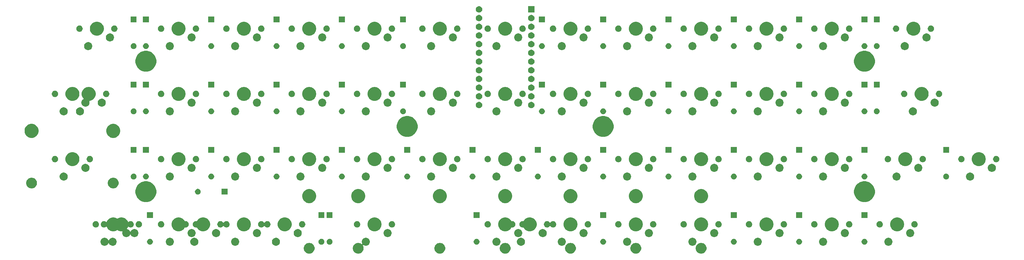
<source format=gbr>
G04 #@! TF.GenerationSoftware,KiCad,Pcbnew,(5.1.4)-1*
G04 #@! TF.CreationDate,2021-01-05T14:29:53-08:00*
G04 #@! TF.ProjectId,The-BKF-Ortho,5468652d-424b-4462-9d4f-7274686f2e6b,rev?*
G04 #@! TF.SameCoordinates,Original*
G04 #@! TF.FileFunction,Soldermask,Bot*
G04 #@! TF.FilePolarity,Negative*
%FSLAX46Y46*%
G04 Gerber Fmt 4.6, Leading zero omitted, Abs format (unit mm)*
G04 Created by KiCad (PCBNEW (5.1.4)-1) date 2021-01-05 14:29:53*
%MOMM*%
%LPD*%
G04 APERTURE LIST*
%ADD10C,0.100000*%
G04 APERTURE END LIST*
D10*
G36*
X109570310Y-137269064D02*
G01*
X109721777Y-137299193D01*
X109935795Y-137387842D01*
X109999999Y-137430742D01*
X110128404Y-137516539D01*
X110292211Y-137680346D01*
X110358612Y-137779723D01*
X110420908Y-137872955D01*
X110509557Y-138086973D01*
X110530639Y-138192961D01*
X110554750Y-138314173D01*
X110554750Y-138545827D01*
X110539686Y-138621560D01*
X110509557Y-138773027D01*
X110420908Y-138987045D01*
X110420533Y-138987606D01*
X110292211Y-139179654D01*
X110128404Y-139343461D01*
X110046822Y-139397972D01*
X109935795Y-139472158D01*
X109721777Y-139560807D01*
X109580252Y-139588958D01*
X109494577Y-139606000D01*
X109262923Y-139606000D01*
X109177248Y-139588958D01*
X109035723Y-139560807D01*
X108821705Y-139472158D01*
X108771013Y-139438286D01*
X108727965Y-139409523D01*
X108706355Y-139397972D01*
X108682906Y-139390859D01*
X108658520Y-139388457D01*
X108634133Y-139390859D01*
X108610685Y-139397972D01*
X108589074Y-139409523D01*
X108570132Y-139425069D01*
X108554587Y-139444011D01*
X108543036Y-139465621D01*
X108535923Y-139489070D01*
X108533521Y-139513456D01*
X108535923Y-139537843D01*
X108543036Y-139561291D01*
X108554587Y-139582901D01*
X108559007Y-139589516D01*
X108677734Y-139876150D01*
X108738149Y-140179875D01*
X108738260Y-140180436D01*
X108738260Y-140490684D01*
X108677846Y-140794410D01*
X108677734Y-140794970D01*
X108559008Y-141081601D01*
X108559007Y-141081602D01*
X108386643Y-141339564D01*
X108167264Y-141558943D01*
X107994899Y-141674113D01*
X107909301Y-141731308D01*
X107741397Y-141800856D01*
X107622671Y-141850034D01*
X107318385Y-141910560D01*
X107008135Y-141910560D01*
X106703849Y-141850034D01*
X106585123Y-141800856D01*
X106417219Y-141731308D01*
X106331621Y-141674113D01*
X106159256Y-141558943D01*
X105939877Y-141339564D01*
X105767513Y-141081602D01*
X105767512Y-141081601D01*
X105648786Y-140794970D01*
X105648675Y-140794410D01*
X105588260Y-140490684D01*
X105588260Y-140180436D01*
X105588372Y-140179875D01*
X105648786Y-139876150D01*
X105767512Y-139589519D01*
X105850298Y-139465621D01*
X105939877Y-139331556D01*
X106159256Y-139112177D01*
X106345692Y-138987605D01*
X106417219Y-138939812D01*
X106585123Y-138870264D01*
X106703849Y-138821086D01*
X106942654Y-138773585D01*
X107008135Y-138760560D01*
X107318385Y-138760560D01*
X107383866Y-138773585D01*
X107622671Y-138821086D01*
X107741397Y-138870264D01*
X107909301Y-138939812D01*
X107980828Y-138987605D01*
X108107174Y-139072026D01*
X108130438Y-139087571D01*
X108152049Y-139099122D01*
X108175498Y-139106235D01*
X108199884Y-139108637D01*
X108224270Y-139106235D01*
X108247719Y-139099122D01*
X108269330Y-139087571D01*
X108288272Y-139072026D01*
X108303817Y-139053084D01*
X108315368Y-139031473D01*
X108322481Y-139008024D01*
X108324883Y-138983638D01*
X108322481Y-138959252D01*
X108315371Y-138935813D01*
X108247943Y-138773027D01*
X108217814Y-138621560D01*
X108202750Y-138545827D01*
X108202750Y-138314173D01*
X108226861Y-138192961D01*
X108247943Y-138086973D01*
X108336592Y-137872955D01*
X108398888Y-137779723D01*
X108465289Y-137680346D01*
X108629096Y-137516539D01*
X108757501Y-137430742D01*
X108821705Y-137387842D01*
X109035723Y-137299193D01*
X109187190Y-137269064D01*
X109262923Y-137254000D01*
X109494577Y-137254000D01*
X109570310Y-137269064D01*
X109570310Y-137269064D01*
G37*
G36*
X207628161Y-138820526D02*
G01*
X207746887Y-138869704D01*
X207914791Y-138939252D01*
X207944723Y-138959252D01*
X208172754Y-139111617D01*
X208392133Y-139330996D01*
X208486828Y-139472718D01*
X208564498Y-139588959D01*
X208634046Y-139756863D01*
X208683224Y-139875589D01*
X208743750Y-140179875D01*
X208743750Y-140490125D01*
X208683224Y-140794410D01*
X208564498Y-141081041D01*
X208564123Y-141081602D01*
X208392133Y-141339004D01*
X208172754Y-141558383D01*
X208000389Y-141673553D01*
X207914791Y-141730748D01*
X207746887Y-141800296D01*
X207628161Y-141849474D01*
X207323874Y-141910000D01*
X207321059Y-141910560D01*
X207007935Y-141910560D01*
X206703649Y-141850034D01*
X206584923Y-141800856D01*
X206417019Y-141731308D01*
X206331421Y-141674113D01*
X206159056Y-141558943D01*
X205939677Y-141339564D01*
X205767313Y-141081602D01*
X205767312Y-141081601D01*
X205648586Y-140794970D01*
X205648475Y-140794410D01*
X205588060Y-140490684D01*
X205588060Y-140180436D01*
X205588172Y-140179875D01*
X205648586Y-139876150D01*
X205767312Y-139589519D01*
X205850098Y-139465621D01*
X205939677Y-139331556D01*
X206159056Y-139112177D01*
X206345492Y-138987605D01*
X206417019Y-138939812D01*
X206584923Y-138870264D01*
X206703649Y-138821086D01*
X207007936Y-138760560D01*
X207010751Y-138760000D01*
X207323875Y-138760000D01*
X207628161Y-138820526D01*
X207628161Y-138820526D01*
G37*
G36*
X93328161Y-138820526D02*
G01*
X93446887Y-138869704D01*
X93614791Y-138939252D01*
X93644723Y-138959252D01*
X93872754Y-139111617D01*
X94092133Y-139330996D01*
X94186828Y-139472718D01*
X94264498Y-139588959D01*
X94334046Y-139756863D01*
X94383224Y-139875589D01*
X94443750Y-140179875D01*
X94443750Y-140490125D01*
X94383224Y-140794410D01*
X94264498Y-141081041D01*
X94264123Y-141081602D01*
X94092133Y-141339004D01*
X93872754Y-141558383D01*
X93700389Y-141673553D01*
X93614791Y-141730748D01*
X93446887Y-141800296D01*
X93328161Y-141849474D01*
X93176017Y-141879737D01*
X93023875Y-141910000D01*
X92713625Y-141910000D01*
X92561483Y-141879737D01*
X92409339Y-141849474D01*
X92290613Y-141800296D01*
X92122709Y-141730748D01*
X92037111Y-141673553D01*
X91864746Y-141558383D01*
X91645367Y-141339004D01*
X91473377Y-141081602D01*
X91473002Y-141081041D01*
X91354276Y-140794410D01*
X91293750Y-140490125D01*
X91293750Y-140179875D01*
X91354276Y-139875589D01*
X91403454Y-139756863D01*
X91473002Y-139588959D01*
X91550672Y-139472718D01*
X91645367Y-139330996D01*
X91864746Y-139111617D01*
X92092777Y-138959252D01*
X92122709Y-138939252D01*
X92290613Y-138869704D01*
X92409339Y-138820526D01*
X92713625Y-138760000D01*
X93023875Y-138760000D01*
X93328161Y-138820526D01*
X93328161Y-138820526D01*
G37*
G36*
X188578161Y-138820526D02*
G01*
X188696887Y-138869704D01*
X188864791Y-138939252D01*
X188894723Y-138959252D01*
X189122754Y-139111617D01*
X189342133Y-139330996D01*
X189436828Y-139472718D01*
X189514498Y-139588959D01*
X189584046Y-139756863D01*
X189633224Y-139875589D01*
X189693750Y-140179875D01*
X189693750Y-140490125D01*
X189633224Y-140794410D01*
X189514498Y-141081041D01*
X189514123Y-141081602D01*
X189342133Y-141339004D01*
X189122754Y-141558383D01*
X188950389Y-141673553D01*
X188864791Y-141730748D01*
X188696887Y-141800296D01*
X188578161Y-141849474D01*
X188426017Y-141879737D01*
X188273875Y-141910000D01*
X187963625Y-141910000D01*
X187811483Y-141879737D01*
X187659339Y-141849474D01*
X187540613Y-141800296D01*
X187372709Y-141730748D01*
X187287111Y-141673553D01*
X187114746Y-141558383D01*
X186895367Y-141339004D01*
X186723377Y-141081602D01*
X186723002Y-141081041D01*
X186604276Y-140794410D01*
X186543750Y-140490125D01*
X186543750Y-140179875D01*
X186604276Y-139875589D01*
X186653454Y-139756863D01*
X186723002Y-139588959D01*
X186800672Y-139472718D01*
X186895367Y-139330996D01*
X187114746Y-139111617D01*
X187342777Y-138959252D01*
X187372709Y-138939252D01*
X187540613Y-138869704D01*
X187659339Y-138820526D01*
X187963625Y-138760000D01*
X188273875Y-138760000D01*
X188578161Y-138820526D01*
X188578161Y-138820526D01*
G37*
G36*
X150478161Y-138820526D02*
G01*
X150596887Y-138869704D01*
X150764791Y-138939252D01*
X150794723Y-138959252D01*
X151022754Y-139111617D01*
X151242133Y-139330996D01*
X151336828Y-139472718D01*
X151414498Y-139588959D01*
X151484046Y-139756863D01*
X151533224Y-139875589D01*
X151593750Y-140179875D01*
X151593750Y-140490125D01*
X151533224Y-140794410D01*
X151414498Y-141081041D01*
X151414123Y-141081602D01*
X151242133Y-141339004D01*
X151022754Y-141558383D01*
X150850389Y-141673553D01*
X150764791Y-141730748D01*
X150596887Y-141800296D01*
X150478161Y-141849474D01*
X150326017Y-141879737D01*
X150173875Y-141910000D01*
X149863625Y-141910000D01*
X149711483Y-141879737D01*
X149559339Y-141849474D01*
X149440613Y-141800296D01*
X149272709Y-141730748D01*
X149187111Y-141673553D01*
X149014746Y-141558383D01*
X148795367Y-141339004D01*
X148623377Y-141081602D01*
X148623002Y-141081041D01*
X148504276Y-140794410D01*
X148443750Y-140490125D01*
X148443750Y-140179875D01*
X148504276Y-139875589D01*
X148553454Y-139756863D01*
X148623002Y-139588959D01*
X148700672Y-139472718D01*
X148795367Y-139330996D01*
X149014746Y-139111617D01*
X149242777Y-138959252D01*
X149272709Y-138939252D01*
X149440613Y-138869704D01*
X149559339Y-138820526D01*
X149863625Y-138760000D01*
X150173875Y-138760000D01*
X150478161Y-138820526D01*
X150478161Y-138820526D01*
G37*
G36*
X169528161Y-138820526D02*
G01*
X169646887Y-138869704D01*
X169814791Y-138939252D01*
X169844723Y-138959252D01*
X170072754Y-139111617D01*
X170292133Y-139330996D01*
X170386828Y-139472718D01*
X170464498Y-139588959D01*
X170534046Y-139756863D01*
X170583224Y-139875589D01*
X170643750Y-140179875D01*
X170643750Y-140490125D01*
X170583224Y-140794410D01*
X170464498Y-141081041D01*
X170464123Y-141081602D01*
X170292133Y-141339004D01*
X170072754Y-141558383D01*
X169900389Y-141673553D01*
X169814791Y-141730748D01*
X169646887Y-141800296D01*
X169528161Y-141849474D01*
X169376017Y-141879737D01*
X169223875Y-141910000D01*
X168913625Y-141910000D01*
X168761483Y-141879737D01*
X168609339Y-141849474D01*
X168490613Y-141800296D01*
X168322709Y-141730748D01*
X168237111Y-141673553D01*
X168064746Y-141558383D01*
X167845367Y-141339004D01*
X167673377Y-141081602D01*
X167673002Y-141081041D01*
X167554276Y-140794410D01*
X167493750Y-140490125D01*
X167493750Y-140179875D01*
X167554276Y-139875589D01*
X167603454Y-139756863D01*
X167673002Y-139588959D01*
X167750672Y-139472718D01*
X167845367Y-139330996D01*
X168064746Y-139111617D01*
X168292777Y-138959252D01*
X168322709Y-138939252D01*
X168490613Y-138869704D01*
X168609339Y-138820526D01*
X168913625Y-138760000D01*
X169223875Y-138760000D01*
X169528161Y-138820526D01*
X169528161Y-138820526D01*
G37*
G36*
X131428161Y-138820526D02*
G01*
X131546887Y-138869704D01*
X131714791Y-138939252D01*
X131744723Y-138959252D01*
X131972754Y-139111617D01*
X132192133Y-139330996D01*
X132286828Y-139472718D01*
X132364498Y-139588959D01*
X132434046Y-139756863D01*
X132483224Y-139875589D01*
X132543750Y-140179875D01*
X132543750Y-140490125D01*
X132483224Y-140794410D01*
X132364498Y-141081041D01*
X132364123Y-141081602D01*
X132192133Y-141339004D01*
X131972754Y-141558383D01*
X131800389Y-141673553D01*
X131714791Y-141730748D01*
X131546887Y-141800296D01*
X131428161Y-141849474D01*
X131276017Y-141879737D01*
X131123875Y-141910000D01*
X130813625Y-141910000D01*
X130661483Y-141879737D01*
X130509339Y-141849474D01*
X130390613Y-141800296D01*
X130222709Y-141730748D01*
X130137111Y-141673553D01*
X129964746Y-141558383D01*
X129745367Y-141339004D01*
X129573377Y-141081602D01*
X129573002Y-141081041D01*
X129454276Y-140794410D01*
X129393750Y-140490125D01*
X129393750Y-140179875D01*
X129454276Y-139875589D01*
X129503454Y-139756863D01*
X129573002Y-139588959D01*
X129650672Y-139472718D01*
X129745367Y-139330996D01*
X129964746Y-139111617D01*
X130192777Y-138959252D01*
X130222709Y-138939252D01*
X130390613Y-138869704D01*
X130509339Y-138820526D01*
X130813625Y-138760000D01*
X131123875Y-138760000D01*
X131428161Y-138820526D01*
X131428161Y-138820526D01*
G37*
G36*
X59564320Y-137269624D02*
G01*
X59715787Y-137299753D01*
X59929805Y-137388402D01*
X59929806Y-137388403D01*
X60122414Y-137517099D01*
X60286221Y-137680906D01*
X60352248Y-137779723D01*
X60414918Y-137873515D01*
X60503567Y-138087533D01*
X60503567Y-138087535D01*
X60548649Y-138314173D01*
X60548760Y-138314734D01*
X60548760Y-138546386D01*
X60503567Y-138773587D01*
X60414918Y-138987605D01*
X60414917Y-138987606D01*
X60286221Y-139180214D01*
X60122414Y-139344021D01*
X60041670Y-139397972D01*
X59929805Y-139472718D01*
X59715787Y-139561367D01*
X59577077Y-139588958D01*
X59488587Y-139606560D01*
X59256933Y-139606560D01*
X59168443Y-139588958D01*
X59029733Y-139561367D01*
X58815715Y-139472718D01*
X58703850Y-139397972D01*
X58623106Y-139344021D01*
X58459299Y-139180214D01*
X58330603Y-138987606D01*
X58330602Y-138987605D01*
X58241953Y-138773587D01*
X58196760Y-138546386D01*
X58196760Y-138314734D01*
X58196872Y-138314173D01*
X58241953Y-138087535D01*
X58241953Y-138087533D01*
X58330602Y-137873515D01*
X58393272Y-137779723D01*
X58459299Y-137680906D01*
X58623106Y-137517099D01*
X58815714Y-137388403D01*
X58815715Y-137388402D01*
X59029733Y-137299753D01*
X59181200Y-137269624D01*
X59256933Y-137254560D01*
X59488587Y-137254560D01*
X59564320Y-137269624D01*
X59564320Y-137269624D01*
G37*
G36*
X83376920Y-137269624D02*
G01*
X83528387Y-137299753D01*
X83742405Y-137388402D01*
X83742406Y-137388403D01*
X83935014Y-137517099D01*
X84098821Y-137680906D01*
X84164848Y-137779723D01*
X84227518Y-137873515D01*
X84316167Y-138087533D01*
X84316167Y-138087535D01*
X84361249Y-138314173D01*
X84361360Y-138314734D01*
X84361360Y-138546386D01*
X84316167Y-138773587D01*
X84227518Y-138987605D01*
X84227517Y-138987606D01*
X84098821Y-139180214D01*
X83935014Y-139344021D01*
X83854270Y-139397972D01*
X83742405Y-139472718D01*
X83528387Y-139561367D01*
X83389677Y-139588958D01*
X83301187Y-139606560D01*
X83069533Y-139606560D01*
X82981043Y-139588958D01*
X82842333Y-139561367D01*
X82628315Y-139472718D01*
X82516450Y-139397972D01*
X82435706Y-139344021D01*
X82271899Y-139180214D01*
X82143203Y-138987606D01*
X82143202Y-138987605D01*
X82054553Y-138773587D01*
X82009360Y-138546386D01*
X82009360Y-138314734D01*
X82009472Y-138314173D01*
X82054553Y-138087535D01*
X82054553Y-138087533D01*
X82143202Y-137873515D01*
X82205872Y-137779723D01*
X82271899Y-137680906D01*
X82435706Y-137517099D01*
X82628314Y-137388403D01*
X82628315Y-137388402D01*
X82842333Y-137299753D01*
X82993800Y-137269624D01*
X83069533Y-137254560D01*
X83301187Y-137254560D01*
X83376920Y-137269624D01*
X83376920Y-137269624D01*
G37*
G36*
X154814720Y-137269624D02*
G01*
X154966187Y-137299753D01*
X155180205Y-137388402D01*
X155180206Y-137388403D01*
X155372814Y-137517099D01*
X155536621Y-137680906D01*
X155602648Y-137779723D01*
X155665318Y-137873515D01*
X155753967Y-138087533D01*
X155753967Y-138087535D01*
X155799049Y-138314173D01*
X155799160Y-138314734D01*
X155799160Y-138546386D01*
X155753967Y-138773587D01*
X155665318Y-138987605D01*
X155665317Y-138987606D01*
X155536621Y-139180214D01*
X155372814Y-139344021D01*
X155292070Y-139397972D01*
X155180205Y-139472718D01*
X154966187Y-139561367D01*
X154827477Y-139588958D01*
X154738987Y-139606560D01*
X154507333Y-139606560D01*
X154418843Y-139588958D01*
X154280133Y-139561367D01*
X154066115Y-139472718D01*
X153954250Y-139397972D01*
X153873506Y-139344021D01*
X153709699Y-139180214D01*
X153581003Y-138987606D01*
X153581002Y-138987605D01*
X153492353Y-138773587D01*
X153447160Y-138546386D01*
X153447160Y-138314734D01*
X153447272Y-138314173D01*
X153492353Y-138087535D01*
X153492353Y-138087533D01*
X153581002Y-137873515D01*
X153643672Y-137779723D01*
X153709699Y-137680906D01*
X153873506Y-137517099D01*
X154066114Y-137388403D01*
X154066115Y-137388402D01*
X154280133Y-137299753D01*
X154431600Y-137269624D01*
X154507333Y-137254560D01*
X154738987Y-137254560D01*
X154814720Y-137269624D01*
X154814720Y-137269624D01*
G37*
G36*
X33370310Y-137269064D02*
G01*
X33521777Y-137299193D01*
X33735795Y-137387842D01*
X33799999Y-137430742D01*
X33928404Y-137516539D01*
X34092211Y-137680346D01*
X34158612Y-137779723D01*
X34220908Y-137872955D01*
X34254090Y-137953064D01*
X34265638Y-137974669D01*
X34281183Y-137993611D01*
X34300125Y-138009156D01*
X34321736Y-138020707D01*
X34345185Y-138027820D01*
X34369571Y-138030222D01*
X34393957Y-138027820D01*
X34417406Y-138020707D01*
X34439017Y-138009156D01*
X34457959Y-137993611D01*
X34473504Y-137974669D01*
X34485052Y-137953064D01*
X34518002Y-137873515D01*
X34580672Y-137779723D01*
X34646699Y-137680906D01*
X34810506Y-137517099D01*
X35003114Y-137388403D01*
X35003115Y-137388402D01*
X35217133Y-137299753D01*
X35368600Y-137269624D01*
X35444333Y-137254560D01*
X35675987Y-137254560D01*
X35751720Y-137269624D01*
X35903187Y-137299753D01*
X36117205Y-137388402D01*
X36117206Y-137388403D01*
X36309814Y-137517099D01*
X36473621Y-137680906D01*
X36539648Y-137779723D01*
X36602318Y-137873515D01*
X36690967Y-138087533D01*
X36690967Y-138087535D01*
X36736049Y-138314173D01*
X36736160Y-138314734D01*
X36736160Y-138546386D01*
X36690967Y-138773587D01*
X36602318Y-138987605D01*
X36602317Y-138987606D01*
X36473621Y-139180214D01*
X36309814Y-139344021D01*
X36229070Y-139397972D01*
X36117205Y-139472718D01*
X35903187Y-139561367D01*
X35764477Y-139588958D01*
X35675987Y-139606560D01*
X35444333Y-139606560D01*
X35355843Y-139588958D01*
X35217133Y-139561367D01*
X35003115Y-139472718D01*
X34891250Y-139397972D01*
X34810506Y-139344021D01*
X34646699Y-139180214D01*
X34518003Y-138987606D01*
X34518002Y-138987605D01*
X34484820Y-138907496D01*
X34473272Y-138885891D01*
X34457727Y-138866949D01*
X34438785Y-138851404D01*
X34417174Y-138839853D01*
X34393725Y-138832740D01*
X34369339Y-138830338D01*
X34344953Y-138832740D01*
X34321504Y-138839853D01*
X34299893Y-138851404D01*
X34280951Y-138866949D01*
X34265406Y-138885891D01*
X34253858Y-138907496D01*
X34220908Y-138987045D01*
X34220533Y-138987606D01*
X34092211Y-139179654D01*
X33928404Y-139343461D01*
X33846822Y-139397972D01*
X33735795Y-139472158D01*
X33521777Y-139560807D01*
X33380252Y-139588958D01*
X33294577Y-139606000D01*
X33062923Y-139606000D01*
X32977248Y-139588958D01*
X32835723Y-139560807D01*
X32621705Y-139472158D01*
X32510678Y-139397972D01*
X32429096Y-139343461D01*
X32265289Y-139179654D01*
X32136967Y-138987606D01*
X32136592Y-138987045D01*
X32047943Y-138773027D01*
X32017814Y-138621560D01*
X32002750Y-138545827D01*
X32002750Y-138314173D01*
X32026861Y-138192961D01*
X32047943Y-138086973D01*
X32136592Y-137872955D01*
X32198888Y-137779723D01*
X32265289Y-137680346D01*
X32429096Y-137516539D01*
X32557501Y-137430742D01*
X32621705Y-137387842D01*
X32835723Y-137299193D01*
X32987190Y-137269064D01*
X33062923Y-137254000D01*
X33294577Y-137254000D01*
X33370310Y-137269064D01*
X33370310Y-137269064D01*
G37*
G36*
X223870310Y-137269064D02*
G01*
X224021777Y-137299193D01*
X224235795Y-137387842D01*
X224299999Y-137430742D01*
X224428404Y-137516539D01*
X224592211Y-137680346D01*
X224658612Y-137779723D01*
X224720908Y-137872955D01*
X224809557Y-138086973D01*
X224830639Y-138192961D01*
X224854750Y-138314173D01*
X224854750Y-138545827D01*
X224839686Y-138621560D01*
X224809557Y-138773027D01*
X224720908Y-138987045D01*
X224720533Y-138987606D01*
X224592211Y-139179654D01*
X224428404Y-139343461D01*
X224346822Y-139397972D01*
X224235795Y-139472158D01*
X224021777Y-139560807D01*
X223880252Y-139588958D01*
X223794577Y-139606000D01*
X223562923Y-139606000D01*
X223477248Y-139588958D01*
X223335723Y-139560807D01*
X223121705Y-139472158D01*
X223010678Y-139397972D01*
X222929096Y-139343461D01*
X222765289Y-139179654D01*
X222636967Y-138987606D01*
X222636592Y-138987045D01*
X222547943Y-138773027D01*
X222517814Y-138621560D01*
X222502750Y-138545827D01*
X222502750Y-138314173D01*
X222526861Y-138192961D01*
X222547943Y-138086973D01*
X222636592Y-137872955D01*
X222698888Y-137779723D01*
X222765289Y-137680346D01*
X222929096Y-137516539D01*
X223057501Y-137430742D01*
X223121705Y-137387842D01*
X223335723Y-137299193D01*
X223487190Y-137269064D01*
X223562923Y-137254000D01*
X223794577Y-137254000D01*
X223870310Y-137269064D01*
X223870310Y-137269064D01*
G37*
G36*
X71470310Y-137269064D02*
G01*
X71621777Y-137299193D01*
X71835795Y-137387842D01*
X71899999Y-137430742D01*
X72028404Y-137516539D01*
X72192211Y-137680346D01*
X72258612Y-137779723D01*
X72320908Y-137872955D01*
X72409557Y-138086973D01*
X72430639Y-138192961D01*
X72454750Y-138314173D01*
X72454750Y-138545827D01*
X72439686Y-138621560D01*
X72409557Y-138773027D01*
X72320908Y-138987045D01*
X72320533Y-138987606D01*
X72192211Y-139179654D01*
X72028404Y-139343461D01*
X71946822Y-139397972D01*
X71835795Y-139472158D01*
X71621777Y-139560807D01*
X71480252Y-139588958D01*
X71394577Y-139606000D01*
X71162923Y-139606000D01*
X71077248Y-139588958D01*
X70935723Y-139560807D01*
X70721705Y-139472158D01*
X70610678Y-139397972D01*
X70529096Y-139343461D01*
X70365289Y-139179654D01*
X70236967Y-138987606D01*
X70236592Y-138987045D01*
X70147943Y-138773027D01*
X70117814Y-138621560D01*
X70102750Y-138545827D01*
X70102750Y-138314173D01*
X70126861Y-138192961D01*
X70147943Y-138086973D01*
X70236592Y-137872955D01*
X70298888Y-137779723D01*
X70365289Y-137680346D01*
X70529096Y-137516539D01*
X70657501Y-137430742D01*
X70721705Y-137387842D01*
X70935723Y-137299193D01*
X71087190Y-137269064D01*
X71162923Y-137254000D01*
X71394577Y-137254000D01*
X71470310Y-137269064D01*
X71470310Y-137269064D01*
G37*
G36*
X147670310Y-137269064D02*
G01*
X147821777Y-137299193D01*
X148035795Y-137387842D01*
X148099999Y-137430742D01*
X148228404Y-137516539D01*
X148392211Y-137680346D01*
X148458612Y-137779723D01*
X148520908Y-137872955D01*
X148609557Y-138086973D01*
X148630639Y-138192961D01*
X148654750Y-138314173D01*
X148654750Y-138545827D01*
X148639686Y-138621560D01*
X148609557Y-138773027D01*
X148520908Y-138987045D01*
X148520533Y-138987606D01*
X148392211Y-139179654D01*
X148228404Y-139343461D01*
X148146822Y-139397972D01*
X148035795Y-139472158D01*
X147821777Y-139560807D01*
X147680252Y-139588958D01*
X147594577Y-139606000D01*
X147362923Y-139606000D01*
X147277248Y-139588958D01*
X147135723Y-139560807D01*
X146921705Y-139472158D01*
X146810678Y-139397972D01*
X146729096Y-139343461D01*
X146565289Y-139179654D01*
X146436967Y-138987606D01*
X146436592Y-138987045D01*
X146347943Y-138773027D01*
X146317814Y-138621560D01*
X146302750Y-138545827D01*
X146302750Y-138314173D01*
X146326861Y-138192961D01*
X146347943Y-138086973D01*
X146436592Y-137872955D01*
X146498888Y-137779723D01*
X146565289Y-137680346D01*
X146729096Y-137516539D01*
X146857501Y-137430742D01*
X146921705Y-137387842D01*
X147135723Y-137299193D01*
X147287190Y-137269064D01*
X147362923Y-137254000D01*
X147594577Y-137254000D01*
X147670310Y-137269064D01*
X147670310Y-137269064D01*
G37*
G36*
X52420310Y-137269064D02*
G01*
X52571777Y-137299193D01*
X52785795Y-137387842D01*
X52849999Y-137430742D01*
X52978404Y-137516539D01*
X53142211Y-137680346D01*
X53208612Y-137779723D01*
X53270908Y-137872955D01*
X53359557Y-138086973D01*
X53380639Y-138192961D01*
X53404750Y-138314173D01*
X53404750Y-138545827D01*
X53389686Y-138621560D01*
X53359557Y-138773027D01*
X53270908Y-138987045D01*
X53270533Y-138987606D01*
X53142211Y-139179654D01*
X52978404Y-139343461D01*
X52896822Y-139397972D01*
X52785795Y-139472158D01*
X52571777Y-139560807D01*
X52430252Y-139588958D01*
X52344577Y-139606000D01*
X52112923Y-139606000D01*
X52027248Y-139588958D01*
X51885723Y-139560807D01*
X51671705Y-139472158D01*
X51560678Y-139397972D01*
X51479096Y-139343461D01*
X51315289Y-139179654D01*
X51186967Y-138987606D01*
X51186592Y-138987045D01*
X51097943Y-138773027D01*
X51067814Y-138621560D01*
X51052750Y-138545827D01*
X51052750Y-138314173D01*
X51076861Y-138192961D01*
X51097943Y-138086973D01*
X51186592Y-137872955D01*
X51248888Y-137779723D01*
X51315289Y-137680346D01*
X51479096Y-137516539D01*
X51607501Y-137430742D01*
X51671705Y-137387842D01*
X51885723Y-137299193D01*
X52037190Y-137269064D01*
X52112923Y-137254000D01*
X52344577Y-137254000D01*
X52420310Y-137269064D01*
X52420310Y-137269064D01*
G37*
G36*
X242920310Y-137269064D02*
G01*
X243071777Y-137299193D01*
X243285795Y-137387842D01*
X243349999Y-137430742D01*
X243478404Y-137516539D01*
X243642211Y-137680346D01*
X243708612Y-137779723D01*
X243770908Y-137872955D01*
X243859557Y-138086973D01*
X243880639Y-138192961D01*
X243904750Y-138314173D01*
X243904750Y-138545827D01*
X243889686Y-138621560D01*
X243859557Y-138773027D01*
X243770908Y-138987045D01*
X243770533Y-138987606D01*
X243642211Y-139179654D01*
X243478404Y-139343461D01*
X243396822Y-139397972D01*
X243285795Y-139472158D01*
X243071777Y-139560807D01*
X242930252Y-139588958D01*
X242844577Y-139606000D01*
X242612923Y-139606000D01*
X242527248Y-139588958D01*
X242385723Y-139560807D01*
X242171705Y-139472158D01*
X242060678Y-139397972D01*
X241979096Y-139343461D01*
X241815289Y-139179654D01*
X241686967Y-138987606D01*
X241686592Y-138987045D01*
X241597943Y-138773027D01*
X241567814Y-138621560D01*
X241552750Y-138545827D01*
X241552750Y-138314173D01*
X241576861Y-138192961D01*
X241597943Y-138086973D01*
X241686592Y-137872955D01*
X241748888Y-137779723D01*
X241815289Y-137680346D01*
X241979096Y-137516539D01*
X242107501Y-137430742D01*
X242171705Y-137387842D01*
X242385723Y-137299193D01*
X242537190Y-137269064D01*
X242612923Y-137254000D01*
X242844577Y-137254000D01*
X242920310Y-137269064D01*
X242920310Y-137269064D01*
G37*
G36*
X261970310Y-137269064D02*
G01*
X262121777Y-137299193D01*
X262335795Y-137387842D01*
X262399999Y-137430742D01*
X262528404Y-137516539D01*
X262692211Y-137680346D01*
X262758612Y-137779723D01*
X262820908Y-137872955D01*
X262909557Y-138086973D01*
X262930639Y-138192961D01*
X262954750Y-138314173D01*
X262954750Y-138545827D01*
X262939686Y-138621560D01*
X262909557Y-138773027D01*
X262820908Y-138987045D01*
X262820533Y-138987606D01*
X262692211Y-139179654D01*
X262528404Y-139343461D01*
X262446822Y-139397972D01*
X262335795Y-139472158D01*
X262121777Y-139560807D01*
X261980252Y-139588958D01*
X261894577Y-139606000D01*
X261662923Y-139606000D01*
X261577248Y-139588958D01*
X261435723Y-139560807D01*
X261221705Y-139472158D01*
X261110678Y-139397972D01*
X261029096Y-139343461D01*
X260865289Y-139179654D01*
X260736967Y-138987606D01*
X260736592Y-138987045D01*
X260647943Y-138773027D01*
X260617814Y-138621560D01*
X260602750Y-138545827D01*
X260602750Y-138314173D01*
X260626861Y-138192961D01*
X260647943Y-138086973D01*
X260736592Y-137872955D01*
X260798888Y-137779723D01*
X260865289Y-137680346D01*
X261029096Y-137516539D01*
X261157501Y-137430742D01*
X261221705Y-137387842D01*
X261435723Y-137299193D01*
X261587190Y-137269064D01*
X261662923Y-137254000D01*
X261894577Y-137254000D01*
X261970310Y-137269064D01*
X261970310Y-137269064D01*
G37*
G36*
X204820310Y-137269064D02*
G01*
X204971777Y-137299193D01*
X205185795Y-137387842D01*
X205249999Y-137430742D01*
X205378404Y-137516539D01*
X205542211Y-137680346D01*
X205608612Y-137779723D01*
X205670908Y-137872955D01*
X205759557Y-138086973D01*
X205780639Y-138192961D01*
X205804750Y-138314173D01*
X205804750Y-138545827D01*
X205789686Y-138621560D01*
X205759557Y-138773027D01*
X205670908Y-138987045D01*
X205670533Y-138987606D01*
X205542211Y-139179654D01*
X205378404Y-139343461D01*
X205296822Y-139397972D01*
X205185795Y-139472158D01*
X204971777Y-139560807D01*
X204830252Y-139588958D01*
X204744577Y-139606000D01*
X204512923Y-139606000D01*
X204427248Y-139588958D01*
X204285723Y-139560807D01*
X204071705Y-139472158D01*
X203960678Y-139397972D01*
X203879096Y-139343461D01*
X203715289Y-139179654D01*
X203586967Y-138987606D01*
X203586592Y-138987045D01*
X203497943Y-138773027D01*
X203467814Y-138621560D01*
X203452750Y-138545827D01*
X203452750Y-138314173D01*
X203476861Y-138192961D01*
X203497943Y-138086973D01*
X203586592Y-137872955D01*
X203648888Y-137779723D01*
X203715289Y-137680346D01*
X203879096Y-137516539D01*
X204007501Y-137430742D01*
X204071705Y-137387842D01*
X204285723Y-137299193D01*
X204437190Y-137269064D01*
X204512923Y-137254000D01*
X204744577Y-137254000D01*
X204820310Y-137269064D01*
X204820310Y-137269064D01*
G37*
G36*
X185770310Y-137269064D02*
G01*
X185921777Y-137299193D01*
X186135795Y-137387842D01*
X186199999Y-137430742D01*
X186328404Y-137516539D01*
X186492211Y-137680346D01*
X186558612Y-137779723D01*
X186620908Y-137872955D01*
X186709557Y-138086973D01*
X186730639Y-138192961D01*
X186754750Y-138314173D01*
X186754750Y-138545827D01*
X186739686Y-138621560D01*
X186709557Y-138773027D01*
X186620908Y-138987045D01*
X186620533Y-138987606D01*
X186492211Y-139179654D01*
X186328404Y-139343461D01*
X186246822Y-139397972D01*
X186135795Y-139472158D01*
X185921777Y-139560807D01*
X185780252Y-139588958D01*
X185694577Y-139606000D01*
X185462923Y-139606000D01*
X185377248Y-139588958D01*
X185235723Y-139560807D01*
X185021705Y-139472158D01*
X184910678Y-139397972D01*
X184829096Y-139343461D01*
X184665289Y-139179654D01*
X184536967Y-138987606D01*
X184536592Y-138987045D01*
X184447943Y-138773027D01*
X184417814Y-138621560D01*
X184402750Y-138545827D01*
X184402750Y-138314173D01*
X184426861Y-138192961D01*
X184447943Y-138086973D01*
X184536592Y-137872955D01*
X184598888Y-137779723D01*
X184665289Y-137680346D01*
X184829096Y-137516539D01*
X184957501Y-137430742D01*
X185021705Y-137387842D01*
X185235723Y-137299193D01*
X185387190Y-137269064D01*
X185462923Y-137254000D01*
X185694577Y-137254000D01*
X185770310Y-137269064D01*
X185770310Y-137269064D01*
G37*
G36*
X166720310Y-137269064D02*
G01*
X166871777Y-137299193D01*
X167085795Y-137387842D01*
X167149999Y-137430742D01*
X167278404Y-137516539D01*
X167442211Y-137680346D01*
X167508612Y-137779723D01*
X167570908Y-137872955D01*
X167659557Y-138086973D01*
X167680639Y-138192961D01*
X167704750Y-138314173D01*
X167704750Y-138545827D01*
X167689686Y-138621560D01*
X167659557Y-138773027D01*
X167570908Y-138987045D01*
X167570533Y-138987606D01*
X167442211Y-139179654D01*
X167278404Y-139343461D01*
X167196822Y-139397972D01*
X167085795Y-139472158D01*
X166871777Y-139560807D01*
X166730252Y-139588958D01*
X166644577Y-139606000D01*
X166412923Y-139606000D01*
X166327248Y-139588958D01*
X166185723Y-139560807D01*
X165971705Y-139472158D01*
X165860678Y-139397972D01*
X165779096Y-139343461D01*
X165615289Y-139179654D01*
X165486967Y-138987606D01*
X165486592Y-138987045D01*
X165397943Y-138773027D01*
X165367814Y-138621560D01*
X165352750Y-138545827D01*
X165352750Y-138314173D01*
X165376861Y-138192961D01*
X165397943Y-138086973D01*
X165486592Y-137872955D01*
X165548888Y-137779723D01*
X165615289Y-137680346D01*
X165779096Y-137516539D01*
X165907501Y-137430742D01*
X165971705Y-137387842D01*
X166185723Y-137299193D01*
X166337190Y-137269064D01*
X166412923Y-137254000D01*
X166644577Y-137254000D01*
X166720310Y-137269064D01*
X166720310Y-137269064D01*
G37*
G36*
X46682798Y-137622893D02*
G01*
X46837670Y-137687043D01*
X46977051Y-137780175D01*
X47095585Y-137898709D01*
X47188717Y-138038090D01*
X47252867Y-138192962D01*
X47285570Y-138357374D01*
X47285570Y-138525006D01*
X47252867Y-138689418D01*
X47188717Y-138844290D01*
X47095585Y-138983671D01*
X46977051Y-139102205D01*
X46837670Y-139195337D01*
X46682798Y-139259487D01*
X46518386Y-139292190D01*
X46350754Y-139292190D01*
X46186342Y-139259487D01*
X46031470Y-139195337D01*
X45892089Y-139102205D01*
X45773555Y-138983671D01*
X45680423Y-138844290D01*
X45616273Y-138689418D01*
X45583570Y-138525006D01*
X45583570Y-138357374D01*
X45616273Y-138192962D01*
X45680423Y-138038090D01*
X45773555Y-137898709D01*
X45892089Y-137780175D01*
X46031470Y-137687043D01*
X46186342Y-137622893D01*
X46350754Y-137590190D01*
X46518386Y-137590190D01*
X46682798Y-137622893D01*
X46682798Y-137622893D01*
G37*
G36*
X178842128Y-137622441D02*
G01*
X178997000Y-137686591D01*
X179136381Y-137779723D01*
X179254915Y-137898257D01*
X179348047Y-138037638D01*
X179412197Y-138192510D01*
X179444900Y-138356922D01*
X179444900Y-138524554D01*
X179412197Y-138688966D01*
X179348047Y-138843838D01*
X179254915Y-138983219D01*
X179136381Y-139101753D01*
X178997000Y-139194885D01*
X178842128Y-139259035D01*
X178677716Y-139291738D01*
X178510084Y-139291738D01*
X178345672Y-139259035D01*
X178190800Y-139194885D01*
X178051419Y-139101753D01*
X177932885Y-138983219D01*
X177839753Y-138843838D01*
X177775603Y-138688966D01*
X177742900Y-138524554D01*
X177742900Y-138356922D01*
X177775603Y-138192510D01*
X177839753Y-138037638D01*
X177932885Y-137898257D01*
X178051419Y-137779723D01*
X178190800Y-137686591D01*
X178345672Y-137622441D01*
X178510084Y-137589738D01*
X178677716Y-137589738D01*
X178842128Y-137622441D01*
X178842128Y-137622441D01*
G37*
G36*
X141932722Y-137622441D02*
G01*
X142087594Y-137686591D01*
X142226975Y-137779723D01*
X142345509Y-137898257D01*
X142438641Y-138037638D01*
X142502791Y-138192510D01*
X142535494Y-138356922D01*
X142535494Y-138524554D01*
X142502791Y-138688966D01*
X142438641Y-138843838D01*
X142345509Y-138983219D01*
X142226975Y-139101753D01*
X142087594Y-139194885D01*
X141932722Y-139259035D01*
X141768310Y-139291738D01*
X141600678Y-139291738D01*
X141436266Y-139259035D01*
X141281394Y-139194885D01*
X141142013Y-139101753D01*
X141023479Y-138983219D01*
X140930347Y-138843838D01*
X140866197Y-138688966D01*
X140833494Y-138524554D01*
X140833494Y-138356922D01*
X140866197Y-138192510D01*
X140930347Y-138037638D01*
X141023479Y-137898257D01*
X141142013Y-137779723D01*
X141281394Y-137686591D01*
X141436266Y-137622441D01*
X141600678Y-137589738D01*
X141768310Y-137589738D01*
X141932722Y-137622441D01*
X141932722Y-137622441D01*
G37*
G36*
X255042192Y-137622441D02*
G01*
X255197064Y-137686591D01*
X255336445Y-137779723D01*
X255454979Y-137898257D01*
X255548111Y-138037638D01*
X255612261Y-138192510D01*
X255644964Y-138356922D01*
X255644964Y-138524554D01*
X255612261Y-138688966D01*
X255548111Y-138843838D01*
X255454979Y-138983219D01*
X255336445Y-139101753D01*
X255197064Y-139194885D01*
X255042192Y-139259035D01*
X254877780Y-139291738D01*
X254710148Y-139291738D01*
X254545736Y-139259035D01*
X254390864Y-139194885D01*
X254251483Y-139101753D01*
X254132949Y-138983219D01*
X254039817Y-138843838D01*
X253975667Y-138688966D01*
X253942964Y-138524554D01*
X253942964Y-138356922D01*
X253975667Y-138192510D01*
X254039817Y-138037638D01*
X254132949Y-137898257D01*
X254251483Y-137779723D01*
X254390864Y-137686591D01*
X254545736Y-137622441D01*
X254710148Y-137589738D01*
X254877780Y-137589738D01*
X255042192Y-137622441D01*
X255042192Y-137622441D01*
G37*
G36*
X96688934Y-137622441D02*
G01*
X96843806Y-137686591D01*
X96983187Y-137779723D01*
X97101721Y-137898257D01*
X97194853Y-138037638D01*
X97259003Y-138192510D01*
X97291706Y-138356922D01*
X97291706Y-138524554D01*
X97259003Y-138688966D01*
X97194853Y-138843838D01*
X97101721Y-138983219D01*
X96983187Y-139101753D01*
X96843806Y-139194885D01*
X96688934Y-139259035D01*
X96524522Y-139291738D01*
X96356890Y-139291738D01*
X96192478Y-139259035D01*
X96037606Y-139194885D01*
X95898225Y-139101753D01*
X95779691Y-138983219D01*
X95686559Y-138843838D01*
X95622409Y-138688966D01*
X95589706Y-138524554D01*
X95589706Y-138356922D01*
X95622409Y-138192510D01*
X95686559Y-138037638D01*
X95779691Y-137898257D01*
X95898225Y-137779723D01*
X96037606Y-137686591D01*
X96192478Y-137622441D01*
X96356890Y-137589738D01*
X96524522Y-137589738D01*
X96688934Y-137622441D01*
X96688934Y-137622441D01*
G37*
G36*
X99070186Y-137622441D02*
G01*
X99225058Y-137686591D01*
X99364439Y-137779723D01*
X99482973Y-137898257D01*
X99576105Y-138037638D01*
X99640255Y-138192510D01*
X99672958Y-138356922D01*
X99672958Y-138524554D01*
X99640255Y-138688966D01*
X99576105Y-138843838D01*
X99482973Y-138983219D01*
X99364439Y-139101753D01*
X99225058Y-139194885D01*
X99070186Y-139259035D01*
X98905774Y-139291738D01*
X98738142Y-139291738D01*
X98573730Y-139259035D01*
X98418858Y-139194885D01*
X98279477Y-139101753D01*
X98160943Y-138983219D01*
X98067811Y-138843838D01*
X98003661Y-138688966D01*
X97970958Y-138524554D01*
X97970958Y-138356922D01*
X98003661Y-138192510D01*
X98067811Y-138037638D01*
X98160943Y-137898257D01*
X98279477Y-137779723D01*
X98418858Y-137686591D01*
X98573730Y-137622441D01*
X98738142Y-137589738D01*
X98905774Y-137589738D01*
X99070186Y-137622441D01*
X99070186Y-137622441D01*
G37*
G36*
X235992176Y-137622441D02*
G01*
X236147048Y-137686591D01*
X236286429Y-137779723D01*
X236404963Y-137898257D01*
X236498095Y-138037638D01*
X236562245Y-138192510D01*
X236594948Y-138356922D01*
X236594948Y-138524554D01*
X236562245Y-138688966D01*
X236498095Y-138843838D01*
X236404963Y-138983219D01*
X236286429Y-139101753D01*
X236147048Y-139194885D01*
X235992176Y-139259035D01*
X235827764Y-139291738D01*
X235660132Y-139291738D01*
X235495720Y-139259035D01*
X235340848Y-139194885D01*
X235201467Y-139101753D01*
X235082933Y-138983219D01*
X234989801Y-138843838D01*
X234925651Y-138688966D01*
X234892948Y-138524554D01*
X234892948Y-138356922D01*
X234925651Y-138192510D01*
X234989801Y-138037638D01*
X235082933Y-137898257D01*
X235201467Y-137779723D01*
X235340848Y-137686591D01*
X235495720Y-137622441D01*
X235660132Y-137589738D01*
X235827764Y-137589738D01*
X235992176Y-137622441D01*
X235992176Y-137622441D01*
G37*
G36*
X216942160Y-137622441D02*
G01*
X217097032Y-137686591D01*
X217236413Y-137779723D01*
X217354947Y-137898257D01*
X217448079Y-138037638D01*
X217512229Y-138192510D01*
X217544932Y-138356922D01*
X217544932Y-138524554D01*
X217512229Y-138688966D01*
X217448079Y-138843838D01*
X217354947Y-138983219D01*
X217236413Y-139101753D01*
X217097032Y-139194885D01*
X216942160Y-139259035D01*
X216777748Y-139291738D01*
X216610116Y-139291738D01*
X216445704Y-139259035D01*
X216290832Y-139194885D01*
X216151451Y-139101753D01*
X216032917Y-138983219D01*
X215939785Y-138843838D01*
X215875635Y-138688966D01*
X215842932Y-138524554D01*
X215842932Y-138356922D01*
X215875635Y-138192510D01*
X215939785Y-138037638D01*
X216032917Y-137898257D01*
X216151451Y-137779723D01*
X216290832Y-137686591D01*
X216445704Y-137622441D01*
X216610116Y-137589738D01*
X216777748Y-137589738D01*
X216942160Y-137622441D01*
X216942160Y-137622441D01*
G37*
G36*
X89726920Y-134729624D02*
G01*
X89878387Y-134759753D01*
X90092405Y-134848402D01*
X90092406Y-134848403D01*
X90285014Y-134977099D01*
X90448821Y-135140906D01*
X90463027Y-135162167D01*
X90577518Y-135333515D01*
X90666167Y-135547533D01*
X90666167Y-135547535D01*
X90711249Y-135774173D01*
X90711360Y-135774734D01*
X90711360Y-136006386D01*
X90666167Y-136233587D01*
X90577518Y-136447605D01*
X90577517Y-136447606D01*
X90448821Y-136640214D01*
X90285014Y-136804021D01*
X90156609Y-136889818D01*
X90092405Y-136932718D01*
X89878387Y-137021367D01*
X89726920Y-137051496D01*
X89651187Y-137066560D01*
X89419533Y-137066560D01*
X89343800Y-137051496D01*
X89192333Y-137021367D01*
X88978315Y-136932718D01*
X88914111Y-136889818D01*
X88785706Y-136804021D01*
X88621899Y-136640214D01*
X88493203Y-136447606D01*
X88493202Y-136447605D01*
X88404553Y-136233587D01*
X88359360Y-136006386D01*
X88359360Y-135774734D01*
X88359472Y-135774173D01*
X88404553Y-135547535D01*
X88404553Y-135547533D01*
X88493202Y-135333515D01*
X88607693Y-135162167D01*
X88621899Y-135140906D01*
X88785706Y-134977099D01*
X88978314Y-134848403D01*
X88978315Y-134848402D01*
X89192333Y-134759753D01*
X89343800Y-134729624D01*
X89419533Y-134714560D01*
X89651187Y-134714560D01*
X89726920Y-134729624D01*
X89726920Y-134729624D01*
G37*
G36*
X65914320Y-134729624D02*
G01*
X66065787Y-134759753D01*
X66279805Y-134848402D01*
X66279806Y-134848403D01*
X66472414Y-134977099D01*
X66636221Y-135140906D01*
X66650427Y-135162167D01*
X66764918Y-135333515D01*
X66853567Y-135547533D01*
X66853567Y-135547535D01*
X66898649Y-135774173D01*
X66898760Y-135774734D01*
X66898760Y-136006386D01*
X66853567Y-136233587D01*
X66764918Y-136447605D01*
X66764917Y-136447606D01*
X66636221Y-136640214D01*
X66472414Y-136804021D01*
X66344009Y-136889818D01*
X66279805Y-136932718D01*
X66065787Y-137021367D01*
X65914320Y-137051496D01*
X65838587Y-137066560D01*
X65606933Y-137066560D01*
X65531200Y-137051496D01*
X65379733Y-137021367D01*
X65165715Y-136932718D01*
X65101511Y-136889818D01*
X64973106Y-136804021D01*
X64809299Y-136640214D01*
X64680603Y-136447606D01*
X64680602Y-136447605D01*
X64591953Y-136233587D01*
X64546760Y-136006386D01*
X64546760Y-135774734D01*
X64546872Y-135774173D01*
X64591953Y-135547535D01*
X64591953Y-135547533D01*
X64680602Y-135333515D01*
X64795093Y-135162167D01*
X64809299Y-135140906D01*
X64973106Y-134977099D01*
X65165714Y-134848403D01*
X65165715Y-134848402D01*
X65379733Y-134759753D01*
X65531200Y-134729624D01*
X65606933Y-134714560D01*
X65838587Y-134714560D01*
X65914320Y-134729624D01*
X65914320Y-134729624D01*
G37*
G36*
X36315224Y-131383684D02*
G01*
X36533224Y-131473983D01*
X36687373Y-131537833D01*
X36840434Y-131640105D01*
X36862039Y-131651653D01*
X36885488Y-131658766D01*
X36909874Y-131661168D01*
X36934260Y-131658766D01*
X36957709Y-131651653D01*
X36979315Y-131640105D01*
X37131537Y-131538393D01*
X37285686Y-131474543D01*
X37503686Y-131384244D01*
X37898754Y-131305660D01*
X38301566Y-131305660D01*
X38696634Y-131384244D01*
X38914634Y-131474543D01*
X39068783Y-131538393D01*
X39403708Y-131762183D01*
X39688537Y-132047012D01*
X39912327Y-132381937D01*
X39944722Y-132460146D01*
X40000341Y-132594423D01*
X40011892Y-132616034D01*
X40027437Y-132634976D01*
X40046379Y-132650521D01*
X40067990Y-132662072D01*
X40091439Y-132669185D01*
X40115825Y-132671587D01*
X40140211Y-132669185D01*
X40163660Y-132662072D01*
X40185271Y-132650521D01*
X40204202Y-132634985D01*
X40208459Y-132630728D01*
X40360124Y-132529389D01*
X40528646Y-132459585D01*
X40707547Y-132424000D01*
X40889953Y-132424000D01*
X41068854Y-132459585D01*
X41237376Y-132529389D01*
X41389041Y-132630728D01*
X41518022Y-132759709D01*
X41619361Y-132911374D01*
X41689165Y-133079896D01*
X41724750Y-133258797D01*
X41724750Y-133441203D01*
X41689165Y-133620104D01*
X41619361Y-133788626D01*
X41518022Y-133940291D01*
X41389041Y-134069272D01*
X41237376Y-134170611D01*
X41068854Y-134240415D01*
X40889953Y-134276000D01*
X40707547Y-134276000D01*
X40528646Y-134240415D01*
X40360124Y-134170611D01*
X40208459Y-134069272D01*
X40204530Y-134065343D01*
X40185599Y-134049807D01*
X40163988Y-134038256D01*
X40140539Y-134031143D01*
X40116153Y-134028741D01*
X40091767Y-134031143D01*
X40068318Y-134038256D01*
X40046707Y-134049807D01*
X40027765Y-134065352D01*
X40012220Y-134084294D01*
X40000670Y-134105903D01*
X39912327Y-134319183D01*
X39751985Y-134559151D01*
X39740437Y-134580757D01*
X39733324Y-134604206D01*
X39730922Y-134628592D01*
X39733324Y-134652978D01*
X39740437Y-134676427D01*
X39751988Y-134698038D01*
X39767533Y-134716980D01*
X39786475Y-134732525D01*
X39808086Y-134744076D01*
X39831532Y-134751188D01*
X39871777Y-134759193D01*
X40085795Y-134847842D01*
X40149999Y-134890742D01*
X40278404Y-134976539D01*
X40442211Y-135140346D01*
X40442585Y-135140906D01*
X40570908Y-135332955D01*
X40604090Y-135413064D01*
X40615638Y-135434669D01*
X40631183Y-135453611D01*
X40650125Y-135469156D01*
X40671736Y-135480707D01*
X40695185Y-135487820D01*
X40719571Y-135490222D01*
X40743957Y-135487820D01*
X40767406Y-135480707D01*
X40789017Y-135469156D01*
X40807959Y-135453611D01*
X40823504Y-135434669D01*
X40835052Y-135413064D01*
X40868002Y-135333515D01*
X40982493Y-135162167D01*
X40996699Y-135140906D01*
X41160506Y-134977099D01*
X41353114Y-134848403D01*
X41353115Y-134848402D01*
X41567133Y-134759753D01*
X41718600Y-134729624D01*
X41794333Y-134714560D01*
X42025987Y-134714560D01*
X42101720Y-134729624D01*
X42253187Y-134759753D01*
X42467205Y-134848402D01*
X42467206Y-134848403D01*
X42659814Y-134977099D01*
X42823621Y-135140906D01*
X42837827Y-135162167D01*
X42952318Y-135333515D01*
X43040967Y-135547533D01*
X43040967Y-135547535D01*
X43086049Y-135774173D01*
X43086160Y-135774734D01*
X43086160Y-136006386D01*
X43040967Y-136233587D01*
X42952318Y-136447605D01*
X42952317Y-136447606D01*
X42823621Y-136640214D01*
X42659814Y-136804021D01*
X42531409Y-136889818D01*
X42467205Y-136932718D01*
X42253187Y-137021367D01*
X42101720Y-137051496D01*
X42025987Y-137066560D01*
X41794333Y-137066560D01*
X41718600Y-137051496D01*
X41567133Y-137021367D01*
X41353115Y-136932718D01*
X41288911Y-136889818D01*
X41160506Y-136804021D01*
X40996699Y-136640214D01*
X40868003Y-136447606D01*
X40868002Y-136447605D01*
X40834820Y-136367496D01*
X40823272Y-136345891D01*
X40807727Y-136326949D01*
X40788785Y-136311404D01*
X40767174Y-136299853D01*
X40743725Y-136292740D01*
X40719339Y-136290338D01*
X40694953Y-136292740D01*
X40671504Y-136299853D01*
X40649893Y-136311404D01*
X40630951Y-136326949D01*
X40615406Y-136345891D01*
X40603858Y-136367496D01*
X40570908Y-136447045D01*
X40570533Y-136447606D01*
X40442211Y-136639654D01*
X40278404Y-136803461D01*
X40149999Y-136889258D01*
X40085795Y-136932158D01*
X39871777Y-137020807D01*
X39720310Y-137050936D01*
X39644577Y-137066000D01*
X39412923Y-137066000D01*
X39337190Y-137050936D01*
X39185723Y-137020807D01*
X38971705Y-136932158D01*
X38907501Y-136889258D01*
X38779096Y-136803461D01*
X38615289Y-136639654D01*
X38486967Y-136447606D01*
X38486592Y-136447045D01*
X38397943Y-136233027D01*
X38367814Y-136081560D01*
X38352750Y-136005827D01*
X38352750Y-135774173D01*
X38397943Y-135546973D01*
X38397944Y-135546970D01*
X38398367Y-135544845D01*
X38400769Y-135520459D01*
X38398367Y-135496073D01*
X38391254Y-135472624D01*
X38379703Y-135451014D01*
X38364158Y-135432072D01*
X38345216Y-135416526D01*
X38323605Y-135404975D01*
X38300156Y-135397862D01*
X38275770Y-135395460D01*
X37898754Y-135395460D01*
X37503686Y-135316876D01*
X37285686Y-135226577D01*
X37131537Y-135162727D01*
X36978476Y-135060455D01*
X36956871Y-135048907D01*
X36933422Y-135041794D01*
X36909036Y-135039392D01*
X36884650Y-135041794D01*
X36861201Y-135048907D01*
X36839595Y-135060455D01*
X36687373Y-135162167D01*
X36533224Y-135226017D01*
X36315224Y-135316316D01*
X35920156Y-135394900D01*
X35517344Y-135394900D01*
X35122276Y-135316316D01*
X34904276Y-135226017D01*
X34750127Y-135162167D01*
X34415202Y-134938377D01*
X34130373Y-134653548D01*
X33906583Y-134318623D01*
X33818568Y-134106136D01*
X33807018Y-134084526D01*
X33791473Y-134065584D01*
X33772531Y-134050039D01*
X33750920Y-134038488D01*
X33727471Y-134031375D01*
X33703085Y-134028973D01*
X33678699Y-134031375D01*
X33655250Y-134038488D01*
X33633639Y-134050039D01*
X33614708Y-134065575D01*
X33610451Y-134069832D01*
X33458786Y-134171171D01*
X33290264Y-134240975D01*
X33111363Y-134276560D01*
X32928957Y-134276560D01*
X32750056Y-134240975D01*
X32581534Y-134171171D01*
X32429869Y-134069832D01*
X32300888Y-133940851D01*
X32199549Y-133789186D01*
X32129745Y-133620664D01*
X32094160Y-133441763D01*
X32094160Y-133259357D01*
X32129745Y-133080456D01*
X32199549Y-132911934D01*
X32300888Y-132760269D01*
X32429869Y-132631288D01*
X32581534Y-132529949D01*
X32750056Y-132460145D01*
X32928957Y-132424560D01*
X33111363Y-132424560D01*
X33290264Y-132460145D01*
X33458786Y-132529949D01*
X33610451Y-132631288D01*
X33614380Y-132635217D01*
X33633311Y-132650753D01*
X33654922Y-132662304D01*
X33678371Y-132669417D01*
X33702757Y-132671819D01*
X33727143Y-132669417D01*
X33750592Y-132662304D01*
X33772203Y-132650753D01*
X33791145Y-132635208D01*
X33806690Y-132616266D01*
X33818241Y-132594655D01*
X33873956Y-132460146D01*
X33906583Y-132381377D01*
X34130373Y-132046452D01*
X34415202Y-131761623D01*
X34750127Y-131537833D01*
X34904276Y-131473983D01*
X35122276Y-131383684D01*
X35517344Y-131305100D01*
X35920156Y-131305100D01*
X36315224Y-131383684D01*
X36315224Y-131383684D01*
G37*
G36*
X161164720Y-134729624D02*
G01*
X161316187Y-134759753D01*
X161530205Y-134848402D01*
X161530206Y-134848403D01*
X161722814Y-134977099D01*
X161886621Y-135140906D01*
X161900827Y-135162167D01*
X162015318Y-135333515D01*
X162103967Y-135547533D01*
X162103967Y-135547535D01*
X162149049Y-135774173D01*
X162149160Y-135774734D01*
X162149160Y-136006386D01*
X162103967Y-136233587D01*
X162015318Y-136447605D01*
X162015317Y-136447606D01*
X161886621Y-136640214D01*
X161722814Y-136804021D01*
X161594409Y-136889818D01*
X161530205Y-136932718D01*
X161316187Y-137021367D01*
X161164720Y-137051496D01*
X161088987Y-137066560D01*
X160857333Y-137066560D01*
X160781600Y-137051496D01*
X160630133Y-137021367D01*
X160416115Y-136932718D01*
X160351911Y-136889818D01*
X160223506Y-136804021D01*
X160059699Y-136640214D01*
X159931003Y-136447606D01*
X159931002Y-136447605D01*
X159842353Y-136233587D01*
X159797160Y-136006386D01*
X159797160Y-135774734D01*
X159797272Y-135774173D01*
X159842353Y-135547535D01*
X159842353Y-135547533D01*
X159931002Y-135333515D01*
X160045493Y-135162167D01*
X160059699Y-135140906D01*
X160223506Y-134977099D01*
X160416114Y-134848403D01*
X160416115Y-134848402D01*
X160630133Y-134759753D01*
X160781600Y-134729624D01*
X160857333Y-134714560D01*
X161088987Y-134714560D01*
X161164720Y-134729624D01*
X161164720Y-134729624D01*
G37*
G36*
X268259558Y-134716980D02*
G01*
X268471777Y-134759193D01*
X268685795Y-134847842D01*
X268749999Y-134890742D01*
X268878404Y-134976539D01*
X269042211Y-135140346D01*
X269042585Y-135140906D01*
X269170908Y-135332955D01*
X269259557Y-135546973D01*
X269289686Y-135698440D01*
X269304750Y-135774173D01*
X269304750Y-136005827D01*
X269289686Y-136081560D01*
X269259557Y-136233027D01*
X269170908Y-136447045D01*
X269170533Y-136447606D01*
X269042211Y-136639654D01*
X268878404Y-136803461D01*
X268749999Y-136889258D01*
X268685795Y-136932158D01*
X268471777Y-137020807D01*
X268320310Y-137050936D01*
X268244577Y-137066000D01*
X268012923Y-137066000D01*
X267937190Y-137050936D01*
X267785723Y-137020807D01*
X267571705Y-136932158D01*
X267507501Y-136889258D01*
X267379096Y-136803461D01*
X267215289Y-136639654D01*
X267086967Y-136447606D01*
X267086592Y-136447045D01*
X266997943Y-136233027D01*
X266967814Y-136081560D01*
X266952750Y-136005827D01*
X266952750Y-135774173D01*
X266967814Y-135698440D01*
X266997943Y-135546973D01*
X267086592Y-135332955D01*
X267214915Y-135140906D01*
X267215289Y-135140346D01*
X267379096Y-134976539D01*
X267507501Y-134890742D01*
X267571705Y-134847842D01*
X267785723Y-134759193D01*
X267997942Y-134716980D01*
X268012923Y-134714000D01*
X268244577Y-134714000D01*
X268259558Y-134716980D01*
X268259558Y-134716980D01*
G37*
G36*
X115859558Y-134716980D02*
G01*
X116071777Y-134759193D01*
X116285795Y-134847842D01*
X116349999Y-134890742D01*
X116478404Y-134976539D01*
X116642211Y-135140346D01*
X116642585Y-135140906D01*
X116770908Y-135332955D01*
X116859557Y-135546973D01*
X116889686Y-135698440D01*
X116904750Y-135774173D01*
X116904750Y-136005827D01*
X116889686Y-136081560D01*
X116859557Y-136233027D01*
X116770908Y-136447045D01*
X116770533Y-136447606D01*
X116642211Y-136639654D01*
X116478404Y-136803461D01*
X116349999Y-136889258D01*
X116285795Y-136932158D01*
X116071777Y-137020807D01*
X115920310Y-137050936D01*
X115844577Y-137066000D01*
X115612923Y-137066000D01*
X115537190Y-137050936D01*
X115385723Y-137020807D01*
X115171705Y-136932158D01*
X115107501Y-136889258D01*
X114979096Y-136803461D01*
X114815289Y-136639654D01*
X114686967Y-136447606D01*
X114686592Y-136447045D01*
X114597943Y-136233027D01*
X114567814Y-136081560D01*
X114552750Y-136005827D01*
X114552750Y-135774173D01*
X114567814Y-135698440D01*
X114597943Y-135546973D01*
X114686592Y-135332955D01*
X114814915Y-135140906D01*
X114815289Y-135140346D01*
X114979096Y-134976539D01*
X115107501Y-134890742D01*
X115171705Y-134847842D01*
X115385723Y-134759193D01*
X115597942Y-134716980D01*
X115612923Y-134714000D01*
X115844577Y-134714000D01*
X115859558Y-134716980D01*
X115859558Y-134716980D01*
G37*
G36*
X58709558Y-134716980D02*
G01*
X58921777Y-134759193D01*
X59135795Y-134847842D01*
X59199999Y-134890742D01*
X59328404Y-134976539D01*
X59492211Y-135140346D01*
X59492585Y-135140906D01*
X59620908Y-135332955D01*
X59709557Y-135546973D01*
X59739686Y-135698440D01*
X59754750Y-135774173D01*
X59754750Y-136005827D01*
X59739686Y-136081560D01*
X59709557Y-136233027D01*
X59620908Y-136447045D01*
X59620533Y-136447606D01*
X59492211Y-136639654D01*
X59328404Y-136803461D01*
X59199999Y-136889258D01*
X59135795Y-136932158D01*
X58921777Y-137020807D01*
X58770310Y-137050936D01*
X58694577Y-137066000D01*
X58462923Y-137066000D01*
X58387190Y-137050936D01*
X58235723Y-137020807D01*
X58021705Y-136932158D01*
X57957501Y-136889258D01*
X57829096Y-136803461D01*
X57665289Y-136639654D01*
X57536967Y-136447606D01*
X57536592Y-136447045D01*
X57447943Y-136233027D01*
X57417814Y-136081560D01*
X57402750Y-136005827D01*
X57402750Y-135774173D01*
X57417814Y-135698440D01*
X57447943Y-135546973D01*
X57536592Y-135332955D01*
X57664915Y-135140906D01*
X57665289Y-135140346D01*
X57829096Y-134976539D01*
X57957501Y-134890742D01*
X58021705Y-134847842D01*
X58235723Y-134759193D01*
X58447942Y-134716980D01*
X58462923Y-134714000D01*
X58694577Y-134714000D01*
X58709558Y-134716980D01*
X58709558Y-134716980D01*
G37*
G36*
X77759558Y-134716980D02*
G01*
X77971777Y-134759193D01*
X78185795Y-134847842D01*
X78249999Y-134890742D01*
X78378404Y-134976539D01*
X78542211Y-135140346D01*
X78542585Y-135140906D01*
X78670908Y-135332955D01*
X78759557Y-135546973D01*
X78789686Y-135698440D01*
X78804750Y-135774173D01*
X78804750Y-136005827D01*
X78789686Y-136081560D01*
X78759557Y-136233027D01*
X78670908Y-136447045D01*
X78670533Y-136447606D01*
X78542211Y-136639654D01*
X78378404Y-136803461D01*
X78249999Y-136889258D01*
X78185795Y-136932158D01*
X77971777Y-137020807D01*
X77820310Y-137050936D01*
X77744577Y-137066000D01*
X77512923Y-137066000D01*
X77437190Y-137050936D01*
X77285723Y-137020807D01*
X77071705Y-136932158D01*
X77007501Y-136889258D01*
X76879096Y-136803461D01*
X76715289Y-136639654D01*
X76586967Y-136447606D01*
X76586592Y-136447045D01*
X76497943Y-136233027D01*
X76467814Y-136081560D01*
X76452750Y-136005827D01*
X76452750Y-135774173D01*
X76467814Y-135698440D01*
X76497943Y-135546973D01*
X76586592Y-135332955D01*
X76714915Y-135140906D01*
X76715289Y-135140346D01*
X76879096Y-134976539D01*
X77007501Y-134890742D01*
X77071705Y-134847842D01*
X77285723Y-134759193D01*
X77497942Y-134716980D01*
X77512923Y-134714000D01*
X77744577Y-134714000D01*
X77759558Y-134716980D01*
X77759558Y-134716980D01*
G37*
G36*
X153959558Y-134716980D02*
G01*
X154171777Y-134759193D01*
X154385795Y-134847842D01*
X154449999Y-134890742D01*
X154578404Y-134976539D01*
X154742211Y-135140346D01*
X154742585Y-135140906D01*
X154870908Y-135332955D01*
X154959557Y-135546973D01*
X154989686Y-135698440D01*
X155004750Y-135774173D01*
X155004750Y-136005827D01*
X154989686Y-136081560D01*
X154959557Y-136233027D01*
X154870908Y-136447045D01*
X154870533Y-136447606D01*
X154742211Y-136639654D01*
X154578404Y-136803461D01*
X154449999Y-136889258D01*
X154385795Y-136932158D01*
X154171777Y-137020807D01*
X154020310Y-137050936D01*
X153944577Y-137066000D01*
X153712923Y-137066000D01*
X153637190Y-137050936D01*
X153485723Y-137020807D01*
X153271705Y-136932158D01*
X153207501Y-136889258D01*
X153079096Y-136803461D01*
X152915289Y-136639654D01*
X152786967Y-136447606D01*
X152786592Y-136447045D01*
X152697943Y-136233027D01*
X152667814Y-136081560D01*
X152652750Y-136005827D01*
X152652750Y-135774173D01*
X152667814Y-135698440D01*
X152697943Y-135546973D01*
X152786592Y-135332955D01*
X152914915Y-135140906D01*
X152915289Y-135140346D01*
X153079096Y-134976539D01*
X153207501Y-134890742D01*
X153271705Y-134847842D01*
X153485723Y-134759193D01*
X153697942Y-134716980D01*
X153712923Y-134714000D01*
X153944577Y-134714000D01*
X153959558Y-134716980D01*
X153959558Y-134716980D01*
G37*
G36*
X192059558Y-134716980D02*
G01*
X192271777Y-134759193D01*
X192485795Y-134847842D01*
X192549999Y-134890742D01*
X192678404Y-134976539D01*
X192842211Y-135140346D01*
X192842585Y-135140906D01*
X192970908Y-135332955D01*
X193059557Y-135546973D01*
X193089686Y-135698440D01*
X193104750Y-135774173D01*
X193104750Y-136005827D01*
X193089686Y-136081560D01*
X193059557Y-136233027D01*
X192970908Y-136447045D01*
X192970533Y-136447606D01*
X192842211Y-136639654D01*
X192678404Y-136803461D01*
X192549999Y-136889258D01*
X192485795Y-136932158D01*
X192271777Y-137020807D01*
X192120310Y-137050936D01*
X192044577Y-137066000D01*
X191812923Y-137066000D01*
X191737190Y-137050936D01*
X191585723Y-137020807D01*
X191371705Y-136932158D01*
X191307501Y-136889258D01*
X191179096Y-136803461D01*
X191015289Y-136639654D01*
X190886967Y-136447606D01*
X190886592Y-136447045D01*
X190797943Y-136233027D01*
X190767814Y-136081560D01*
X190752750Y-136005827D01*
X190752750Y-135774173D01*
X190767814Y-135698440D01*
X190797943Y-135546973D01*
X190886592Y-135332955D01*
X191014915Y-135140906D01*
X191015289Y-135140346D01*
X191179096Y-134976539D01*
X191307501Y-134890742D01*
X191371705Y-134847842D01*
X191585723Y-134759193D01*
X191797942Y-134716980D01*
X191812923Y-134714000D01*
X192044577Y-134714000D01*
X192059558Y-134716980D01*
X192059558Y-134716980D01*
G37*
G36*
X211109558Y-134716980D02*
G01*
X211321777Y-134759193D01*
X211535795Y-134847842D01*
X211599999Y-134890742D01*
X211728404Y-134976539D01*
X211892211Y-135140346D01*
X211892585Y-135140906D01*
X212020908Y-135332955D01*
X212109557Y-135546973D01*
X212139686Y-135698440D01*
X212154750Y-135774173D01*
X212154750Y-136005827D01*
X212139686Y-136081560D01*
X212109557Y-136233027D01*
X212020908Y-136447045D01*
X212020533Y-136447606D01*
X211892211Y-136639654D01*
X211728404Y-136803461D01*
X211599999Y-136889258D01*
X211535795Y-136932158D01*
X211321777Y-137020807D01*
X211170310Y-137050936D01*
X211094577Y-137066000D01*
X210862923Y-137066000D01*
X210787190Y-137050936D01*
X210635723Y-137020807D01*
X210421705Y-136932158D01*
X210357501Y-136889258D01*
X210229096Y-136803461D01*
X210065289Y-136639654D01*
X209936967Y-136447606D01*
X209936592Y-136447045D01*
X209847943Y-136233027D01*
X209817814Y-136081560D01*
X209802750Y-136005827D01*
X209802750Y-135774173D01*
X209817814Y-135698440D01*
X209847943Y-135546973D01*
X209936592Y-135332955D01*
X210064915Y-135140906D01*
X210065289Y-135140346D01*
X210229096Y-134976539D01*
X210357501Y-134890742D01*
X210421705Y-134847842D01*
X210635723Y-134759193D01*
X210847942Y-134716980D01*
X210862923Y-134714000D01*
X211094577Y-134714000D01*
X211109558Y-134716980D01*
X211109558Y-134716980D01*
G37*
G36*
X249209558Y-134716980D02*
G01*
X249421777Y-134759193D01*
X249635795Y-134847842D01*
X249699999Y-134890742D01*
X249828404Y-134976539D01*
X249992211Y-135140346D01*
X249992585Y-135140906D01*
X250120908Y-135332955D01*
X250209557Y-135546973D01*
X250239686Y-135698440D01*
X250254750Y-135774173D01*
X250254750Y-136005827D01*
X250239686Y-136081560D01*
X250209557Y-136233027D01*
X250120908Y-136447045D01*
X250120533Y-136447606D01*
X249992211Y-136639654D01*
X249828404Y-136803461D01*
X249699999Y-136889258D01*
X249635795Y-136932158D01*
X249421777Y-137020807D01*
X249270310Y-137050936D01*
X249194577Y-137066000D01*
X248962923Y-137066000D01*
X248887190Y-137050936D01*
X248735723Y-137020807D01*
X248521705Y-136932158D01*
X248457501Y-136889258D01*
X248329096Y-136803461D01*
X248165289Y-136639654D01*
X248036967Y-136447606D01*
X248036592Y-136447045D01*
X247947943Y-136233027D01*
X247917814Y-136081560D01*
X247902750Y-136005827D01*
X247902750Y-135774173D01*
X247917814Y-135698440D01*
X247947943Y-135546973D01*
X248036592Y-135332955D01*
X248164915Y-135140906D01*
X248165289Y-135140346D01*
X248329096Y-134976539D01*
X248457501Y-134890742D01*
X248521705Y-134847842D01*
X248735723Y-134759193D01*
X248947942Y-134716980D01*
X248962923Y-134714000D01*
X249194577Y-134714000D01*
X249209558Y-134716980D01*
X249209558Y-134716980D01*
G37*
G36*
X173009558Y-134716980D02*
G01*
X173221777Y-134759193D01*
X173435795Y-134847842D01*
X173499999Y-134890742D01*
X173628404Y-134976539D01*
X173792211Y-135140346D01*
X173792585Y-135140906D01*
X173920908Y-135332955D01*
X174009557Y-135546973D01*
X174039686Y-135698440D01*
X174054750Y-135774173D01*
X174054750Y-136005827D01*
X174039686Y-136081560D01*
X174009557Y-136233027D01*
X173920908Y-136447045D01*
X173920533Y-136447606D01*
X173792211Y-136639654D01*
X173628404Y-136803461D01*
X173499999Y-136889258D01*
X173435795Y-136932158D01*
X173221777Y-137020807D01*
X173070310Y-137050936D01*
X172994577Y-137066000D01*
X172762923Y-137066000D01*
X172687190Y-137050936D01*
X172535723Y-137020807D01*
X172321705Y-136932158D01*
X172257501Y-136889258D01*
X172129096Y-136803461D01*
X171965289Y-136639654D01*
X171836967Y-136447606D01*
X171836592Y-136447045D01*
X171747943Y-136233027D01*
X171717814Y-136081560D01*
X171702750Y-136005827D01*
X171702750Y-135774173D01*
X171717814Y-135698440D01*
X171747943Y-135546973D01*
X171836592Y-135332955D01*
X171964915Y-135140906D01*
X171965289Y-135140346D01*
X172129096Y-134976539D01*
X172257501Y-134890742D01*
X172321705Y-134847842D01*
X172535723Y-134759193D01*
X172747942Y-134716980D01*
X172762923Y-134714000D01*
X172994577Y-134714000D01*
X173009558Y-134716980D01*
X173009558Y-134716980D01*
G37*
G36*
X230159558Y-134716980D02*
G01*
X230371777Y-134759193D01*
X230585795Y-134847842D01*
X230649999Y-134890742D01*
X230778404Y-134976539D01*
X230942211Y-135140346D01*
X230942585Y-135140906D01*
X231070908Y-135332955D01*
X231159557Y-135546973D01*
X231189686Y-135698440D01*
X231204750Y-135774173D01*
X231204750Y-136005827D01*
X231189686Y-136081560D01*
X231159557Y-136233027D01*
X231070908Y-136447045D01*
X231070533Y-136447606D01*
X230942211Y-136639654D01*
X230778404Y-136803461D01*
X230649999Y-136889258D01*
X230585795Y-136932158D01*
X230371777Y-137020807D01*
X230220310Y-137050936D01*
X230144577Y-137066000D01*
X229912923Y-137066000D01*
X229837190Y-137050936D01*
X229685723Y-137020807D01*
X229471705Y-136932158D01*
X229407501Y-136889258D01*
X229279096Y-136803461D01*
X229115289Y-136639654D01*
X228986967Y-136447606D01*
X228986592Y-136447045D01*
X228897943Y-136233027D01*
X228867814Y-136081560D01*
X228852750Y-136005827D01*
X228852750Y-135774173D01*
X228867814Y-135698440D01*
X228897943Y-135546973D01*
X228986592Y-135332955D01*
X229114915Y-135140906D01*
X229115289Y-135140346D01*
X229279096Y-134976539D01*
X229407501Y-134890742D01*
X229471705Y-134847842D01*
X229685723Y-134759193D01*
X229897942Y-134716980D01*
X229912923Y-134714000D01*
X230144577Y-134714000D01*
X230159558Y-134716980D01*
X230159558Y-134716980D01*
G37*
G36*
X86321834Y-131384244D02*
G01*
X86539834Y-131474543D01*
X86693983Y-131538393D01*
X87028908Y-131762183D01*
X87313737Y-132047012D01*
X87537527Y-132381937D01*
X87569922Y-132460146D01*
X87691676Y-132754086D01*
X87770260Y-133149154D01*
X87770260Y-133551966D01*
X87691676Y-133947034D01*
X87640811Y-134069832D01*
X87537527Y-134319183D01*
X87313737Y-134654108D01*
X87028908Y-134938937D01*
X86693983Y-135162727D01*
X86539834Y-135226577D01*
X86321834Y-135316876D01*
X85926766Y-135395460D01*
X85523954Y-135395460D01*
X85128886Y-135316876D01*
X84910886Y-135226577D01*
X84756737Y-135162727D01*
X84421812Y-134938937D01*
X84136983Y-134654108D01*
X83913193Y-134319183D01*
X83809909Y-134069832D01*
X83759044Y-133947034D01*
X83680460Y-133551966D01*
X83680460Y-133149154D01*
X83759044Y-132754086D01*
X83880798Y-132460146D01*
X83913193Y-132381937D01*
X84136983Y-132047012D01*
X84421812Y-131762183D01*
X84756737Y-131538393D01*
X84910886Y-131474543D01*
X85128886Y-131384244D01*
X85523954Y-131305660D01*
X85926766Y-131305660D01*
X86321834Y-131384244D01*
X86321834Y-131384244D01*
G37*
G36*
X62509234Y-131384244D02*
G01*
X62727234Y-131474543D01*
X62881383Y-131538393D01*
X63216308Y-131762183D01*
X63501137Y-132047012D01*
X63724927Y-132381937D01*
X63757322Y-132460146D01*
X63879076Y-132754086D01*
X63957660Y-133149154D01*
X63957660Y-133551966D01*
X63879076Y-133947034D01*
X63828211Y-134069832D01*
X63724927Y-134319183D01*
X63501137Y-134654108D01*
X63216308Y-134938937D01*
X62881383Y-135162727D01*
X62727234Y-135226577D01*
X62509234Y-135316876D01*
X62114166Y-135395460D01*
X61711354Y-135395460D01*
X61316286Y-135316876D01*
X61098286Y-135226577D01*
X60944137Y-135162727D01*
X60609212Y-134938937D01*
X60324383Y-134654108D01*
X60102678Y-134322303D01*
X60087136Y-134303365D01*
X60068194Y-134287820D01*
X60046583Y-134276269D01*
X60023134Y-134269156D01*
X59998748Y-134266754D01*
X59974363Y-134269156D01*
X59939955Y-134276000D01*
X59757547Y-134276000D01*
X59578646Y-134240415D01*
X59410124Y-134170611D01*
X59258459Y-134069272D01*
X59129478Y-133940291D01*
X59028139Y-133788626D01*
X58958335Y-133620104D01*
X58922750Y-133441203D01*
X58922750Y-133258797D01*
X58958335Y-133079896D01*
X59028139Y-132911374D01*
X59129478Y-132759709D01*
X59258459Y-132630728D01*
X59410124Y-132529389D01*
X59578646Y-132459585D01*
X59757547Y-132424000D01*
X59939953Y-132424000D01*
X59975028Y-132430977D01*
X59999407Y-132433378D01*
X60023793Y-132430976D01*
X60047242Y-132423863D01*
X60068853Y-132412313D01*
X60087795Y-132396767D01*
X60103341Y-132377825D01*
X60324383Y-132047012D01*
X60609212Y-131762183D01*
X60944137Y-131538393D01*
X61098286Y-131474543D01*
X61316286Y-131384244D01*
X61711354Y-131305660D01*
X62114166Y-131305660D01*
X62509234Y-131384244D01*
X62509234Y-131384244D01*
G37*
G36*
X157759634Y-131384244D02*
G01*
X157977634Y-131474543D01*
X158131783Y-131538393D01*
X158466708Y-131762183D01*
X158751537Y-132047012D01*
X158975327Y-132381937D01*
X159007722Y-132460146D01*
X159129476Y-132754086D01*
X159208060Y-133149154D01*
X159208060Y-133551966D01*
X159129476Y-133947034D01*
X159078611Y-134069832D01*
X158975327Y-134319183D01*
X158751537Y-134654108D01*
X158466708Y-134938937D01*
X158131783Y-135162727D01*
X157977634Y-135226577D01*
X157759634Y-135316876D01*
X157364566Y-135395460D01*
X156961754Y-135395460D01*
X156566686Y-135316876D01*
X156348686Y-135226577D01*
X156194537Y-135162727D01*
X155859612Y-134938937D01*
X155574783Y-134654108D01*
X155353028Y-134322229D01*
X155337489Y-134303294D01*
X155318547Y-134287749D01*
X155296936Y-134276198D01*
X155273487Y-134269085D01*
X155249101Y-134266683D01*
X155224721Y-134269084D01*
X155189953Y-134276000D01*
X155007547Y-134276000D01*
X154828646Y-134240415D01*
X154660124Y-134170611D01*
X154508459Y-134069272D01*
X154379478Y-133940291D01*
X154278139Y-133788626D01*
X154208335Y-133620104D01*
X154172750Y-133441203D01*
X154172750Y-133258797D01*
X154208335Y-133079896D01*
X154278139Y-132911374D01*
X154379478Y-132759709D01*
X154508459Y-132630728D01*
X154660124Y-132529389D01*
X154828646Y-132459585D01*
X155007547Y-132424000D01*
X155189953Y-132424000D01*
X155225378Y-132431046D01*
X155249760Y-132433448D01*
X155274146Y-132431046D01*
X155297595Y-132423933D01*
X155319206Y-132412382D01*
X155338148Y-132396837D01*
X155353694Y-132377895D01*
X155353741Y-132377825D01*
X155574783Y-132047012D01*
X155859612Y-131762183D01*
X156194537Y-131538393D01*
X156348686Y-131474543D01*
X156566686Y-131384244D01*
X156961754Y-131305660D01*
X157364566Y-131305660D01*
X157759634Y-131384244D01*
X157759634Y-131384244D01*
G37*
G36*
X150615224Y-131383684D02*
G01*
X150833224Y-131473983D01*
X150987373Y-131537833D01*
X151322298Y-131761623D01*
X151607127Y-132046452D01*
X151828882Y-132378331D01*
X151844421Y-132397266D01*
X151863363Y-132412811D01*
X151884974Y-132424362D01*
X151908423Y-132431475D01*
X151932809Y-132433877D01*
X151957189Y-132431476D01*
X151991957Y-132424560D01*
X152174363Y-132424560D01*
X152353264Y-132460145D01*
X152521786Y-132529949D01*
X152673451Y-132631288D01*
X152802432Y-132760269D01*
X152903771Y-132911934D01*
X152973575Y-133080456D01*
X153009160Y-133259357D01*
X153009160Y-133441763D01*
X152973575Y-133620664D01*
X152903771Y-133789186D01*
X152802432Y-133940851D01*
X152673451Y-134069832D01*
X152521786Y-134171171D01*
X152353264Y-134240975D01*
X152174363Y-134276560D01*
X151991957Y-134276560D01*
X151956532Y-134269514D01*
X151932150Y-134267112D01*
X151907764Y-134269514D01*
X151884315Y-134276627D01*
X151862704Y-134288178D01*
X151843762Y-134303723D01*
X151828217Y-134322664D01*
X151607127Y-134653548D01*
X151322298Y-134938377D01*
X150987373Y-135162167D01*
X150833224Y-135226017D01*
X150615224Y-135316316D01*
X150220156Y-135394900D01*
X149817344Y-135394900D01*
X149422276Y-135316316D01*
X149204276Y-135226017D01*
X149050127Y-135162167D01*
X148715202Y-134938377D01*
X148430373Y-134653548D01*
X148206583Y-134318623D01*
X148103299Y-134069272D01*
X148052434Y-133946474D01*
X147973850Y-133551406D01*
X147973850Y-133148594D01*
X148052434Y-132753526D01*
X148173956Y-132460146D01*
X148206583Y-132381377D01*
X148430373Y-132046452D01*
X148715202Y-131761623D01*
X149050127Y-131537833D01*
X149204276Y-131473983D01*
X149422276Y-131383684D01*
X149817344Y-131305100D01*
X150220156Y-131305100D01*
X150615224Y-131383684D01*
X150615224Y-131383684D01*
G37*
G36*
X169665224Y-131383684D02*
G01*
X169883224Y-131473983D01*
X170037373Y-131537833D01*
X170372298Y-131761623D01*
X170657127Y-132046452D01*
X170880917Y-132381377D01*
X170913544Y-132460146D01*
X171035066Y-132753526D01*
X171113650Y-133148594D01*
X171113650Y-133551406D01*
X171035066Y-133946474D01*
X170984201Y-134069272D01*
X170880917Y-134318623D01*
X170657127Y-134653548D01*
X170372298Y-134938377D01*
X170037373Y-135162167D01*
X169883224Y-135226017D01*
X169665224Y-135316316D01*
X169270156Y-135394900D01*
X168867344Y-135394900D01*
X168472276Y-135316316D01*
X168254276Y-135226017D01*
X168100127Y-135162167D01*
X167765202Y-134938377D01*
X167480373Y-134653548D01*
X167256583Y-134318623D01*
X167153299Y-134069272D01*
X167102434Y-133946474D01*
X167023850Y-133551406D01*
X167023850Y-133148594D01*
X167102434Y-132753526D01*
X167223956Y-132460146D01*
X167256583Y-132381377D01*
X167480373Y-132046452D01*
X167765202Y-131761623D01*
X168100127Y-131537833D01*
X168254276Y-131473983D01*
X168472276Y-131383684D01*
X168867344Y-131305100D01*
X169270156Y-131305100D01*
X169665224Y-131383684D01*
X169665224Y-131383684D01*
G37*
G36*
X226815224Y-131383684D02*
G01*
X227033224Y-131473983D01*
X227187373Y-131537833D01*
X227522298Y-131761623D01*
X227807127Y-132046452D01*
X228030917Y-132381377D01*
X228063544Y-132460146D01*
X228185066Y-132753526D01*
X228263650Y-133148594D01*
X228263650Y-133551406D01*
X228185066Y-133946474D01*
X228134201Y-134069272D01*
X228030917Y-134318623D01*
X227807127Y-134653548D01*
X227522298Y-134938377D01*
X227187373Y-135162167D01*
X227033224Y-135226017D01*
X226815224Y-135316316D01*
X226420156Y-135394900D01*
X226017344Y-135394900D01*
X225622276Y-135316316D01*
X225404276Y-135226017D01*
X225250127Y-135162167D01*
X224915202Y-134938377D01*
X224630373Y-134653548D01*
X224406583Y-134318623D01*
X224303299Y-134069272D01*
X224252434Y-133946474D01*
X224173850Y-133551406D01*
X224173850Y-133148594D01*
X224252434Y-132753526D01*
X224373956Y-132460146D01*
X224406583Y-132381377D01*
X224630373Y-132046452D01*
X224915202Y-131761623D01*
X225250127Y-131537833D01*
X225404276Y-131473983D01*
X225622276Y-131383684D01*
X226017344Y-131305100D01*
X226420156Y-131305100D01*
X226815224Y-131383684D01*
X226815224Y-131383684D01*
G37*
G36*
X245865224Y-131383684D02*
G01*
X246083224Y-131473983D01*
X246237373Y-131537833D01*
X246572298Y-131761623D01*
X246857127Y-132046452D01*
X247080917Y-132381377D01*
X247113544Y-132460146D01*
X247235066Y-132753526D01*
X247313650Y-133148594D01*
X247313650Y-133551406D01*
X247235066Y-133946474D01*
X247184201Y-134069272D01*
X247080917Y-134318623D01*
X246857127Y-134653548D01*
X246572298Y-134938377D01*
X246237373Y-135162167D01*
X246083224Y-135226017D01*
X245865224Y-135316316D01*
X245470156Y-135394900D01*
X245067344Y-135394900D01*
X244672276Y-135316316D01*
X244454276Y-135226017D01*
X244300127Y-135162167D01*
X243965202Y-134938377D01*
X243680373Y-134653548D01*
X243456583Y-134318623D01*
X243353299Y-134069272D01*
X243302434Y-133946474D01*
X243223850Y-133551406D01*
X243223850Y-133148594D01*
X243302434Y-132753526D01*
X243423956Y-132460146D01*
X243456583Y-132381377D01*
X243680373Y-132046452D01*
X243965202Y-131761623D01*
X244300127Y-131537833D01*
X244454276Y-131473983D01*
X244672276Y-131383684D01*
X245067344Y-131305100D01*
X245470156Y-131305100D01*
X245865224Y-131383684D01*
X245865224Y-131383684D01*
G37*
G36*
X207765224Y-131383684D02*
G01*
X207983224Y-131473983D01*
X208137373Y-131537833D01*
X208472298Y-131761623D01*
X208757127Y-132046452D01*
X208980917Y-132381377D01*
X209013544Y-132460146D01*
X209135066Y-132753526D01*
X209213650Y-133148594D01*
X209213650Y-133551406D01*
X209135066Y-133946474D01*
X209084201Y-134069272D01*
X208980917Y-134318623D01*
X208757127Y-134653548D01*
X208472298Y-134938377D01*
X208137373Y-135162167D01*
X207983224Y-135226017D01*
X207765224Y-135316316D01*
X207370156Y-135394900D01*
X206967344Y-135394900D01*
X206572276Y-135316316D01*
X206354276Y-135226017D01*
X206200127Y-135162167D01*
X205865202Y-134938377D01*
X205580373Y-134653548D01*
X205356583Y-134318623D01*
X205253299Y-134069272D01*
X205202434Y-133946474D01*
X205123850Y-133551406D01*
X205123850Y-133148594D01*
X205202434Y-132753526D01*
X205323956Y-132460146D01*
X205356583Y-132381377D01*
X205580373Y-132046452D01*
X205865202Y-131761623D01*
X206200127Y-131537833D01*
X206354276Y-131473983D01*
X206572276Y-131383684D01*
X206967344Y-131305100D01*
X207370156Y-131305100D01*
X207765224Y-131383684D01*
X207765224Y-131383684D01*
G37*
G36*
X188715224Y-131383684D02*
G01*
X188933224Y-131473983D01*
X189087373Y-131537833D01*
X189422298Y-131761623D01*
X189707127Y-132046452D01*
X189930917Y-132381377D01*
X189963544Y-132460146D01*
X190085066Y-132753526D01*
X190163650Y-133148594D01*
X190163650Y-133551406D01*
X190085066Y-133946474D01*
X190034201Y-134069272D01*
X189930917Y-134318623D01*
X189707127Y-134653548D01*
X189422298Y-134938377D01*
X189087373Y-135162167D01*
X188933224Y-135226017D01*
X188715224Y-135316316D01*
X188320156Y-135394900D01*
X187917344Y-135394900D01*
X187522276Y-135316316D01*
X187304276Y-135226017D01*
X187150127Y-135162167D01*
X186815202Y-134938377D01*
X186530373Y-134653548D01*
X186306583Y-134318623D01*
X186203299Y-134069272D01*
X186152434Y-133946474D01*
X186073850Y-133551406D01*
X186073850Y-133148594D01*
X186152434Y-132753526D01*
X186273956Y-132460146D01*
X186306583Y-132381377D01*
X186530373Y-132046452D01*
X186815202Y-131761623D01*
X187150127Y-131537833D01*
X187304276Y-131473983D01*
X187522276Y-131383684D01*
X187917344Y-131305100D01*
X188320156Y-131305100D01*
X188715224Y-131383684D01*
X188715224Y-131383684D01*
G37*
G36*
X112515224Y-131383684D02*
G01*
X112733224Y-131473983D01*
X112887373Y-131537833D01*
X113222298Y-131761623D01*
X113507127Y-132046452D01*
X113730917Y-132381377D01*
X113763544Y-132460146D01*
X113885066Y-132753526D01*
X113963650Y-133148594D01*
X113963650Y-133551406D01*
X113885066Y-133946474D01*
X113834201Y-134069272D01*
X113730917Y-134318623D01*
X113507127Y-134653548D01*
X113222298Y-134938377D01*
X112887373Y-135162167D01*
X112733224Y-135226017D01*
X112515224Y-135316316D01*
X112120156Y-135394900D01*
X111717344Y-135394900D01*
X111322276Y-135316316D01*
X111104276Y-135226017D01*
X110950127Y-135162167D01*
X110615202Y-134938377D01*
X110330373Y-134653548D01*
X110106583Y-134318623D01*
X110003299Y-134069272D01*
X109952434Y-133946474D01*
X109873850Y-133551406D01*
X109873850Y-133148594D01*
X109952434Y-132753526D01*
X110073956Y-132460146D01*
X110106583Y-132381377D01*
X110330373Y-132046452D01*
X110615202Y-131761623D01*
X110950127Y-131537833D01*
X111104276Y-131473983D01*
X111322276Y-131383684D01*
X111717344Y-131305100D01*
X112120156Y-131305100D01*
X112515224Y-131383684D01*
X112515224Y-131383684D01*
G37*
G36*
X264915224Y-131383684D02*
G01*
X265133224Y-131473983D01*
X265287373Y-131537833D01*
X265622298Y-131761623D01*
X265907127Y-132046452D01*
X266130917Y-132381377D01*
X266163544Y-132460146D01*
X266285066Y-132753526D01*
X266363650Y-133148594D01*
X266363650Y-133551406D01*
X266285066Y-133946474D01*
X266234201Y-134069272D01*
X266130917Y-134318623D01*
X265907127Y-134653548D01*
X265622298Y-134938377D01*
X265287373Y-135162167D01*
X265133224Y-135226017D01*
X264915224Y-135316316D01*
X264520156Y-135394900D01*
X264117344Y-135394900D01*
X263722276Y-135316316D01*
X263504276Y-135226017D01*
X263350127Y-135162167D01*
X263015202Y-134938377D01*
X262730373Y-134653548D01*
X262506583Y-134318623D01*
X262403299Y-134069272D01*
X262352434Y-133946474D01*
X262273850Y-133551406D01*
X262273850Y-133148594D01*
X262352434Y-132753526D01*
X262473956Y-132460146D01*
X262506583Y-132381377D01*
X262730373Y-132046452D01*
X263015202Y-131761623D01*
X263350127Y-131537833D01*
X263504276Y-131473983D01*
X263722276Y-131383684D01*
X264117344Y-131305100D01*
X264520156Y-131305100D01*
X264915224Y-131383684D01*
X264915224Y-131383684D01*
G37*
G36*
X74415224Y-131383684D02*
G01*
X74633224Y-131473983D01*
X74787373Y-131537833D01*
X75122298Y-131761623D01*
X75407127Y-132046452D01*
X75630917Y-132381377D01*
X75663544Y-132460146D01*
X75785066Y-132753526D01*
X75863650Y-133148594D01*
X75863650Y-133551406D01*
X75785066Y-133946474D01*
X75734201Y-134069272D01*
X75630917Y-134318623D01*
X75407127Y-134653548D01*
X75122298Y-134938377D01*
X74787373Y-135162167D01*
X74633224Y-135226017D01*
X74415224Y-135316316D01*
X74020156Y-135394900D01*
X73617344Y-135394900D01*
X73222276Y-135316316D01*
X73004276Y-135226017D01*
X72850127Y-135162167D01*
X72515202Y-134938377D01*
X72230373Y-134653548D01*
X72006583Y-134318623D01*
X71903299Y-134069272D01*
X71852434Y-133946474D01*
X71773850Y-133551406D01*
X71773850Y-133148594D01*
X71852434Y-132753526D01*
X71973956Y-132460146D01*
X72006583Y-132381377D01*
X72230373Y-132046452D01*
X72515202Y-131761623D01*
X72850127Y-131537833D01*
X73004276Y-131473983D01*
X73222276Y-131383684D01*
X73617344Y-131305100D01*
X74020156Y-131305100D01*
X74415224Y-131383684D01*
X74415224Y-131383684D01*
G37*
G36*
X55365224Y-131383684D02*
G01*
X55583224Y-131473983D01*
X55737373Y-131537833D01*
X56072298Y-131761623D01*
X56357127Y-132046452D01*
X56578832Y-132378257D01*
X56594374Y-132397195D01*
X56613316Y-132412740D01*
X56634927Y-132424291D01*
X56658376Y-132431404D01*
X56682762Y-132433806D01*
X56707147Y-132431404D01*
X56741555Y-132424560D01*
X56923963Y-132424560D01*
X57102864Y-132460145D01*
X57271386Y-132529949D01*
X57423051Y-132631288D01*
X57552032Y-132760269D01*
X57653371Y-132911934D01*
X57723175Y-133080456D01*
X57758760Y-133259357D01*
X57758760Y-133441763D01*
X57723175Y-133620664D01*
X57653371Y-133789186D01*
X57552032Y-133940851D01*
X57423051Y-134069832D01*
X57271386Y-134171171D01*
X57102864Y-134240975D01*
X56923963Y-134276560D01*
X56741557Y-134276560D01*
X56706482Y-134269583D01*
X56682103Y-134267182D01*
X56657717Y-134269584D01*
X56634268Y-134276697D01*
X56612657Y-134288247D01*
X56593715Y-134303793D01*
X56578171Y-134322732D01*
X56357127Y-134653548D01*
X56072298Y-134938377D01*
X55737373Y-135162167D01*
X55583224Y-135226017D01*
X55365224Y-135316316D01*
X54970156Y-135394900D01*
X54567344Y-135394900D01*
X54172276Y-135316316D01*
X53954276Y-135226017D01*
X53800127Y-135162167D01*
X53465202Y-134938377D01*
X53180373Y-134653548D01*
X52956583Y-134318623D01*
X52853299Y-134069272D01*
X52802434Y-133946474D01*
X52723850Y-133551406D01*
X52723850Y-133148594D01*
X52802434Y-132753526D01*
X52923956Y-132460146D01*
X52956583Y-132381377D01*
X53180373Y-132046452D01*
X53465202Y-131761623D01*
X53800127Y-131537833D01*
X53954276Y-131473983D01*
X54172276Y-131383684D01*
X54567344Y-131305100D01*
X54970156Y-131305100D01*
X55365224Y-131383684D01*
X55365224Y-131383684D01*
G37*
G36*
X164258854Y-132459585D02*
G01*
X164427376Y-132529389D01*
X164579041Y-132630728D01*
X164708022Y-132759709D01*
X164809361Y-132911374D01*
X164879165Y-133079896D01*
X164914750Y-133258797D01*
X164914750Y-133441203D01*
X164879165Y-133620104D01*
X164809361Y-133788626D01*
X164708022Y-133940291D01*
X164579041Y-134069272D01*
X164427376Y-134170611D01*
X164258854Y-134240415D01*
X164079953Y-134276000D01*
X163897547Y-134276000D01*
X163718646Y-134240415D01*
X163550124Y-134170611D01*
X163398459Y-134069272D01*
X163269478Y-133940291D01*
X163220068Y-133866343D01*
X163204530Y-133847410D01*
X163185588Y-133831865D01*
X163163977Y-133820314D01*
X163140528Y-133813201D01*
X163116142Y-133810799D01*
X163091756Y-133813201D01*
X163068307Y-133820314D01*
X163046696Y-133831865D01*
X163027754Y-133847410D01*
X163012217Y-133866342D01*
X162962432Y-133940851D01*
X162833451Y-134069832D01*
X162681786Y-134171171D01*
X162513264Y-134240975D01*
X162334363Y-134276560D01*
X162151957Y-134276560D01*
X161973056Y-134240975D01*
X161804534Y-134171171D01*
X161652869Y-134069832D01*
X161523888Y-133940851D01*
X161422549Y-133789186D01*
X161352745Y-133620664D01*
X161317160Y-133441763D01*
X161317160Y-133259357D01*
X161352745Y-133080456D01*
X161422549Y-132911934D01*
X161523888Y-132760269D01*
X161652869Y-132631288D01*
X161804534Y-132529949D01*
X161973056Y-132460145D01*
X162151957Y-132424560D01*
X162334363Y-132424560D01*
X162513264Y-132460145D01*
X162681786Y-132529949D01*
X162833451Y-132631288D01*
X162962432Y-132760269D01*
X163011842Y-132834217D01*
X163027380Y-132853150D01*
X163046322Y-132868695D01*
X163067933Y-132880246D01*
X163091382Y-132887359D01*
X163115768Y-132889761D01*
X163140154Y-132887359D01*
X163163603Y-132880246D01*
X163185214Y-132868695D01*
X163204156Y-132853150D01*
X163219693Y-132834218D01*
X163269478Y-132759709D01*
X163398459Y-132630728D01*
X163550124Y-132529389D01*
X163718646Y-132459585D01*
X163897547Y-132424000D01*
X164079953Y-132424000D01*
X164258854Y-132459585D01*
X164258854Y-132459585D01*
G37*
G36*
X43450264Y-132460145D02*
G01*
X43618786Y-132529949D01*
X43770451Y-132631288D01*
X43899432Y-132760269D01*
X44000771Y-132911934D01*
X44070575Y-133080456D01*
X44106160Y-133259357D01*
X44106160Y-133441763D01*
X44070575Y-133620664D01*
X44000771Y-133789186D01*
X43899432Y-133940851D01*
X43770451Y-134069832D01*
X43618786Y-134171171D01*
X43450264Y-134240975D01*
X43271363Y-134276560D01*
X43088957Y-134276560D01*
X42910056Y-134240975D01*
X42741534Y-134171171D01*
X42589869Y-134069832D01*
X42460888Y-133940851D01*
X42359549Y-133789186D01*
X42289745Y-133620664D01*
X42254160Y-133441763D01*
X42254160Y-133259357D01*
X42289745Y-133080456D01*
X42359549Y-132911934D01*
X42460888Y-132760269D01*
X42589869Y-132631288D01*
X42741534Y-132529949D01*
X42910056Y-132460145D01*
X43088957Y-132424560D01*
X43271363Y-132424560D01*
X43450264Y-132460145D01*
X43450264Y-132460145D01*
G37*
G36*
X91075464Y-132460145D02*
G01*
X91243986Y-132529949D01*
X91395651Y-132631288D01*
X91524632Y-132760269D01*
X91625971Y-132911934D01*
X91695775Y-133080456D01*
X91731360Y-133259357D01*
X91731360Y-133441763D01*
X91695775Y-133620664D01*
X91625971Y-133789186D01*
X91524632Y-133940851D01*
X91395651Y-134069832D01*
X91243986Y-134171171D01*
X91075464Y-134240975D01*
X90896563Y-134276560D01*
X90714157Y-134276560D01*
X90535256Y-134240975D01*
X90366734Y-134171171D01*
X90215069Y-134069832D01*
X90086088Y-133940851D01*
X89984749Y-133789186D01*
X89914945Y-133620664D01*
X89879360Y-133441763D01*
X89879360Y-133259357D01*
X89914945Y-133080456D01*
X89984749Y-132911934D01*
X90086088Y-132760269D01*
X90215069Y-132631288D01*
X90366734Y-132529949D01*
X90535256Y-132460145D01*
X90714157Y-132424560D01*
X90896563Y-132424560D01*
X91075464Y-132460145D01*
X91075464Y-132460145D01*
G37*
G36*
X69008854Y-132459585D02*
G01*
X69177376Y-132529389D01*
X69329041Y-132630728D01*
X69458022Y-132759709D01*
X69559361Y-132911374D01*
X69629165Y-133079896D01*
X69664750Y-133258797D01*
X69664750Y-133441203D01*
X69629165Y-133620104D01*
X69559361Y-133788626D01*
X69458022Y-133940291D01*
X69329041Y-134069272D01*
X69177376Y-134170611D01*
X69008854Y-134240415D01*
X68829953Y-134276000D01*
X68647547Y-134276000D01*
X68468646Y-134240415D01*
X68300124Y-134170611D01*
X68148459Y-134069272D01*
X68019478Y-133940291D01*
X67969869Y-133866046D01*
X67954329Y-133847111D01*
X67935387Y-133831566D01*
X67913777Y-133820015D01*
X67890328Y-133812902D01*
X67865942Y-133810500D01*
X67841556Y-133812902D01*
X67818107Y-133820015D01*
X67796496Y-133831566D01*
X67777554Y-133847112D01*
X67762016Y-133866045D01*
X67712032Y-133940851D01*
X67583051Y-134069832D01*
X67431386Y-134171171D01*
X67262864Y-134240975D01*
X67083963Y-134276560D01*
X66901557Y-134276560D01*
X66722656Y-134240975D01*
X66554134Y-134171171D01*
X66402469Y-134069832D01*
X66273488Y-133940851D01*
X66172149Y-133789186D01*
X66102345Y-133620664D01*
X66066760Y-133441763D01*
X66066760Y-133259357D01*
X66102345Y-133080456D01*
X66172149Y-132911934D01*
X66273488Y-132760269D01*
X66402469Y-132631288D01*
X66554134Y-132529949D01*
X66722656Y-132460145D01*
X66901557Y-132424560D01*
X67083963Y-132424560D01*
X67262864Y-132460145D01*
X67431386Y-132529949D01*
X67583051Y-132631288D01*
X67712032Y-132760269D01*
X67761641Y-132834514D01*
X67777181Y-132853449D01*
X67796123Y-132868994D01*
X67817733Y-132880545D01*
X67841182Y-132887658D01*
X67865568Y-132890060D01*
X67889954Y-132887658D01*
X67913403Y-132880545D01*
X67935014Y-132868994D01*
X67953956Y-132853448D01*
X67969494Y-132834515D01*
X68019478Y-132759709D01*
X68148459Y-132630728D01*
X68300124Y-132529389D01*
X68468646Y-132459585D01*
X68647547Y-132424000D01*
X68829953Y-132424000D01*
X69008854Y-132459585D01*
X69008854Y-132459585D01*
G37*
G36*
X79168854Y-132459585D02*
G01*
X79337376Y-132529389D01*
X79489041Y-132630728D01*
X79618022Y-132759709D01*
X79668316Y-132834980D01*
X79683854Y-132853913D01*
X79702796Y-132869458D01*
X79724407Y-132881009D01*
X79747856Y-132888122D01*
X79772242Y-132890524D01*
X79796628Y-132888122D01*
X79820077Y-132881009D01*
X79841688Y-132869458D01*
X79860630Y-132853913D01*
X79876169Y-132834978D01*
X79926088Y-132760269D01*
X80055069Y-132631288D01*
X80206734Y-132529949D01*
X80375256Y-132460145D01*
X80554157Y-132424560D01*
X80736563Y-132424560D01*
X80915464Y-132460145D01*
X81083986Y-132529949D01*
X81235651Y-132631288D01*
X81364632Y-132760269D01*
X81465971Y-132911934D01*
X81535775Y-133080456D01*
X81571360Y-133259357D01*
X81571360Y-133441763D01*
X81535775Y-133620664D01*
X81465971Y-133789186D01*
X81364632Y-133940851D01*
X81235651Y-134069832D01*
X81083986Y-134171171D01*
X80915464Y-134240975D01*
X80736563Y-134276560D01*
X80554157Y-134276560D01*
X80375256Y-134240975D01*
X80206734Y-134171171D01*
X80055069Y-134069832D01*
X79926088Y-133940851D01*
X79875794Y-133865580D01*
X79860256Y-133846647D01*
X79841314Y-133831102D01*
X79819703Y-133819551D01*
X79796254Y-133812438D01*
X79771868Y-133810036D01*
X79747482Y-133812438D01*
X79724033Y-133819551D01*
X79702422Y-133831102D01*
X79683480Y-133846647D01*
X79667941Y-133865582D01*
X79618022Y-133940291D01*
X79489041Y-134069272D01*
X79337376Y-134170611D01*
X79168854Y-134240415D01*
X78989953Y-134276000D01*
X78807547Y-134276000D01*
X78628646Y-134240415D01*
X78460124Y-134170611D01*
X78308459Y-134069272D01*
X78179478Y-133940291D01*
X78078139Y-133788626D01*
X78008335Y-133620104D01*
X77972750Y-133441203D01*
X77972750Y-133258797D01*
X78008335Y-133079896D01*
X78078139Y-132911374D01*
X78179478Y-132759709D01*
X78308459Y-132630728D01*
X78460124Y-132529389D01*
X78628646Y-132459585D01*
X78807547Y-132424000D01*
X78989953Y-132424000D01*
X79168854Y-132459585D01*
X79168854Y-132459585D01*
G37*
G36*
X183308854Y-132459585D02*
G01*
X183477376Y-132529389D01*
X183629041Y-132630728D01*
X183758022Y-132759709D01*
X183859361Y-132911374D01*
X183929165Y-133079896D01*
X183964750Y-133258797D01*
X183964750Y-133441203D01*
X183929165Y-133620104D01*
X183859361Y-133788626D01*
X183758022Y-133940291D01*
X183629041Y-134069272D01*
X183477376Y-134170611D01*
X183308854Y-134240415D01*
X183129953Y-134276000D01*
X182947547Y-134276000D01*
X182768646Y-134240415D01*
X182600124Y-134170611D01*
X182448459Y-134069272D01*
X182319478Y-133940291D01*
X182218139Y-133788626D01*
X182148335Y-133620104D01*
X182112750Y-133441203D01*
X182112750Y-133258797D01*
X182148335Y-133079896D01*
X182218139Y-132911374D01*
X182319478Y-132759709D01*
X182448459Y-132630728D01*
X182600124Y-132529389D01*
X182768646Y-132459585D01*
X182947547Y-132424000D01*
X183129953Y-132424000D01*
X183308854Y-132459585D01*
X183308854Y-132459585D01*
G37*
G36*
X231568854Y-132459585D02*
G01*
X231737376Y-132529389D01*
X231889041Y-132630728D01*
X232018022Y-132759709D01*
X232119361Y-132911374D01*
X232189165Y-133079896D01*
X232224750Y-133258797D01*
X232224750Y-133441203D01*
X232189165Y-133620104D01*
X232119361Y-133788626D01*
X232018022Y-133940291D01*
X231889041Y-134069272D01*
X231737376Y-134170611D01*
X231568854Y-134240415D01*
X231389953Y-134276000D01*
X231207547Y-134276000D01*
X231028646Y-134240415D01*
X230860124Y-134170611D01*
X230708459Y-134069272D01*
X230579478Y-133940291D01*
X230478139Y-133788626D01*
X230408335Y-133620104D01*
X230372750Y-133441203D01*
X230372750Y-133258797D01*
X230408335Y-133079896D01*
X230478139Y-132911374D01*
X230579478Y-132759709D01*
X230708459Y-132630728D01*
X230860124Y-132529389D01*
X231028646Y-132459585D01*
X231207547Y-132424000D01*
X231389953Y-132424000D01*
X231568854Y-132459585D01*
X231568854Y-132459585D01*
G37*
G36*
X221408854Y-132459585D02*
G01*
X221577376Y-132529389D01*
X221729041Y-132630728D01*
X221858022Y-132759709D01*
X221959361Y-132911374D01*
X222029165Y-133079896D01*
X222064750Y-133258797D01*
X222064750Y-133441203D01*
X222029165Y-133620104D01*
X221959361Y-133788626D01*
X221858022Y-133940291D01*
X221729041Y-134069272D01*
X221577376Y-134170611D01*
X221408854Y-134240415D01*
X221229953Y-134276000D01*
X221047547Y-134276000D01*
X220868646Y-134240415D01*
X220700124Y-134170611D01*
X220548459Y-134069272D01*
X220419478Y-133940291D01*
X220318139Y-133788626D01*
X220248335Y-133620104D01*
X220212750Y-133441203D01*
X220212750Y-133258797D01*
X220248335Y-133079896D01*
X220318139Y-132911374D01*
X220419478Y-132759709D01*
X220548459Y-132630728D01*
X220700124Y-132529389D01*
X220868646Y-132459585D01*
X221047547Y-132424000D01*
X221229953Y-132424000D01*
X221408854Y-132459585D01*
X221408854Y-132459585D01*
G37*
G36*
X212518854Y-132459585D02*
G01*
X212687376Y-132529389D01*
X212839041Y-132630728D01*
X212968022Y-132759709D01*
X213069361Y-132911374D01*
X213139165Y-133079896D01*
X213174750Y-133258797D01*
X213174750Y-133441203D01*
X213139165Y-133620104D01*
X213069361Y-133788626D01*
X212968022Y-133940291D01*
X212839041Y-134069272D01*
X212687376Y-134170611D01*
X212518854Y-134240415D01*
X212339953Y-134276000D01*
X212157547Y-134276000D01*
X211978646Y-134240415D01*
X211810124Y-134170611D01*
X211658459Y-134069272D01*
X211529478Y-133940291D01*
X211428139Y-133788626D01*
X211358335Y-133620104D01*
X211322750Y-133441203D01*
X211322750Y-133258797D01*
X211358335Y-133079896D01*
X211428139Y-132911374D01*
X211529478Y-132759709D01*
X211658459Y-132630728D01*
X211810124Y-132529389D01*
X211978646Y-132459585D01*
X212157547Y-132424000D01*
X212339953Y-132424000D01*
X212518854Y-132459585D01*
X212518854Y-132459585D01*
G37*
G36*
X202358854Y-132459585D02*
G01*
X202527376Y-132529389D01*
X202679041Y-132630728D01*
X202808022Y-132759709D01*
X202909361Y-132911374D01*
X202979165Y-133079896D01*
X203014750Y-133258797D01*
X203014750Y-133441203D01*
X202979165Y-133620104D01*
X202909361Y-133788626D01*
X202808022Y-133940291D01*
X202679041Y-134069272D01*
X202527376Y-134170611D01*
X202358854Y-134240415D01*
X202179953Y-134276000D01*
X201997547Y-134276000D01*
X201818646Y-134240415D01*
X201650124Y-134170611D01*
X201498459Y-134069272D01*
X201369478Y-133940291D01*
X201268139Y-133788626D01*
X201198335Y-133620104D01*
X201162750Y-133441203D01*
X201162750Y-133258797D01*
X201198335Y-133079896D01*
X201268139Y-132911374D01*
X201369478Y-132759709D01*
X201498459Y-132630728D01*
X201650124Y-132529389D01*
X201818646Y-132459585D01*
X201997547Y-132424000D01*
X202179953Y-132424000D01*
X202358854Y-132459585D01*
X202358854Y-132459585D01*
G37*
G36*
X193468854Y-132459585D02*
G01*
X193637376Y-132529389D01*
X193789041Y-132630728D01*
X193918022Y-132759709D01*
X194019361Y-132911374D01*
X194089165Y-133079896D01*
X194124750Y-133258797D01*
X194124750Y-133441203D01*
X194089165Y-133620104D01*
X194019361Y-133788626D01*
X193918022Y-133940291D01*
X193789041Y-134069272D01*
X193637376Y-134170611D01*
X193468854Y-134240415D01*
X193289953Y-134276000D01*
X193107547Y-134276000D01*
X192928646Y-134240415D01*
X192760124Y-134170611D01*
X192608459Y-134069272D01*
X192479478Y-133940291D01*
X192378139Y-133788626D01*
X192308335Y-133620104D01*
X192272750Y-133441203D01*
X192272750Y-133258797D01*
X192308335Y-133079896D01*
X192378139Y-132911374D01*
X192479478Y-132759709D01*
X192608459Y-132630728D01*
X192760124Y-132529389D01*
X192928646Y-132459585D01*
X193107547Y-132424000D01*
X193289953Y-132424000D01*
X193468854Y-132459585D01*
X193468854Y-132459585D01*
G37*
G36*
X250618854Y-132459585D02*
G01*
X250787376Y-132529389D01*
X250939041Y-132630728D01*
X251068022Y-132759709D01*
X251169361Y-132911374D01*
X251239165Y-133079896D01*
X251274750Y-133258797D01*
X251274750Y-133441203D01*
X251239165Y-133620104D01*
X251169361Y-133788626D01*
X251068022Y-133940291D01*
X250939041Y-134069272D01*
X250787376Y-134170611D01*
X250618854Y-134240415D01*
X250439953Y-134276000D01*
X250257547Y-134276000D01*
X250078646Y-134240415D01*
X249910124Y-134170611D01*
X249758459Y-134069272D01*
X249629478Y-133940291D01*
X249528139Y-133788626D01*
X249458335Y-133620104D01*
X249422750Y-133441203D01*
X249422750Y-133258797D01*
X249458335Y-133079896D01*
X249528139Y-132911374D01*
X249629478Y-132759709D01*
X249758459Y-132630728D01*
X249910124Y-132529389D01*
X250078646Y-132459585D01*
X250257547Y-132424000D01*
X250439953Y-132424000D01*
X250618854Y-132459585D01*
X250618854Y-132459585D01*
G37*
G36*
X240458854Y-132459585D02*
G01*
X240627376Y-132529389D01*
X240779041Y-132630728D01*
X240908022Y-132759709D01*
X241009361Y-132911374D01*
X241079165Y-133079896D01*
X241114750Y-133258797D01*
X241114750Y-133441203D01*
X241079165Y-133620104D01*
X241009361Y-133788626D01*
X240908022Y-133940291D01*
X240779041Y-134069272D01*
X240627376Y-134170611D01*
X240458854Y-134240415D01*
X240279953Y-134276000D01*
X240097547Y-134276000D01*
X239918646Y-134240415D01*
X239750124Y-134170611D01*
X239598459Y-134069272D01*
X239469478Y-133940291D01*
X239368139Y-133788626D01*
X239298335Y-133620104D01*
X239262750Y-133441203D01*
X239262750Y-133258797D01*
X239298335Y-133079896D01*
X239368139Y-132911374D01*
X239469478Y-132759709D01*
X239598459Y-132630728D01*
X239750124Y-132529389D01*
X239918646Y-132459585D01*
X240097547Y-132424000D01*
X240279953Y-132424000D01*
X240458854Y-132459585D01*
X240458854Y-132459585D01*
G37*
G36*
X174418854Y-132459585D02*
G01*
X174587376Y-132529389D01*
X174739041Y-132630728D01*
X174868022Y-132759709D01*
X174969361Y-132911374D01*
X175039165Y-133079896D01*
X175074750Y-133258797D01*
X175074750Y-133441203D01*
X175039165Y-133620104D01*
X174969361Y-133788626D01*
X174868022Y-133940291D01*
X174739041Y-134069272D01*
X174587376Y-134170611D01*
X174418854Y-134240415D01*
X174239953Y-134276000D01*
X174057547Y-134276000D01*
X173878646Y-134240415D01*
X173710124Y-134170611D01*
X173558459Y-134069272D01*
X173429478Y-133940291D01*
X173328139Y-133788626D01*
X173258335Y-133620104D01*
X173222750Y-133441203D01*
X173222750Y-133258797D01*
X173258335Y-133079896D01*
X173328139Y-132911374D01*
X173429478Y-132759709D01*
X173558459Y-132630728D01*
X173710124Y-132529389D01*
X173878646Y-132459585D01*
X174057547Y-132424000D01*
X174239953Y-132424000D01*
X174418854Y-132459585D01*
X174418854Y-132459585D01*
G37*
G36*
X30908854Y-132459585D02*
G01*
X31077376Y-132529389D01*
X31229041Y-132630728D01*
X31358022Y-132759709D01*
X31459361Y-132911374D01*
X31529165Y-133079896D01*
X31564750Y-133258797D01*
X31564750Y-133441203D01*
X31529165Y-133620104D01*
X31459361Y-133788626D01*
X31358022Y-133940291D01*
X31229041Y-134069272D01*
X31077376Y-134170611D01*
X30908854Y-134240415D01*
X30729953Y-134276000D01*
X30547547Y-134276000D01*
X30368646Y-134240415D01*
X30200124Y-134170611D01*
X30048459Y-134069272D01*
X29919478Y-133940291D01*
X29818139Y-133788626D01*
X29748335Y-133620104D01*
X29712750Y-133441203D01*
X29712750Y-133258797D01*
X29748335Y-133079896D01*
X29818139Y-132911374D01*
X29919478Y-132759709D01*
X30048459Y-132630728D01*
X30200124Y-132529389D01*
X30368646Y-132459585D01*
X30547547Y-132424000D01*
X30729953Y-132424000D01*
X30908854Y-132459585D01*
X30908854Y-132459585D01*
G37*
G36*
X49958854Y-132459585D02*
G01*
X50127376Y-132529389D01*
X50279041Y-132630728D01*
X50408022Y-132759709D01*
X50509361Y-132911374D01*
X50579165Y-133079896D01*
X50614750Y-133258797D01*
X50614750Y-133441203D01*
X50579165Y-133620104D01*
X50509361Y-133788626D01*
X50408022Y-133940291D01*
X50279041Y-134069272D01*
X50127376Y-134170611D01*
X49958854Y-134240415D01*
X49779953Y-134276000D01*
X49597547Y-134276000D01*
X49418646Y-134240415D01*
X49250124Y-134170611D01*
X49098459Y-134069272D01*
X48969478Y-133940291D01*
X48868139Y-133788626D01*
X48798335Y-133620104D01*
X48762750Y-133441203D01*
X48762750Y-133258797D01*
X48798335Y-133079896D01*
X48868139Y-132911374D01*
X48969478Y-132759709D01*
X49098459Y-132630728D01*
X49250124Y-132529389D01*
X49418646Y-132459585D01*
X49597547Y-132424000D01*
X49779953Y-132424000D01*
X49958854Y-132459585D01*
X49958854Y-132459585D01*
G37*
G36*
X107108854Y-132459585D02*
G01*
X107277376Y-132529389D01*
X107429041Y-132630728D01*
X107558022Y-132759709D01*
X107659361Y-132911374D01*
X107729165Y-133079896D01*
X107764750Y-133258797D01*
X107764750Y-133441203D01*
X107729165Y-133620104D01*
X107659361Y-133788626D01*
X107558022Y-133940291D01*
X107429041Y-134069272D01*
X107277376Y-134170611D01*
X107108854Y-134240415D01*
X106929953Y-134276000D01*
X106747547Y-134276000D01*
X106568646Y-134240415D01*
X106400124Y-134170611D01*
X106248459Y-134069272D01*
X106119478Y-133940291D01*
X106018139Y-133788626D01*
X105948335Y-133620104D01*
X105912750Y-133441203D01*
X105912750Y-133258797D01*
X105948335Y-133079896D01*
X106018139Y-132911374D01*
X106119478Y-132759709D01*
X106248459Y-132630728D01*
X106400124Y-132529389D01*
X106568646Y-132459585D01*
X106747547Y-132424000D01*
X106929953Y-132424000D01*
X107108854Y-132459585D01*
X107108854Y-132459585D01*
G37*
G36*
X117268854Y-132459585D02*
G01*
X117437376Y-132529389D01*
X117589041Y-132630728D01*
X117718022Y-132759709D01*
X117819361Y-132911374D01*
X117889165Y-133079896D01*
X117924750Y-133258797D01*
X117924750Y-133441203D01*
X117889165Y-133620104D01*
X117819361Y-133788626D01*
X117718022Y-133940291D01*
X117589041Y-134069272D01*
X117437376Y-134170611D01*
X117268854Y-134240415D01*
X117089953Y-134276000D01*
X116907547Y-134276000D01*
X116728646Y-134240415D01*
X116560124Y-134170611D01*
X116408459Y-134069272D01*
X116279478Y-133940291D01*
X116178139Y-133788626D01*
X116108335Y-133620104D01*
X116072750Y-133441203D01*
X116072750Y-133258797D01*
X116108335Y-133079896D01*
X116178139Y-132911374D01*
X116279478Y-132759709D01*
X116408459Y-132630728D01*
X116560124Y-132529389D01*
X116728646Y-132459585D01*
X116907547Y-132424000D01*
X117089953Y-132424000D01*
X117268854Y-132459585D01*
X117268854Y-132459585D01*
G37*
G36*
X145208854Y-132459585D02*
G01*
X145377376Y-132529389D01*
X145529041Y-132630728D01*
X145658022Y-132759709D01*
X145759361Y-132911374D01*
X145829165Y-133079896D01*
X145864750Y-133258797D01*
X145864750Y-133441203D01*
X145829165Y-133620104D01*
X145759361Y-133788626D01*
X145658022Y-133940291D01*
X145529041Y-134069272D01*
X145377376Y-134170611D01*
X145208854Y-134240415D01*
X145029953Y-134276000D01*
X144847547Y-134276000D01*
X144668646Y-134240415D01*
X144500124Y-134170611D01*
X144348459Y-134069272D01*
X144219478Y-133940291D01*
X144118139Y-133788626D01*
X144048335Y-133620104D01*
X144012750Y-133441203D01*
X144012750Y-133258797D01*
X144048335Y-133079896D01*
X144118139Y-132911374D01*
X144219478Y-132759709D01*
X144348459Y-132630728D01*
X144500124Y-132529389D01*
X144668646Y-132459585D01*
X144847547Y-132424000D01*
X145029953Y-132424000D01*
X145208854Y-132459585D01*
X145208854Y-132459585D01*
G37*
G36*
X259508854Y-132459585D02*
G01*
X259677376Y-132529389D01*
X259829041Y-132630728D01*
X259958022Y-132759709D01*
X260059361Y-132911374D01*
X260129165Y-133079896D01*
X260164750Y-133258797D01*
X260164750Y-133441203D01*
X260129165Y-133620104D01*
X260059361Y-133788626D01*
X259958022Y-133940291D01*
X259829041Y-134069272D01*
X259677376Y-134170611D01*
X259508854Y-134240415D01*
X259329953Y-134276000D01*
X259147547Y-134276000D01*
X258968646Y-134240415D01*
X258800124Y-134170611D01*
X258648459Y-134069272D01*
X258519478Y-133940291D01*
X258418139Y-133788626D01*
X258348335Y-133620104D01*
X258312750Y-133441203D01*
X258312750Y-133258797D01*
X258348335Y-133079896D01*
X258418139Y-132911374D01*
X258519478Y-132759709D01*
X258648459Y-132630728D01*
X258800124Y-132529389D01*
X258968646Y-132459585D01*
X259147547Y-132424000D01*
X259329953Y-132424000D01*
X259508854Y-132459585D01*
X259508854Y-132459585D01*
G37*
G36*
X269668854Y-132459585D02*
G01*
X269837376Y-132529389D01*
X269989041Y-132630728D01*
X270118022Y-132759709D01*
X270219361Y-132911374D01*
X270289165Y-133079896D01*
X270324750Y-133258797D01*
X270324750Y-133441203D01*
X270289165Y-133620104D01*
X270219361Y-133788626D01*
X270118022Y-133940291D01*
X269989041Y-134069272D01*
X269837376Y-134170611D01*
X269668854Y-134240415D01*
X269489953Y-134276000D01*
X269307547Y-134276000D01*
X269128646Y-134240415D01*
X268960124Y-134170611D01*
X268808459Y-134069272D01*
X268679478Y-133940291D01*
X268578139Y-133788626D01*
X268508335Y-133620104D01*
X268472750Y-133441203D01*
X268472750Y-133258797D01*
X268508335Y-133079896D01*
X268578139Y-132911374D01*
X268679478Y-132759709D01*
X268808459Y-132630728D01*
X268960124Y-132529389D01*
X269128646Y-132459585D01*
X269307547Y-132424000D01*
X269489953Y-132424000D01*
X269668854Y-132459585D01*
X269668854Y-132459585D01*
G37*
G36*
X47285570Y-131492190D02*
G01*
X45583570Y-131492190D01*
X45583570Y-129790190D01*
X47285570Y-129790190D01*
X47285570Y-131492190D01*
X47285570Y-131492190D01*
G37*
G36*
X99672958Y-131491738D02*
G01*
X97970958Y-131491738D01*
X97970958Y-129789738D01*
X99672958Y-129789738D01*
X99672958Y-131491738D01*
X99672958Y-131491738D01*
G37*
G36*
X255644964Y-131491738D02*
G01*
X253942964Y-131491738D01*
X253942964Y-129789738D01*
X255644964Y-129789738D01*
X255644964Y-131491738D01*
X255644964Y-131491738D01*
G37*
G36*
X97291706Y-131491738D02*
G01*
X95589706Y-131491738D01*
X95589706Y-129789738D01*
X97291706Y-129789738D01*
X97291706Y-131491738D01*
X97291706Y-131491738D01*
G37*
G36*
X179444900Y-131491738D02*
G01*
X177742900Y-131491738D01*
X177742900Y-129789738D01*
X179444900Y-129789738D01*
X179444900Y-131491738D01*
X179444900Y-131491738D01*
G37*
G36*
X217544932Y-131491738D02*
G01*
X215842932Y-131491738D01*
X215842932Y-129789738D01*
X217544932Y-129789738D01*
X217544932Y-131491738D01*
X217544932Y-131491738D01*
G37*
G36*
X142535494Y-131491738D02*
G01*
X140833494Y-131491738D01*
X140833494Y-129789738D01*
X142535494Y-129789738D01*
X142535494Y-131491738D01*
X142535494Y-131491738D01*
G37*
G36*
X236594948Y-131491738D02*
G01*
X234892948Y-131491738D01*
X234892948Y-129789738D01*
X236594948Y-129789738D01*
X236594948Y-131491738D01*
X236594948Y-131491738D01*
G37*
G36*
X207765224Y-123128684D02*
G01*
X207983224Y-123218983D01*
X208137373Y-123282833D01*
X208472298Y-123506623D01*
X208757127Y-123791452D01*
X208980917Y-124126377D01*
X208980917Y-124126378D01*
X209135066Y-124498526D01*
X209213650Y-124893594D01*
X209213650Y-125296406D01*
X209135066Y-125691474D01*
X209044767Y-125909474D01*
X208980917Y-126063623D01*
X208757127Y-126398548D01*
X208472298Y-126683377D01*
X208137373Y-126907167D01*
X207983224Y-126971017D01*
X207765224Y-127061316D01*
X207367340Y-127140460D01*
X206961654Y-127140460D01*
X206566586Y-127061876D01*
X206348586Y-126971577D01*
X206194437Y-126907727D01*
X205859512Y-126683937D01*
X205574683Y-126399108D01*
X205350893Y-126064183D01*
X205287043Y-125910034D01*
X205196744Y-125692034D01*
X205118160Y-125296966D01*
X205118160Y-124894154D01*
X205196744Y-124499086D01*
X205350893Y-124126938D01*
X205350893Y-124126937D01*
X205574683Y-123792012D01*
X205859512Y-123507183D01*
X206194437Y-123283393D01*
X206348586Y-123219543D01*
X206566586Y-123129244D01*
X206964470Y-123050100D01*
X207370156Y-123050100D01*
X207765224Y-123128684D01*
X207765224Y-123128684D01*
G37*
G36*
X107759734Y-123129244D02*
G01*
X107977734Y-123219543D01*
X108131883Y-123283393D01*
X108466808Y-123507183D01*
X108751637Y-123792012D01*
X108975427Y-124126937D01*
X108975427Y-124126938D01*
X109129576Y-124499086D01*
X109208160Y-124894154D01*
X109208160Y-125296966D01*
X109129576Y-125692034D01*
X109039277Y-125910034D01*
X108975427Y-126064183D01*
X108751637Y-126399108D01*
X108466808Y-126683937D01*
X108131883Y-126907727D01*
X107977734Y-126971577D01*
X107759734Y-127061876D01*
X107364666Y-127140460D01*
X106961854Y-127140460D01*
X106566786Y-127061876D01*
X106348786Y-126971577D01*
X106194637Y-126907727D01*
X105859712Y-126683937D01*
X105574883Y-126399108D01*
X105351093Y-126064183D01*
X105287243Y-125910034D01*
X105196944Y-125692034D01*
X105118360Y-125296966D01*
X105118360Y-124894154D01*
X105196944Y-124499086D01*
X105351093Y-124126938D01*
X105351093Y-124126937D01*
X105574883Y-123792012D01*
X105859712Y-123507183D01*
X106194637Y-123283393D01*
X106348786Y-123219543D01*
X106566786Y-123129244D01*
X106961854Y-123050660D01*
X107364666Y-123050660D01*
X107759734Y-123129244D01*
X107759734Y-123129244D01*
G37*
G36*
X188715224Y-123128684D02*
G01*
X188933224Y-123218983D01*
X189087373Y-123282833D01*
X189422298Y-123506623D01*
X189707127Y-123791452D01*
X189930917Y-124126377D01*
X189930917Y-124126378D01*
X190085066Y-124498526D01*
X190163650Y-124893594D01*
X190163650Y-125296406D01*
X190085066Y-125691474D01*
X189994767Y-125909474D01*
X189930917Y-126063623D01*
X189707127Y-126398548D01*
X189422298Y-126683377D01*
X189087373Y-126907167D01*
X188933224Y-126971017D01*
X188715224Y-127061316D01*
X188320156Y-127139900D01*
X187917344Y-127139900D01*
X187522276Y-127061316D01*
X187304276Y-126971017D01*
X187150127Y-126907167D01*
X186815202Y-126683377D01*
X186530373Y-126398548D01*
X186306583Y-126063623D01*
X186242733Y-125909474D01*
X186152434Y-125691474D01*
X186073850Y-125296406D01*
X186073850Y-124893594D01*
X186152434Y-124498526D01*
X186306583Y-124126378D01*
X186306583Y-124126377D01*
X186530373Y-123791452D01*
X186815202Y-123506623D01*
X187150127Y-123282833D01*
X187304276Y-123218983D01*
X187522276Y-123128684D01*
X187917344Y-123050100D01*
X188320156Y-123050100D01*
X188715224Y-123128684D01*
X188715224Y-123128684D01*
G37*
G36*
X150615224Y-123128684D02*
G01*
X150833224Y-123218983D01*
X150987373Y-123282833D01*
X151322298Y-123506623D01*
X151607127Y-123791452D01*
X151830917Y-124126377D01*
X151830917Y-124126378D01*
X151985066Y-124498526D01*
X152063650Y-124893594D01*
X152063650Y-125296406D01*
X151985066Y-125691474D01*
X151894767Y-125909474D01*
X151830917Y-126063623D01*
X151607127Y-126398548D01*
X151322298Y-126683377D01*
X150987373Y-126907167D01*
X150833224Y-126971017D01*
X150615224Y-127061316D01*
X150220156Y-127139900D01*
X149817344Y-127139900D01*
X149422276Y-127061316D01*
X149204276Y-126971017D01*
X149050127Y-126907167D01*
X148715202Y-126683377D01*
X148430373Y-126398548D01*
X148206583Y-126063623D01*
X148142733Y-125909474D01*
X148052434Y-125691474D01*
X147973850Y-125296406D01*
X147973850Y-124893594D01*
X148052434Y-124498526D01*
X148206583Y-124126378D01*
X148206583Y-124126377D01*
X148430373Y-123791452D01*
X148715202Y-123506623D01*
X149050127Y-123282833D01*
X149204276Y-123218983D01*
X149422276Y-123128684D01*
X149817344Y-123050100D01*
X150220156Y-123050100D01*
X150615224Y-123128684D01*
X150615224Y-123128684D01*
G37*
G36*
X169665224Y-123128684D02*
G01*
X169883224Y-123218983D01*
X170037373Y-123282833D01*
X170372298Y-123506623D01*
X170657127Y-123791452D01*
X170880917Y-124126377D01*
X170880917Y-124126378D01*
X171035066Y-124498526D01*
X171113650Y-124893594D01*
X171113650Y-125296406D01*
X171035066Y-125691474D01*
X170944767Y-125909474D01*
X170880917Y-126063623D01*
X170657127Y-126398548D01*
X170372298Y-126683377D01*
X170037373Y-126907167D01*
X169883224Y-126971017D01*
X169665224Y-127061316D01*
X169270156Y-127139900D01*
X168867344Y-127139900D01*
X168472276Y-127061316D01*
X168254276Y-126971017D01*
X168100127Y-126907167D01*
X167765202Y-126683377D01*
X167480373Y-126398548D01*
X167256583Y-126063623D01*
X167192733Y-125909474D01*
X167102434Y-125691474D01*
X167023850Y-125296406D01*
X167023850Y-124893594D01*
X167102434Y-124498526D01*
X167256583Y-124126378D01*
X167256583Y-124126377D01*
X167480373Y-123791452D01*
X167765202Y-123506623D01*
X168100127Y-123282833D01*
X168254276Y-123218983D01*
X168472276Y-123128684D01*
X168867344Y-123050100D01*
X169270156Y-123050100D01*
X169665224Y-123128684D01*
X169665224Y-123128684D01*
G37*
G36*
X93465224Y-123128684D02*
G01*
X93683224Y-123218983D01*
X93837373Y-123282833D01*
X94172298Y-123506623D01*
X94457127Y-123791452D01*
X94680917Y-124126377D01*
X94680917Y-124126378D01*
X94835066Y-124498526D01*
X94913650Y-124893594D01*
X94913650Y-125296406D01*
X94835066Y-125691474D01*
X94744767Y-125909474D01*
X94680917Y-126063623D01*
X94457127Y-126398548D01*
X94172298Y-126683377D01*
X93837373Y-126907167D01*
X93683224Y-126971017D01*
X93465224Y-127061316D01*
X93070156Y-127139900D01*
X92667344Y-127139900D01*
X92272276Y-127061316D01*
X92054276Y-126971017D01*
X91900127Y-126907167D01*
X91565202Y-126683377D01*
X91280373Y-126398548D01*
X91056583Y-126063623D01*
X90992733Y-125909474D01*
X90902434Y-125691474D01*
X90823850Y-125296406D01*
X90823850Y-124893594D01*
X90902434Y-124498526D01*
X91056583Y-124126378D01*
X91056583Y-124126377D01*
X91280373Y-123791452D01*
X91565202Y-123506623D01*
X91900127Y-123282833D01*
X92054276Y-123218983D01*
X92272276Y-123128684D01*
X92667344Y-123050100D01*
X93070156Y-123050100D01*
X93465224Y-123128684D01*
X93465224Y-123128684D01*
G37*
G36*
X131565224Y-123128684D02*
G01*
X131783224Y-123218983D01*
X131937373Y-123282833D01*
X132272298Y-123506623D01*
X132557127Y-123791452D01*
X132780917Y-124126377D01*
X132780917Y-124126378D01*
X132935066Y-124498526D01*
X133013650Y-124893594D01*
X133013650Y-125296406D01*
X132935066Y-125691474D01*
X132844767Y-125909474D01*
X132780917Y-126063623D01*
X132557127Y-126398548D01*
X132272298Y-126683377D01*
X131937373Y-126907167D01*
X131783224Y-126971017D01*
X131565224Y-127061316D01*
X131170156Y-127139900D01*
X130767344Y-127139900D01*
X130372276Y-127061316D01*
X130154276Y-126971017D01*
X130000127Y-126907167D01*
X129665202Y-126683377D01*
X129380373Y-126398548D01*
X129156583Y-126063623D01*
X129092733Y-125909474D01*
X129002434Y-125691474D01*
X128923850Y-125296406D01*
X128923850Y-124893594D01*
X129002434Y-124498526D01*
X129156583Y-124126378D01*
X129156583Y-124126377D01*
X129380373Y-123791452D01*
X129665202Y-123506623D01*
X130000127Y-123282833D01*
X130154276Y-123218983D01*
X130372276Y-123128684D01*
X130767344Y-123050100D01*
X131170156Y-123050100D01*
X131565224Y-123128684D01*
X131565224Y-123128684D01*
G37*
G36*
X255684763Y-120891768D02*
G01*
X256240009Y-121121758D01*
X256252158Y-121129876D01*
X256739719Y-121455654D01*
X257164686Y-121880621D01*
X257164687Y-121880623D01*
X257498582Y-122380331D01*
X257728572Y-122935577D01*
X257845820Y-123525021D01*
X257845820Y-124126019D01*
X257728572Y-124715463D01*
X257498582Y-125270709D01*
X257332768Y-125518867D01*
X257164686Y-125770419D01*
X256739719Y-126195386D01*
X256488167Y-126363468D01*
X256240009Y-126529282D01*
X255684763Y-126759272D01*
X255095319Y-126876520D01*
X254494321Y-126876520D01*
X253904877Y-126759272D01*
X253349631Y-126529282D01*
X253101473Y-126363468D01*
X252849921Y-126195386D01*
X252424954Y-125770419D01*
X252256872Y-125518867D01*
X252091058Y-125270709D01*
X251861068Y-124715463D01*
X251743820Y-124126019D01*
X251743820Y-123525021D01*
X251861068Y-122935577D01*
X252091058Y-122380331D01*
X252424953Y-121880623D01*
X252424954Y-121880621D01*
X252849921Y-121455654D01*
X253337482Y-121129876D01*
X253349631Y-121121758D01*
X253904877Y-120891768D01*
X254494321Y-120774520D01*
X255095319Y-120774520D01*
X255684763Y-120891768D01*
X255684763Y-120891768D01*
G37*
G36*
X46133883Y-120891768D02*
G01*
X46689129Y-121121758D01*
X46701278Y-121129876D01*
X47188839Y-121455654D01*
X47613806Y-121880621D01*
X47613807Y-121880623D01*
X47947702Y-122380331D01*
X48177692Y-122935577D01*
X48294940Y-123525021D01*
X48294940Y-124126019D01*
X48177692Y-124715463D01*
X47947702Y-125270709D01*
X47781888Y-125518867D01*
X47613806Y-125770419D01*
X47188839Y-126195386D01*
X46937287Y-126363468D01*
X46689129Y-126529282D01*
X46133883Y-126759272D01*
X45544439Y-126876520D01*
X44943441Y-126876520D01*
X44353997Y-126759272D01*
X43798751Y-126529282D01*
X43550593Y-126363468D01*
X43299041Y-126195386D01*
X42874074Y-125770419D01*
X42705992Y-125518867D01*
X42540178Y-125270709D01*
X42310188Y-124715463D01*
X42192940Y-124126019D01*
X42192940Y-123525021D01*
X42310188Y-122935577D01*
X42540178Y-122380331D01*
X42874073Y-121880623D01*
X42874074Y-121880621D01*
X43299041Y-121455654D01*
X43786602Y-121129876D01*
X43798751Y-121121758D01*
X44353997Y-120891768D01*
X44943441Y-120774520D01*
X45544439Y-120774520D01*
X46133883Y-120891768D01*
X46133883Y-120891768D01*
G37*
G36*
X69044804Y-124676104D02*
G01*
X67342804Y-124676104D01*
X67342804Y-122974104D01*
X69044804Y-122974104D01*
X69044804Y-124676104D01*
X69044804Y-124676104D01*
G37*
G36*
X60642032Y-123006807D02*
G01*
X60796904Y-123070957D01*
X60936285Y-123164089D01*
X61054819Y-123282623D01*
X61147951Y-123422004D01*
X61212101Y-123576876D01*
X61244804Y-123741288D01*
X61244804Y-123908920D01*
X61212101Y-124073332D01*
X61147951Y-124228204D01*
X61054819Y-124367585D01*
X60936285Y-124486119D01*
X60796904Y-124579251D01*
X60642032Y-124643401D01*
X60477620Y-124676104D01*
X60309988Y-124676104D01*
X60145576Y-124643401D01*
X59990704Y-124579251D01*
X59851323Y-124486119D01*
X59732789Y-124367585D01*
X59639657Y-124228204D01*
X59575507Y-124073332D01*
X59542804Y-123908920D01*
X59542804Y-123741288D01*
X59575507Y-123576876D01*
X59639657Y-123422004D01*
X59732789Y-123282623D01*
X59851323Y-123164089D01*
X59990704Y-123070957D01*
X60145576Y-123006807D01*
X60309988Y-122974104D01*
X60477620Y-122974104D01*
X60642032Y-123006807D01*
X60642032Y-123006807D01*
G37*
G36*
X12126856Y-119723025D02*
G01*
X12365661Y-119770526D01*
X12421902Y-119793822D01*
X12652291Y-119889252D01*
X12717923Y-119933106D01*
X12910254Y-120061617D01*
X13129633Y-120280996D01*
X13223953Y-120422157D01*
X13301998Y-120538959D01*
X13420724Y-120825590D01*
X13481250Y-121129875D01*
X13481250Y-121440125D01*
X13420724Y-121744410D01*
X13301998Y-122031041D01*
X13301997Y-122031042D01*
X13129633Y-122289004D01*
X12910254Y-122508383D01*
X12737889Y-122623553D01*
X12652291Y-122680748D01*
X12484387Y-122750296D01*
X12365661Y-122799474D01*
X12061375Y-122860000D01*
X11751125Y-122860000D01*
X11446839Y-122799474D01*
X11328113Y-122750296D01*
X11160209Y-122680748D01*
X11074611Y-122623553D01*
X10902246Y-122508383D01*
X10682867Y-122289004D01*
X10510503Y-122031042D01*
X10510502Y-122031041D01*
X10391776Y-121744410D01*
X10331250Y-121440125D01*
X10331250Y-121129875D01*
X10391776Y-120825590D01*
X10510502Y-120538959D01*
X10588547Y-120422157D01*
X10682867Y-120280996D01*
X10902246Y-120061617D01*
X11094577Y-119933106D01*
X11160209Y-119889252D01*
X11390598Y-119793822D01*
X11446839Y-119770526D01*
X11685644Y-119723025D01*
X11751125Y-119710000D01*
X12061375Y-119710000D01*
X12126856Y-119723025D01*
X12126856Y-119723025D01*
G37*
G36*
X35939356Y-119723025D02*
G01*
X36178161Y-119770526D01*
X36234402Y-119793822D01*
X36464791Y-119889252D01*
X36530423Y-119933106D01*
X36722754Y-120061617D01*
X36942133Y-120280996D01*
X37036453Y-120422157D01*
X37114498Y-120538959D01*
X37233224Y-120825590D01*
X37293750Y-121129875D01*
X37293750Y-121440125D01*
X37233224Y-121744410D01*
X37114498Y-122031041D01*
X37114497Y-122031042D01*
X36942133Y-122289004D01*
X36722754Y-122508383D01*
X36550389Y-122623553D01*
X36464791Y-122680748D01*
X36296887Y-122750296D01*
X36178161Y-122799474D01*
X35873875Y-122860000D01*
X35563625Y-122860000D01*
X35259339Y-122799474D01*
X35140613Y-122750296D01*
X34972709Y-122680748D01*
X34887111Y-122623553D01*
X34714746Y-122508383D01*
X34495367Y-122289004D01*
X34323003Y-122031042D01*
X34323002Y-122031041D01*
X34204276Y-121744410D01*
X34143750Y-121440125D01*
X34143750Y-121129875D01*
X34204276Y-120825590D01*
X34323002Y-120538959D01*
X34401047Y-120422157D01*
X34495367Y-120280996D01*
X34714746Y-120061617D01*
X34907077Y-119933106D01*
X34972709Y-119889252D01*
X35203098Y-119793822D01*
X35259339Y-119770526D01*
X35498144Y-119723025D01*
X35563625Y-119710000D01*
X35873875Y-119710000D01*
X35939356Y-119723025D01*
X35939356Y-119723025D01*
G37*
G36*
X90520310Y-118219064D02*
G01*
X90671777Y-118249193D01*
X90885795Y-118337842D01*
X90885796Y-118337843D01*
X91078404Y-118466539D01*
X91242211Y-118630346D01*
X91328008Y-118758751D01*
X91370908Y-118822955D01*
X91459557Y-119036973D01*
X91504750Y-119264174D01*
X91504750Y-119495826D01*
X91459557Y-119723027D01*
X91370908Y-119937045D01*
X91370907Y-119937046D01*
X91242211Y-120129654D01*
X91078404Y-120293461D01*
X90949999Y-120379258D01*
X90885795Y-120422158D01*
X90671777Y-120510807D01*
X90530252Y-120538958D01*
X90444577Y-120556000D01*
X90212923Y-120556000D01*
X90127248Y-120538958D01*
X89985723Y-120510807D01*
X89771705Y-120422158D01*
X89707501Y-120379258D01*
X89579096Y-120293461D01*
X89415289Y-120129654D01*
X89286593Y-119937046D01*
X89286592Y-119937045D01*
X89197943Y-119723027D01*
X89152750Y-119495826D01*
X89152750Y-119264174D01*
X89197943Y-119036973D01*
X89286592Y-118822955D01*
X89329492Y-118758751D01*
X89415289Y-118630346D01*
X89579096Y-118466539D01*
X89771704Y-118337843D01*
X89771705Y-118337842D01*
X89985723Y-118249193D01*
X90137190Y-118219064D01*
X90212923Y-118204000D01*
X90444577Y-118204000D01*
X90520310Y-118219064D01*
X90520310Y-118219064D01*
G37*
G36*
X71470310Y-118219064D02*
G01*
X71621777Y-118249193D01*
X71835795Y-118337842D01*
X71835796Y-118337843D01*
X72028404Y-118466539D01*
X72192211Y-118630346D01*
X72278008Y-118758751D01*
X72320908Y-118822955D01*
X72409557Y-119036973D01*
X72454750Y-119264174D01*
X72454750Y-119495826D01*
X72409557Y-119723027D01*
X72320908Y-119937045D01*
X72320907Y-119937046D01*
X72192211Y-120129654D01*
X72028404Y-120293461D01*
X71899999Y-120379258D01*
X71835795Y-120422158D01*
X71621777Y-120510807D01*
X71480252Y-120538958D01*
X71394577Y-120556000D01*
X71162923Y-120556000D01*
X71077248Y-120538958D01*
X70935723Y-120510807D01*
X70721705Y-120422158D01*
X70657501Y-120379258D01*
X70529096Y-120293461D01*
X70365289Y-120129654D01*
X70236593Y-119937046D01*
X70236592Y-119937045D01*
X70147943Y-119723027D01*
X70102750Y-119495826D01*
X70102750Y-119264174D01*
X70147943Y-119036973D01*
X70236592Y-118822955D01*
X70279492Y-118758751D01*
X70365289Y-118630346D01*
X70529096Y-118466539D01*
X70721704Y-118337843D01*
X70721705Y-118337842D01*
X70935723Y-118249193D01*
X71087190Y-118219064D01*
X71162923Y-118204000D01*
X71394577Y-118204000D01*
X71470310Y-118219064D01*
X71470310Y-118219064D01*
G37*
G36*
X52420310Y-118219064D02*
G01*
X52571777Y-118249193D01*
X52785795Y-118337842D01*
X52785796Y-118337843D01*
X52978404Y-118466539D01*
X53142211Y-118630346D01*
X53228008Y-118758751D01*
X53270908Y-118822955D01*
X53359557Y-119036973D01*
X53404750Y-119264174D01*
X53404750Y-119495826D01*
X53359557Y-119723027D01*
X53270908Y-119937045D01*
X53270907Y-119937046D01*
X53142211Y-120129654D01*
X52978404Y-120293461D01*
X52849999Y-120379258D01*
X52785795Y-120422158D01*
X52571777Y-120510807D01*
X52430252Y-120538958D01*
X52344577Y-120556000D01*
X52112923Y-120556000D01*
X52027248Y-120538958D01*
X51885723Y-120510807D01*
X51671705Y-120422158D01*
X51607501Y-120379258D01*
X51479096Y-120293461D01*
X51315289Y-120129654D01*
X51186593Y-119937046D01*
X51186592Y-119937045D01*
X51097943Y-119723027D01*
X51052750Y-119495826D01*
X51052750Y-119264174D01*
X51097943Y-119036973D01*
X51186592Y-118822955D01*
X51229492Y-118758751D01*
X51315289Y-118630346D01*
X51479096Y-118466539D01*
X51671704Y-118337843D01*
X51671705Y-118337842D01*
X51885723Y-118249193D01*
X52037190Y-118219064D01*
X52112923Y-118204000D01*
X52344577Y-118204000D01*
X52420310Y-118219064D01*
X52420310Y-118219064D01*
G37*
G36*
X147670310Y-118219064D02*
G01*
X147821777Y-118249193D01*
X148035795Y-118337842D01*
X148035796Y-118337843D01*
X148228404Y-118466539D01*
X148392211Y-118630346D01*
X148478008Y-118758751D01*
X148520908Y-118822955D01*
X148609557Y-119036973D01*
X148654750Y-119264174D01*
X148654750Y-119495826D01*
X148609557Y-119723027D01*
X148520908Y-119937045D01*
X148520907Y-119937046D01*
X148392211Y-120129654D01*
X148228404Y-120293461D01*
X148099999Y-120379258D01*
X148035795Y-120422158D01*
X147821777Y-120510807D01*
X147680252Y-120538958D01*
X147594577Y-120556000D01*
X147362923Y-120556000D01*
X147277248Y-120538958D01*
X147135723Y-120510807D01*
X146921705Y-120422158D01*
X146857501Y-120379258D01*
X146729096Y-120293461D01*
X146565289Y-120129654D01*
X146436593Y-119937046D01*
X146436592Y-119937045D01*
X146347943Y-119723027D01*
X146302750Y-119495826D01*
X146302750Y-119264174D01*
X146347943Y-119036973D01*
X146436592Y-118822955D01*
X146479492Y-118758751D01*
X146565289Y-118630346D01*
X146729096Y-118466539D01*
X146921704Y-118337843D01*
X146921705Y-118337842D01*
X147135723Y-118249193D01*
X147287190Y-118219064D01*
X147362923Y-118204000D01*
X147594577Y-118204000D01*
X147670310Y-118219064D01*
X147670310Y-118219064D01*
G37*
G36*
X223870310Y-118219064D02*
G01*
X224021777Y-118249193D01*
X224235795Y-118337842D01*
X224235796Y-118337843D01*
X224428404Y-118466539D01*
X224592211Y-118630346D01*
X224678008Y-118758751D01*
X224720908Y-118822955D01*
X224809557Y-119036973D01*
X224854750Y-119264174D01*
X224854750Y-119495826D01*
X224809557Y-119723027D01*
X224720908Y-119937045D01*
X224720907Y-119937046D01*
X224592211Y-120129654D01*
X224428404Y-120293461D01*
X224299999Y-120379258D01*
X224235795Y-120422158D01*
X224021777Y-120510807D01*
X223880252Y-120538958D01*
X223794577Y-120556000D01*
X223562923Y-120556000D01*
X223477248Y-120538958D01*
X223335723Y-120510807D01*
X223121705Y-120422158D01*
X223057501Y-120379258D01*
X222929096Y-120293461D01*
X222765289Y-120129654D01*
X222636593Y-119937046D01*
X222636592Y-119937045D01*
X222547943Y-119723027D01*
X222502750Y-119495826D01*
X222502750Y-119264174D01*
X222547943Y-119036973D01*
X222636592Y-118822955D01*
X222679492Y-118758751D01*
X222765289Y-118630346D01*
X222929096Y-118466539D01*
X223121704Y-118337843D01*
X223121705Y-118337842D01*
X223335723Y-118249193D01*
X223487190Y-118219064D01*
X223562923Y-118204000D01*
X223794577Y-118204000D01*
X223870310Y-118219064D01*
X223870310Y-118219064D01*
G37*
G36*
X204820310Y-118219064D02*
G01*
X204971777Y-118249193D01*
X205185795Y-118337842D01*
X205185796Y-118337843D01*
X205378404Y-118466539D01*
X205542211Y-118630346D01*
X205628008Y-118758751D01*
X205670908Y-118822955D01*
X205759557Y-119036973D01*
X205804750Y-119264174D01*
X205804750Y-119495826D01*
X205759557Y-119723027D01*
X205670908Y-119937045D01*
X205670907Y-119937046D01*
X205542211Y-120129654D01*
X205378404Y-120293461D01*
X205249999Y-120379258D01*
X205185795Y-120422158D01*
X204971777Y-120510807D01*
X204830252Y-120538958D01*
X204744577Y-120556000D01*
X204512923Y-120556000D01*
X204427248Y-120538958D01*
X204285723Y-120510807D01*
X204071705Y-120422158D01*
X204007501Y-120379258D01*
X203879096Y-120293461D01*
X203715289Y-120129654D01*
X203586593Y-119937046D01*
X203586592Y-119937045D01*
X203497943Y-119723027D01*
X203452750Y-119495826D01*
X203452750Y-119264174D01*
X203497943Y-119036973D01*
X203586592Y-118822955D01*
X203629492Y-118758751D01*
X203715289Y-118630346D01*
X203879096Y-118466539D01*
X204071704Y-118337843D01*
X204071705Y-118337842D01*
X204285723Y-118249193D01*
X204437190Y-118219064D01*
X204512923Y-118204000D01*
X204744577Y-118204000D01*
X204820310Y-118219064D01*
X204820310Y-118219064D01*
G37*
G36*
X185770310Y-118219064D02*
G01*
X185921777Y-118249193D01*
X186135795Y-118337842D01*
X186135796Y-118337843D01*
X186328404Y-118466539D01*
X186492211Y-118630346D01*
X186578008Y-118758751D01*
X186620908Y-118822955D01*
X186709557Y-119036973D01*
X186754750Y-119264174D01*
X186754750Y-119495826D01*
X186709557Y-119723027D01*
X186620908Y-119937045D01*
X186620907Y-119937046D01*
X186492211Y-120129654D01*
X186328404Y-120293461D01*
X186199999Y-120379258D01*
X186135795Y-120422158D01*
X185921777Y-120510807D01*
X185780252Y-120538958D01*
X185694577Y-120556000D01*
X185462923Y-120556000D01*
X185377248Y-120538958D01*
X185235723Y-120510807D01*
X185021705Y-120422158D01*
X184957501Y-120379258D01*
X184829096Y-120293461D01*
X184665289Y-120129654D01*
X184536593Y-119937046D01*
X184536592Y-119937045D01*
X184447943Y-119723027D01*
X184402750Y-119495826D01*
X184402750Y-119264174D01*
X184447943Y-119036973D01*
X184536592Y-118822955D01*
X184579492Y-118758751D01*
X184665289Y-118630346D01*
X184829096Y-118466539D01*
X185021704Y-118337843D01*
X185021705Y-118337842D01*
X185235723Y-118249193D01*
X185387190Y-118219064D01*
X185462923Y-118204000D01*
X185694577Y-118204000D01*
X185770310Y-118219064D01*
X185770310Y-118219064D01*
G37*
G36*
X285782810Y-118219064D02*
G01*
X285934277Y-118249193D01*
X286148295Y-118337842D01*
X286148296Y-118337843D01*
X286340904Y-118466539D01*
X286504711Y-118630346D01*
X286590508Y-118758751D01*
X286633408Y-118822955D01*
X286722057Y-119036973D01*
X286767250Y-119264174D01*
X286767250Y-119495826D01*
X286722057Y-119723027D01*
X286633408Y-119937045D01*
X286633407Y-119937046D01*
X286504711Y-120129654D01*
X286340904Y-120293461D01*
X286212499Y-120379258D01*
X286148295Y-120422158D01*
X285934277Y-120510807D01*
X285792752Y-120538958D01*
X285707077Y-120556000D01*
X285475423Y-120556000D01*
X285389748Y-120538958D01*
X285248223Y-120510807D01*
X285034205Y-120422158D01*
X284970001Y-120379258D01*
X284841596Y-120293461D01*
X284677789Y-120129654D01*
X284549093Y-119937046D01*
X284549092Y-119937045D01*
X284460443Y-119723027D01*
X284415250Y-119495826D01*
X284415250Y-119264174D01*
X284460443Y-119036973D01*
X284549092Y-118822955D01*
X284591992Y-118758751D01*
X284677789Y-118630346D01*
X284841596Y-118466539D01*
X285034204Y-118337843D01*
X285034205Y-118337842D01*
X285248223Y-118249193D01*
X285399690Y-118219064D01*
X285475423Y-118204000D01*
X285707077Y-118204000D01*
X285782810Y-118219064D01*
X285782810Y-118219064D01*
G37*
G36*
X21464060Y-118219064D02*
G01*
X21615527Y-118249193D01*
X21829545Y-118337842D01*
X21829546Y-118337843D01*
X22022154Y-118466539D01*
X22185961Y-118630346D01*
X22271758Y-118758751D01*
X22314658Y-118822955D01*
X22403307Y-119036973D01*
X22448500Y-119264174D01*
X22448500Y-119495826D01*
X22403307Y-119723027D01*
X22314658Y-119937045D01*
X22314657Y-119937046D01*
X22185961Y-120129654D01*
X22022154Y-120293461D01*
X21893749Y-120379258D01*
X21829545Y-120422158D01*
X21615527Y-120510807D01*
X21474002Y-120538958D01*
X21388327Y-120556000D01*
X21156673Y-120556000D01*
X21070998Y-120538958D01*
X20929473Y-120510807D01*
X20715455Y-120422158D01*
X20651251Y-120379258D01*
X20522846Y-120293461D01*
X20359039Y-120129654D01*
X20230343Y-119937046D01*
X20230342Y-119937045D01*
X20141693Y-119723027D01*
X20096500Y-119495826D01*
X20096500Y-119264174D01*
X20141693Y-119036973D01*
X20230342Y-118822955D01*
X20273242Y-118758751D01*
X20359039Y-118630346D01*
X20522846Y-118466539D01*
X20715454Y-118337843D01*
X20715455Y-118337842D01*
X20929473Y-118249193D01*
X21080940Y-118219064D01*
X21156673Y-118204000D01*
X21388327Y-118204000D01*
X21464060Y-118219064D01*
X21464060Y-118219064D01*
G37*
G36*
X128620310Y-118219064D02*
G01*
X128771777Y-118249193D01*
X128985795Y-118337842D01*
X128985796Y-118337843D01*
X129178404Y-118466539D01*
X129342211Y-118630346D01*
X129428008Y-118758751D01*
X129470908Y-118822955D01*
X129559557Y-119036973D01*
X129604750Y-119264174D01*
X129604750Y-119495826D01*
X129559557Y-119723027D01*
X129470908Y-119937045D01*
X129470907Y-119937046D01*
X129342211Y-120129654D01*
X129178404Y-120293461D01*
X129049999Y-120379258D01*
X128985795Y-120422158D01*
X128771777Y-120510807D01*
X128630252Y-120538958D01*
X128544577Y-120556000D01*
X128312923Y-120556000D01*
X128227248Y-120538958D01*
X128085723Y-120510807D01*
X127871705Y-120422158D01*
X127807501Y-120379258D01*
X127679096Y-120293461D01*
X127515289Y-120129654D01*
X127386593Y-119937046D01*
X127386592Y-119937045D01*
X127297943Y-119723027D01*
X127252750Y-119495826D01*
X127252750Y-119264174D01*
X127297943Y-119036973D01*
X127386592Y-118822955D01*
X127429492Y-118758751D01*
X127515289Y-118630346D01*
X127679096Y-118466539D01*
X127871704Y-118337843D01*
X127871705Y-118337842D01*
X128085723Y-118249193D01*
X128237190Y-118219064D01*
X128312923Y-118204000D01*
X128544577Y-118204000D01*
X128620310Y-118219064D01*
X128620310Y-118219064D01*
G37*
G36*
X242920310Y-118219064D02*
G01*
X243071777Y-118249193D01*
X243285795Y-118337842D01*
X243285796Y-118337843D01*
X243478404Y-118466539D01*
X243642211Y-118630346D01*
X243728008Y-118758751D01*
X243770908Y-118822955D01*
X243859557Y-119036973D01*
X243904750Y-119264174D01*
X243904750Y-119495826D01*
X243859557Y-119723027D01*
X243770908Y-119937045D01*
X243770907Y-119937046D01*
X243642211Y-120129654D01*
X243478404Y-120293461D01*
X243349999Y-120379258D01*
X243285795Y-120422158D01*
X243071777Y-120510807D01*
X242930252Y-120538958D01*
X242844577Y-120556000D01*
X242612923Y-120556000D01*
X242527248Y-120538958D01*
X242385723Y-120510807D01*
X242171705Y-120422158D01*
X242107501Y-120379258D01*
X241979096Y-120293461D01*
X241815289Y-120129654D01*
X241686593Y-119937046D01*
X241686592Y-119937045D01*
X241597943Y-119723027D01*
X241552750Y-119495826D01*
X241552750Y-119264174D01*
X241597943Y-119036973D01*
X241686592Y-118822955D01*
X241729492Y-118758751D01*
X241815289Y-118630346D01*
X241979096Y-118466539D01*
X242171704Y-118337843D01*
X242171705Y-118337842D01*
X242385723Y-118249193D01*
X242537190Y-118219064D01*
X242612923Y-118204000D01*
X242844577Y-118204000D01*
X242920310Y-118219064D01*
X242920310Y-118219064D01*
G37*
G36*
X109570310Y-118219064D02*
G01*
X109721777Y-118249193D01*
X109935795Y-118337842D01*
X109935796Y-118337843D01*
X110128404Y-118466539D01*
X110292211Y-118630346D01*
X110378008Y-118758751D01*
X110420908Y-118822955D01*
X110509557Y-119036973D01*
X110554750Y-119264174D01*
X110554750Y-119495826D01*
X110509557Y-119723027D01*
X110420908Y-119937045D01*
X110420907Y-119937046D01*
X110292211Y-120129654D01*
X110128404Y-120293461D01*
X109999999Y-120379258D01*
X109935795Y-120422158D01*
X109721777Y-120510807D01*
X109580252Y-120538958D01*
X109494577Y-120556000D01*
X109262923Y-120556000D01*
X109177248Y-120538958D01*
X109035723Y-120510807D01*
X108821705Y-120422158D01*
X108757501Y-120379258D01*
X108629096Y-120293461D01*
X108465289Y-120129654D01*
X108336593Y-119937046D01*
X108336592Y-119937045D01*
X108247943Y-119723027D01*
X108202750Y-119495826D01*
X108202750Y-119264174D01*
X108247943Y-119036973D01*
X108336592Y-118822955D01*
X108379492Y-118758751D01*
X108465289Y-118630346D01*
X108629096Y-118466539D01*
X108821704Y-118337843D01*
X108821705Y-118337842D01*
X109035723Y-118249193D01*
X109187190Y-118219064D01*
X109262923Y-118204000D01*
X109494577Y-118204000D01*
X109570310Y-118219064D01*
X109570310Y-118219064D01*
G37*
G36*
X264351560Y-118219064D02*
G01*
X264503027Y-118249193D01*
X264717045Y-118337842D01*
X264717046Y-118337843D01*
X264909654Y-118466539D01*
X265073461Y-118630346D01*
X265159258Y-118758751D01*
X265202158Y-118822955D01*
X265290807Y-119036973D01*
X265336000Y-119264174D01*
X265336000Y-119495826D01*
X265290807Y-119723027D01*
X265202158Y-119937045D01*
X265202157Y-119937046D01*
X265073461Y-120129654D01*
X264909654Y-120293461D01*
X264781249Y-120379258D01*
X264717045Y-120422158D01*
X264503027Y-120510807D01*
X264361502Y-120538958D01*
X264275827Y-120556000D01*
X264044173Y-120556000D01*
X263958498Y-120538958D01*
X263816973Y-120510807D01*
X263602955Y-120422158D01*
X263538751Y-120379258D01*
X263410346Y-120293461D01*
X263246539Y-120129654D01*
X263117843Y-119937046D01*
X263117842Y-119937045D01*
X263029193Y-119723027D01*
X262984000Y-119495826D01*
X262984000Y-119264174D01*
X263029193Y-119036973D01*
X263117842Y-118822955D01*
X263160742Y-118758751D01*
X263246539Y-118630346D01*
X263410346Y-118466539D01*
X263602954Y-118337843D01*
X263602955Y-118337842D01*
X263816973Y-118249193D01*
X263968440Y-118219064D01*
X264044173Y-118204000D01*
X264275827Y-118204000D01*
X264351560Y-118219064D01*
X264351560Y-118219064D01*
G37*
G36*
X166720310Y-118219064D02*
G01*
X166871777Y-118249193D01*
X167085795Y-118337842D01*
X167085796Y-118337843D01*
X167278404Y-118466539D01*
X167442211Y-118630346D01*
X167528008Y-118758751D01*
X167570908Y-118822955D01*
X167659557Y-119036973D01*
X167704750Y-119264174D01*
X167704750Y-119495826D01*
X167659557Y-119723027D01*
X167570908Y-119937045D01*
X167570907Y-119937046D01*
X167442211Y-120129654D01*
X167278404Y-120293461D01*
X167149999Y-120379258D01*
X167085795Y-120422158D01*
X166871777Y-120510807D01*
X166730252Y-120538958D01*
X166644577Y-120556000D01*
X166412923Y-120556000D01*
X166327248Y-120538958D01*
X166185723Y-120510807D01*
X165971705Y-120422158D01*
X165907501Y-120379258D01*
X165779096Y-120293461D01*
X165615289Y-120129654D01*
X165486593Y-119937046D01*
X165486592Y-119937045D01*
X165397943Y-119723027D01*
X165352750Y-119495826D01*
X165352750Y-119264174D01*
X165397943Y-119036973D01*
X165486592Y-118822955D01*
X165529492Y-118758751D01*
X165615289Y-118630346D01*
X165779096Y-118466539D01*
X165971704Y-118337843D01*
X165971705Y-118337842D01*
X166185723Y-118249193D01*
X166337190Y-118219064D01*
X166412923Y-118204000D01*
X166644577Y-118204000D01*
X166720310Y-118219064D01*
X166720310Y-118219064D01*
G37*
G36*
X278854712Y-118572425D02*
G01*
X279009584Y-118636575D01*
X279148965Y-118729707D01*
X279267499Y-118848241D01*
X279360631Y-118987622D01*
X279424781Y-119142494D01*
X279457484Y-119306906D01*
X279457484Y-119474538D01*
X279424781Y-119638950D01*
X279360631Y-119793822D01*
X279267499Y-119933203D01*
X279148965Y-120051737D01*
X279009584Y-120144869D01*
X278854712Y-120209019D01*
X278690300Y-120241722D01*
X278522668Y-120241722D01*
X278358256Y-120209019D01*
X278203384Y-120144869D01*
X278064003Y-120051737D01*
X277945469Y-119933203D01*
X277852337Y-119793822D01*
X277788187Y-119638950D01*
X277755484Y-119474538D01*
X277755484Y-119306906D01*
X277788187Y-119142494D01*
X277852337Y-118987622D01*
X277945469Y-118848241D01*
X278064003Y-118729707D01*
X278203384Y-118636575D01*
X278358256Y-118572425D01*
X278522668Y-118539722D01*
X278690300Y-118539722D01*
X278854712Y-118572425D01*
X278854712Y-118572425D01*
G37*
G36*
X140741978Y-118572328D02*
G01*
X140896850Y-118636478D01*
X141036231Y-118729610D01*
X141154765Y-118848144D01*
X141247897Y-118987525D01*
X141312047Y-119142397D01*
X141344750Y-119306809D01*
X141344750Y-119474441D01*
X141312047Y-119638853D01*
X141247897Y-119793725D01*
X141154765Y-119933106D01*
X141036231Y-120051640D01*
X140896850Y-120144772D01*
X140741978Y-120208922D01*
X140577566Y-120241625D01*
X140409934Y-120241625D01*
X140245522Y-120208922D01*
X140090650Y-120144772D01*
X139951269Y-120051640D01*
X139832735Y-119933106D01*
X139739603Y-119793725D01*
X139675453Y-119638853D01*
X139642750Y-119474441D01*
X139642750Y-119306809D01*
X139675453Y-119142397D01*
X139739603Y-118987525D01*
X139832735Y-118848144D01*
X139951269Y-118729610D01*
X140090650Y-118636478D01*
X140245522Y-118572328D01*
X140409934Y-118539625D01*
X140577566Y-118539625D01*
X140741978Y-118572328D01*
X140741978Y-118572328D01*
G37*
G36*
X41920103Y-118572328D02*
G01*
X42074975Y-118636478D01*
X42214356Y-118729610D01*
X42332890Y-118848144D01*
X42426022Y-118987525D01*
X42490172Y-119142397D01*
X42522875Y-119306809D01*
X42522875Y-119474441D01*
X42490172Y-119638853D01*
X42426022Y-119793725D01*
X42332890Y-119933106D01*
X42214356Y-120051640D01*
X42074975Y-120144772D01*
X41920103Y-120208922D01*
X41755691Y-120241625D01*
X41588059Y-120241625D01*
X41423647Y-120208922D01*
X41268775Y-120144772D01*
X41129394Y-120051640D01*
X41010860Y-119933106D01*
X40917728Y-119793725D01*
X40853578Y-119638853D01*
X40820875Y-119474441D01*
X40820875Y-119306809D01*
X40853578Y-119142397D01*
X40917728Y-118987525D01*
X41010860Y-118848144D01*
X41129394Y-118729610D01*
X41268775Y-118636478D01*
X41423647Y-118572328D01*
X41588059Y-118539625D01*
X41755691Y-118539625D01*
X41920103Y-118572328D01*
X41920103Y-118572328D01*
G37*
G36*
X45491978Y-118572328D02*
G01*
X45646850Y-118636478D01*
X45786231Y-118729610D01*
X45904765Y-118848144D01*
X45997897Y-118987525D01*
X46062047Y-119142397D01*
X46094750Y-119306809D01*
X46094750Y-119474441D01*
X46062047Y-119638853D01*
X45997897Y-119793725D01*
X45904765Y-119933106D01*
X45786231Y-120051640D01*
X45646850Y-120144772D01*
X45491978Y-120208922D01*
X45327566Y-120241625D01*
X45159934Y-120241625D01*
X44995522Y-120208922D01*
X44840650Y-120144772D01*
X44701269Y-120051640D01*
X44582735Y-119933106D01*
X44489603Y-119793725D01*
X44425453Y-119638853D01*
X44392750Y-119474441D01*
X44392750Y-119306809D01*
X44425453Y-119142397D01*
X44489603Y-118987525D01*
X44582735Y-118848144D01*
X44701269Y-118729610D01*
X44840650Y-118636478D01*
X44995522Y-118572328D01*
X45159934Y-118539625D01*
X45327566Y-118539625D01*
X45491978Y-118572328D01*
X45491978Y-118572328D01*
G37*
G36*
X64541978Y-118572328D02*
G01*
X64696850Y-118636478D01*
X64836231Y-118729610D01*
X64954765Y-118848144D01*
X65047897Y-118987525D01*
X65112047Y-119142397D01*
X65144750Y-119306809D01*
X65144750Y-119474441D01*
X65112047Y-119638853D01*
X65047897Y-119793725D01*
X64954765Y-119933106D01*
X64836231Y-120051640D01*
X64696850Y-120144772D01*
X64541978Y-120208922D01*
X64377566Y-120241625D01*
X64209934Y-120241625D01*
X64045522Y-120208922D01*
X63890650Y-120144772D01*
X63751269Y-120051640D01*
X63632735Y-119933106D01*
X63539603Y-119793725D01*
X63475453Y-119638853D01*
X63442750Y-119474441D01*
X63442750Y-119306809D01*
X63475453Y-119142397D01*
X63539603Y-118987525D01*
X63632735Y-118848144D01*
X63751269Y-118729610D01*
X63890650Y-118636478D01*
X64045522Y-118572328D01*
X64209934Y-118539625D01*
X64377566Y-118539625D01*
X64541978Y-118572328D01*
X64541978Y-118572328D01*
G37*
G36*
X83591978Y-118572328D02*
G01*
X83746850Y-118636478D01*
X83886231Y-118729610D01*
X84004765Y-118848144D01*
X84097897Y-118987525D01*
X84162047Y-119142397D01*
X84194750Y-119306809D01*
X84194750Y-119474441D01*
X84162047Y-119638853D01*
X84097897Y-119793725D01*
X84004765Y-119933106D01*
X83886231Y-120051640D01*
X83746850Y-120144772D01*
X83591978Y-120208922D01*
X83427566Y-120241625D01*
X83259934Y-120241625D01*
X83095522Y-120208922D01*
X82940650Y-120144772D01*
X82801269Y-120051640D01*
X82682735Y-119933106D01*
X82589603Y-119793725D01*
X82525453Y-119638853D01*
X82492750Y-119474441D01*
X82492750Y-119306809D01*
X82525453Y-119142397D01*
X82589603Y-118987525D01*
X82682735Y-118848144D01*
X82801269Y-118729610D01*
X82940650Y-118636478D01*
X83095522Y-118572328D01*
X83259934Y-118539625D01*
X83427566Y-118539625D01*
X83591978Y-118572328D01*
X83591978Y-118572328D01*
G37*
G36*
X102641978Y-118572328D02*
G01*
X102796850Y-118636478D01*
X102936231Y-118729610D01*
X103054765Y-118848144D01*
X103147897Y-118987525D01*
X103212047Y-119142397D01*
X103244750Y-119306809D01*
X103244750Y-119474441D01*
X103212047Y-119638853D01*
X103147897Y-119793725D01*
X103054765Y-119933106D01*
X102936231Y-120051640D01*
X102796850Y-120144772D01*
X102641978Y-120208922D01*
X102477566Y-120241625D01*
X102309934Y-120241625D01*
X102145522Y-120208922D01*
X101990650Y-120144772D01*
X101851269Y-120051640D01*
X101732735Y-119933106D01*
X101639603Y-119793725D01*
X101575453Y-119638853D01*
X101542750Y-119474441D01*
X101542750Y-119306809D01*
X101575453Y-119142397D01*
X101639603Y-118987525D01*
X101732735Y-118848144D01*
X101851269Y-118729610D01*
X101990650Y-118636478D01*
X102145522Y-118572328D01*
X102309934Y-118539625D01*
X102477566Y-118539625D01*
X102641978Y-118572328D01*
X102641978Y-118572328D01*
G37*
G36*
X121691978Y-118572328D02*
G01*
X121846850Y-118636478D01*
X121986231Y-118729610D01*
X122104765Y-118848144D01*
X122197897Y-118987525D01*
X122262047Y-119142397D01*
X122294750Y-119306809D01*
X122294750Y-119474441D01*
X122262047Y-119638853D01*
X122197897Y-119793725D01*
X122104765Y-119933106D01*
X121986231Y-120051640D01*
X121846850Y-120144772D01*
X121691978Y-120208922D01*
X121527566Y-120241625D01*
X121359934Y-120241625D01*
X121195522Y-120208922D01*
X121040650Y-120144772D01*
X120901269Y-120051640D01*
X120782735Y-119933106D01*
X120689603Y-119793725D01*
X120625453Y-119638853D01*
X120592750Y-119474441D01*
X120592750Y-119306809D01*
X120625453Y-119142397D01*
X120689603Y-118987525D01*
X120782735Y-118848144D01*
X120901269Y-118729610D01*
X121040650Y-118636478D01*
X121195522Y-118572328D01*
X121359934Y-118539625D01*
X121527566Y-118539625D01*
X121691978Y-118572328D01*
X121691978Y-118572328D01*
G37*
G36*
X159791978Y-118572328D02*
G01*
X159946850Y-118636478D01*
X160086231Y-118729610D01*
X160204765Y-118848144D01*
X160297897Y-118987525D01*
X160362047Y-119142397D01*
X160394750Y-119306809D01*
X160394750Y-119474441D01*
X160362047Y-119638853D01*
X160297897Y-119793725D01*
X160204765Y-119933106D01*
X160086231Y-120051640D01*
X159946850Y-120144772D01*
X159791978Y-120208922D01*
X159627566Y-120241625D01*
X159459934Y-120241625D01*
X159295522Y-120208922D01*
X159140650Y-120144772D01*
X159001269Y-120051640D01*
X158882735Y-119933106D01*
X158789603Y-119793725D01*
X158725453Y-119638853D01*
X158692750Y-119474441D01*
X158692750Y-119306809D01*
X158725453Y-119142397D01*
X158789603Y-118987525D01*
X158882735Y-118848144D01*
X159001269Y-118729610D01*
X159140650Y-118636478D01*
X159295522Y-118572328D01*
X159459934Y-118539625D01*
X159627566Y-118539625D01*
X159791978Y-118572328D01*
X159791978Y-118572328D01*
G37*
G36*
X255041978Y-118572328D02*
G01*
X255196850Y-118636478D01*
X255336231Y-118729610D01*
X255454765Y-118848144D01*
X255547897Y-118987525D01*
X255612047Y-119142397D01*
X255644750Y-119306809D01*
X255644750Y-119474441D01*
X255612047Y-119638853D01*
X255547897Y-119793725D01*
X255454765Y-119933106D01*
X255336231Y-120051640D01*
X255196850Y-120144772D01*
X255041978Y-120208922D01*
X254877566Y-120241625D01*
X254709934Y-120241625D01*
X254545522Y-120208922D01*
X254390650Y-120144772D01*
X254251269Y-120051640D01*
X254132735Y-119933106D01*
X254039603Y-119793725D01*
X253975453Y-119638853D01*
X253942750Y-119474441D01*
X253942750Y-119306809D01*
X253975453Y-119142397D01*
X254039603Y-118987525D01*
X254132735Y-118848144D01*
X254251269Y-118729610D01*
X254390650Y-118636478D01*
X254545522Y-118572328D01*
X254709934Y-118539625D01*
X254877566Y-118539625D01*
X255041978Y-118572328D01*
X255041978Y-118572328D01*
G37*
G36*
X178841978Y-118572328D02*
G01*
X178996850Y-118636478D01*
X179136231Y-118729610D01*
X179254765Y-118848144D01*
X179347897Y-118987525D01*
X179412047Y-119142397D01*
X179444750Y-119306809D01*
X179444750Y-119474441D01*
X179412047Y-119638853D01*
X179347897Y-119793725D01*
X179254765Y-119933106D01*
X179136231Y-120051640D01*
X178996850Y-120144772D01*
X178841978Y-120208922D01*
X178677566Y-120241625D01*
X178509934Y-120241625D01*
X178345522Y-120208922D01*
X178190650Y-120144772D01*
X178051269Y-120051640D01*
X177932735Y-119933106D01*
X177839603Y-119793725D01*
X177775453Y-119638853D01*
X177742750Y-119474441D01*
X177742750Y-119306809D01*
X177775453Y-119142397D01*
X177839603Y-118987525D01*
X177932735Y-118848144D01*
X178051269Y-118729610D01*
X178190650Y-118636478D01*
X178345522Y-118572328D01*
X178509934Y-118539625D01*
X178677566Y-118539625D01*
X178841978Y-118572328D01*
X178841978Y-118572328D01*
G37*
G36*
X197891978Y-118572328D02*
G01*
X198046850Y-118636478D01*
X198186231Y-118729610D01*
X198304765Y-118848144D01*
X198397897Y-118987525D01*
X198462047Y-119142397D01*
X198494750Y-119306809D01*
X198494750Y-119474441D01*
X198462047Y-119638853D01*
X198397897Y-119793725D01*
X198304765Y-119933106D01*
X198186231Y-120051640D01*
X198046850Y-120144772D01*
X197891978Y-120208922D01*
X197727566Y-120241625D01*
X197559934Y-120241625D01*
X197395522Y-120208922D01*
X197240650Y-120144772D01*
X197101269Y-120051640D01*
X196982735Y-119933106D01*
X196889603Y-119793725D01*
X196825453Y-119638853D01*
X196792750Y-119474441D01*
X196792750Y-119306809D01*
X196825453Y-119142397D01*
X196889603Y-118987525D01*
X196982735Y-118848144D01*
X197101269Y-118729610D01*
X197240650Y-118636478D01*
X197395522Y-118572328D01*
X197559934Y-118539625D01*
X197727566Y-118539625D01*
X197891978Y-118572328D01*
X197891978Y-118572328D01*
G37*
G36*
X235991978Y-118572328D02*
G01*
X236146850Y-118636478D01*
X236286231Y-118729610D01*
X236404765Y-118848144D01*
X236497897Y-118987525D01*
X236562047Y-119142397D01*
X236594750Y-119306809D01*
X236594750Y-119474441D01*
X236562047Y-119638853D01*
X236497897Y-119793725D01*
X236404765Y-119933106D01*
X236286231Y-120051640D01*
X236146850Y-120144772D01*
X235991978Y-120208922D01*
X235827566Y-120241625D01*
X235659934Y-120241625D01*
X235495522Y-120208922D01*
X235340650Y-120144772D01*
X235201269Y-120051640D01*
X235082735Y-119933106D01*
X234989603Y-119793725D01*
X234925453Y-119638853D01*
X234892750Y-119474441D01*
X234892750Y-119306809D01*
X234925453Y-119142397D01*
X234989603Y-118987525D01*
X235082735Y-118848144D01*
X235201269Y-118729610D01*
X235340650Y-118636478D01*
X235495522Y-118572328D01*
X235659934Y-118539625D01*
X235827566Y-118539625D01*
X235991978Y-118572328D01*
X235991978Y-118572328D01*
G37*
G36*
X216941978Y-118572328D02*
G01*
X217096850Y-118636478D01*
X217236231Y-118729610D01*
X217354765Y-118848144D01*
X217447897Y-118987525D01*
X217512047Y-119142397D01*
X217544750Y-119306809D01*
X217544750Y-119474441D01*
X217512047Y-119638853D01*
X217447897Y-119793725D01*
X217354765Y-119933106D01*
X217236231Y-120051640D01*
X217096850Y-120144772D01*
X216941978Y-120208922D01*
X216777566Y-120241625D01*
X216609934Y-120241625D01*
X216445522Y-120208922D01*
X216290650Y-120144772D01*
X216151269Y-120051640D01*
X216032735Y-119933106D01*
X215939603Y-119793725D01*
X215875453Y-119638853D01*
X215842750Y-119474441D01*
X215842750Y-119306809D01*
X215875453Y-119142397D01*
X215939603Y-118987525D01*
X216032735Y-118848144D01*
X216151269Y-118729610D01*
X216290650Y-118636478D01*
X216445522Y-118572328D01*
X216609934Y-118539625D01*
X216777566Y-118539625D01*
X216941978Y-118572328D01*
X216941978Y-118572328D01*
G37*
G36*
X292132810Y-115679064D02*
G01*
X292284277Y-115709193D01*
X292498295Y-115797842D01*
X292498296Y-115797843D01*
X292690904Y-115926539D01*
X292854711Y-116090346D01*
X292869291Y-116112167D01*
X292983408Y-116282955D01*
X293072057Y-116496973D01*
X293117250Y-116724174D01*
X293117250Y-116955826D01*
X293072057Y-117183027D01*
X292983408Y-117397045D01*
X292983407Y-117397046D01*
X292854711Y-117589654D01*
X292690904Y-117753461D01*
X292562499Y-117839258D01*
X292498295Y-117882158D01*
X292284277Y-117970807D01*
X292132810Y-118000936D01*
X292057077Y-118016000D01*
X291825423Y-118016000D01*
X291749690Y-118000936D01*
X291598223Y-117970807D01*
X291384205Y-117882158D01*
X291320001Y-117839258D01*
X291191596Y-117753461D01*
X291027789Y-117589654D01*
X290899093Y-117397046D01*
X290899092Y-117397045D01*
X290810443Y-117183027D01*
X290765250Y-116955826D01*
X290765250Y-116724174D01*
X290810443Y-116496973D01*
X290899092Y-116282955D01*
X291013209Y-116112167D01*
X291027789Y-116090346D01*
X291191596Y-115926539D01*
X291384204Y-115797843D01*
X291384205Y-115797842D01*
X291598223Y-115709193D01*
X291749690Y-115679064D01*
X291825423Y-115664000D01*
X292057077Y-115664000D01*
X292132810Y-115679064D01*
X292132810Y-115679064D01*
G37*
G36*
X249270310Y-115679064D02*
G01*
X249421777Y-115709193D01*
X249635795Y-115797842D01*
X249635796Y-115797843D01*
X249828404Y-115926539D01*
X249992211Y-116090346D01*
X250006791Y-116112167D01*
X250120908Y-116282955D01*
X250209557Y-116496973D01*
X250254750Y-116724174D01*
X250254750Y-116955826D01*
X250209557Y-117183027D01*
X250120908Y-117397045D01*
X250120907Y-117397046D01*
X249992211Y-117589654D01*
X249828404Y-117753461D01*
X249699999Y-117839258D01*
X249635795Y-117882158D01*
X249421777Y-117970807D01*
X249270310Y-118000936D01*
X249194577Y-118016000D01*
X248962923Y-118016000D01*
X248887190Y-118000936D01*
X248735723Y-117970807D01*
X248521705Y-117882158D01*
X248457501Y-117839258D01*
X248329096Y-117753461D01*
X248165289Y-117589654D01*
X248036593Y-117397046D01*
X248036592Y-117397045D01*
X247947943Y-117183027D01*
X247902750Y-116955826D01*
X247902750Y-116724174D01*
X247947943Y-116496973D01*
X248036592Y-116282955D01*
X248150709Y-116112167D01*
X248165289Y-116090346D01*
X248329096Y-115926539D01*
X248521704Y-115797843D01*
X248521705Y-115797842D01*
X248735723Y-115709193D01*
X248887190Y-115679064D01*
X248962923Y-115664000D01*
X249194577Y-115664000D01*
X249270310Y-115679064D01*
X249270310Y-115679064D01*
G37*
G36*
X230220310Y-115679064D02*
G01*
X230371777Y-115709193D01*
X230585795Y-115797842D01*
X230585796Y-115797843D01*
X230778404Y-115926539D01*
X230942211Y-116090346D01*
X230956791Y-116112167D01*
X231070908Y-116282955D01*
X231159557Y-116496973D01*
X231204750Y-116724174D01*
X231204750Y-116955826D01*
X231159557Y-117183027D01*
X231070908Y-117397045D01*
X231070907Y-117397046D01*
X230942211Y-117589654D01*
X230778404Y-117753461D01*
X230649999Y-117839258D01*
X230585795Y-117882158D01*
X230371777Y-117970807D01*
X230220310Y-118000936D01*
X230144577Y-118016000D01*
X229912923Y-118016000D01*
X229837190Y-118000936D01*
X229685723Y-117970807D01*
X229471705Y-117882158D01*
X229407501Y-117839258D01*
X229279096Y-117753461D01*
X229115289Y-117589654D01*
X228986593Y-117397046D01*
X228986592Y-117397045D01*
X228897943Y-117183027D01*
X228852750Y-116955826D01*
X228852750Y-116724174D01*
X228897943Y-116496973D01*
X228986592Y-116282955D01*
X229100709Y-116112167D01*
X229115289Y-116090346D01*
X229279096Y-115926539D01*
X229471704Y-115797843D01*
X229471705Y-115797842D01*
X229685723Y-115709193D01*
X229837190Y-115679064D01*
X229912923Y-115664000D01*
X230144577Y-115664000D01*
X230220310Y-115679064D01*
X230220310Y-115679064D01*
G37*
G36*
X211170310Y-115679064D02*
G01*
X211321777Y-115709193D01*
X211535795Y-115797842D01*
X211535796Y-115797843D01*
X211728404Y-115926539D01*
X211892211Y-116090346D01*
X211906791Y-116112167D01*
X212020908Y-116282955D01*
X212109557Y-116496973D01*
X212154750Y-116724174D01*
X212154750Y-116955826D01*
X212109557Y-117183027D01*
X212020908Y-117397045D01*
X212020907Y-117397046D01*
X211892211Y-117589654D01*
X211728404Y-117753461D01*
X211599999Y-117839258D01*
X211535795Y-117882158D01*
X211321777Y-117970807D01*
X211170310Y-118000936D01*
X211094577Y-118016000D01*
X210862923Y-118016000D01*
X210787190Y-118000936D01*
X210635723Y-117970807D01*
X210421705Y-117882158D01*
X210357501Y-117839258D01*
X210229096Y-117753461D01*
X210065289Y-117589654D01*
X209936593Y-117397046D01*
X209936592Y-117397045D01*
X209847943Y-117183027D01*
X209802750Y-116955826D01*
X209802750Y-116724174D01*
X209847943Y-116496973D01*
X209936592Y-116282955D01*
X210050709Y-116112167D01*
X210065289Y-116090346D01*
X210229096Y-115926539D01*
X210421704Y-115797843D01*
X210421705Y-115797842D01*
X210635723Y-115709193D01*
X210787190Y-115679064D01*
X210862923Y-115664000D01*
X211094577Y-115664000D01*
X211170310Y-115679064D01*
X211170310Y-115679064D01*
G37*
G36*
X192120310Y-115679064D02*
G01*
X192271777Y-115709193D01*
X192485795Y-115797842D01*
X192485796Y-115797843D01*
X192678404Y-115926539D01*
X192842211Y-116090346D01*
X192856791Y-116112167D01*
X192970908Y-116282955D01*
X193059557Y-116496973D01*
X193104750Y-116724174D01*
X193104750Y-116955826D01*
X193059557Y-117183027D01*
X192970908Y-117397045D01*
X192970907Y-117397046D01*
X192842211Y-117589654D01*
X192678404Y-117753461D01*
X192549999Y-117839258D01*
X192485795Y-117882158D01*
X192271777Y-117970807D01*
X192120310Y-118000936D01*
X192044577Y-118016000D01*
X191812923Y-118016000D01*
X191737190Y-118000936D01*
X191585723Y-117970807D01*
X191371705Y-117882158D01*
X191307501Y-117839258D01*
X191179096Y-117753461D01*
X191015289Y-117589654D01*
X190886593Y-117397046D01*
X190886592Y-117397045D01*
X190797943Y-117183027D01*
X190752750Y-116955826D01*
X190752750Y-116724174D01*
X190797943Y-116496973D01*
X190886592Y-116282955D01*
X191000709Y-116112167D01*
X191015289Y-116090346D01*
X191179096Y-115926539D01*
X191371704Y-115797843D01*
X191371705Y-115797842D01*
X191585723Y-115709193D01*
X191737190Y-115679064D01*
X191812923Y-115664000D01*
X192044577Y-115664000D01*
X192120310Y-115679064D01*
X192120310Y-115679064D01*
G37*
G36*
X173070310Y-115679064D02*
G01*
X173221777Y-115709193D01*
X173435795Y-115797842D01*
X173435796Y-115797843D01*
X173628404Y-115926539D01*
X173792211Y-116090346D01*
X173806791Y-116112167D01*
X173920908Y-116282955D01*
X174009557Y-116496973D01*
X174054750Y-116724174D01*
X174054750Y-116955826D01*
X174009557Y-117183027D01*
X173920908Y-117397045D01*
X173920907Y-117397046D01*
X173792211Y-117589654D01*
X173628404Y-117753461D01*
X173499999Y-117839258D01*
X173435795Y-117882158D01*
X173221777Y-117970807D01*
X173070310Y-118000936D01*
X172994577Y-118016000D01*
X172762923Y-118016000D01*
X172687190Y-118000936D01*
X172535723Y-117970807D01*
X172321705Y-117882158D01*
X172257501Y-117839258D01*
X172129096Y-117753461D01*
X171965289Y-117589654D01*
X171836593Y-117397046D01*
X171836592Y-117397045D01*
X171747943Y-117183027D01*
X171702750Y-116955826D01*
X171702750Y-116724174D01*
X171747943Y-116496973D01*
X171836592Y-116282955D01*
X171950709Y-116112167D01*
X171965289Y-116090346D01*
X172129096Y-115926539D01*
X172321704Y-115797843D01*
X172321705Y-115797842D01*
X172535723Y-115709193D01*
X172687190Y-115679064D01*
X172762923Y-115664000D01*
X172994577Y-115664000D01*
X173070310Y-115679064D01*
X173070310Y-115679064D01*
G37*
G36*
X154020310Y-115679064D02*
G01*
X154171777Y-115709193D01*
X154385795Y-115797842D01*
X154385796Y-115797843D01*
X154578404Y-115926539D01*
X154742211Y-116090346D01*
X154756791Y-116112167D01*
X154870908Y-116282955D01*
X154959557Y-116496973D01*
X155004750Y-116724174D01*
X155004750Y-116955826D01*
X154959557Y-117183027D01*
X154870908Y-117397045D01*
X154870907Y-117397046D01*
X154742211Y-117589654D01*
X154578404Y-117753461D01*
X154449999Y-117839258D01*
X154385795Y-117882158D01*
X154171777Y-117970807D01*
X154020310Y-118000936D01*
X153944577Y-118016000D01*
X153712923Y-118016000D01*
X153637190Y-118000936D01*
X153485723Y-117970807D01*
X153271705Y-117882158D01*
X153207501Y-117839258D01*
X153079096Y-117753461D01*
X152915289Y-117589654D01*
X152786593Y-117397046D01*
X152786592Y-117397045D01*
X152697943Y-117183027D01*
X152652750Y-116955826D01*
X152652750Y-116724174D01*
X152697943Y-116496973D01*
X152786592Y-116282955D01*
X152900709Y-116112167D01*
X152915289Y-116090346D01*
X153079096Y-115926539D01*
X153271704Y-115797843D01*
X153271705Y-115797842D01*
X153485723Y-115709193D01*
X153637190Y-115679064D01*
X153712923Y-115664000D01*
X153944577Y-115664000D01*
X154020310Y-115679064D01*
X154020310Y-115679064D01*
G37*
G36*
X96870310Y-115679064D02*
G01*
X97021777Y-115709193D01*
X97235795Y-115797842D01*
X97235796Y-115797843D01*
X97428404Y-115926539D01*
X97592211Y-116090346D01*
X97606791Y-116112167D01*
X97720908Y-116282955D01*
X97809557Y-116496973D01*
X97854750Y-116724174D01*
X97854750Y-116955826D01*
X97809557Y-117183027D01*
X97720908Y-117397045D01*
X97720907Y-117397046D01*
X97592211Y-117589654D01*
X97428404Y-117753461D01*
X97299999Y-117839258D01*
X97235795Y-117882158D01*
X97021777Y-117970807D01*
X96870310Y-118000936D01*
X96794577Y-118016000D01*
X96562923Y-118016000D01*
X96487190Y-118000936D01*
X96335723Y-117970807D01*
X96121705Y-117882158D01*
X96057501Y-117839258D01*
X95929096Y-117753461D01*
X95765289Y-117589654D01*
X95636593Y-117397046D01*
X95636592Y-117397045D01*
X95547943Y-117183027D01*
X95502750Y-116955826D01*
X95502750Y-116724174D01*
X95547943Y-116496973D01*
X95636592Y-116282955D01*
X95750709Y-116112167D01*
X95765289Y-116090346D01*
X95929096Y-115926539D01*
X96121704Y-115797843D01*
X96121705Y-115797842D01*
X96335723Y-115709193D01*
X96487190Y-115679064D01*
X96562923Y-115664000D01*
X96794577Y-115664000D01*
X96870310Y-115679064D01*
X96870310Y-115679064D01*
G37*
G36*
X77820310Y-115679064D02*
G01*
X77971777Y-115709193D01*
X78185795Y-115797842D01*
X78185796Y-115797843D01*
X78378404Y-115926539D01*
X78542211Y-116090346D01*
X78556791Y-116112167D01*
X78670908Y-116282955D01*
X78759557Y-116496973D01*
X78804750Y-116724174D01*
X78804750Y-116955826D01*
X78759557Y-117183027D01*
X78670908Y-117397045D01*
X78670907Y-117397046D01*
X78542211Y-117589654D01*
X78378404Y-117753461D01*
X78249999Y-117839258D01*
X78185795Y-117882158D01*
X77971777Y-117970807D01*
X77820310Y-118000936D01*
X77744577Y-118016000D01*
X77512923Y-118016000D01*
X77437190Y-118000936D01*
X77285723Y-117970807D01*
X77071705Y-117882158D01*
X77007501Y-117839258D01*
X76879096Y-117753461D01*
X76715289Y-117589654D01*
X76586593Y-117397046D01*
X76586592Y-117397045D01*
X76497943Y-117183027D01*
X76452750Y-116955826D01*
X76452750Y-116724174D01*
X76497943Y-116496973D01*
X76586592Y-116282955D01*
X76700709Y-116112167D01*
X76715289Y-116090346D01*
X76879096Y-115926539D01*
X77071704Y-115797843D01*
X77071705Y-115797842D01*
X77285723Y-115709193D01*
X77437190Y-115679064D01*
X77512923Y-115664000D01*
X77744577Y-115664000D01*
X77820310Y-115679064D01*
X77820310Y-115679064D01*
G37*
G36*
X58770310Y-115679064D02*
G01*
X58921777Y-115709193D01*
X59135795Y-115797842D01*
X59135796Y-115797843D01*
X59328404Y-115926539D01*
X59492211Y-116090346D01*
X59506791Y-116112167D01*
X59620908Y-116282955D01*
X59709557Y-116496973D01*
X59754750Y-116724174D01*
X59754750Y-116955826D01*
X59709557Y-117183027D01*
X59620908Y-117397045D01*
X59620907Y-117397046D01*
X59492211Y-117589654D01*
X59328404Y-117753461D01*
X59199999Y-117839258D01*
X59135795Y-117882158D01*
X58921777Y-117970807D01*
X58770310Y-118000936D01*
X58694577Y-118016000D01*
X58462923Y-118016000D01*
X58387190Y-118000936D01*
X58235723Y-117970807D01*
X58021705Y-117882158D01*
X57957501Y-117839258D01*
X57829096Y-117753461D01*
X57665289Y-117589654D01*
X57536593Y-117397046D01*
X57536592Y-117397045D01*
X57447943Y-117183027D01*
X57402750Y-116955826D01*
X57402750Y-116724174D01*
X57447943Y-116496973D01*
X57536592Y-116282955D01*
X57650709Y-116112167D01*
X57665289Y-116090346D01*
X57829096Y-115926539D01*
X58021704Y-115797843D01*
X58021705Y-115797842D01*
X58235723Y-115709193D01*
X58387190Y-115679064D01*
X58462923Y-115664000D01*
X58694577Y-115664000D01*
X58770310Y-115679064D01*
X58770310Y-115679064D01*
G37*
G36*
X27814060Y-115679064D02*
G01*
X27965527Y-115709193D01*
X28179545Y-115797842D01*
X28179546Y-115797843D01*
X28372154Y-115926539D01*
X28535961Y-116090346D01*
X28550541Y-116112167D01*
X28664658Y-116282955D01*
X28753307Y-116496973D01*
X28798500Y-116724174D01*
X28798500Y-116955826D01*
X28753307Y-117183027D01*
X28664658Y-117397045D01*
X28664657Y-117397046D01*
X28535961Y-117589654D01*
X28372154Y-117753461D01*
X28243749Y-117839258D01*
X28179545Y-117882158D01*
X27965527Y-117970807D01*
X27814060Y-118000936D01*
X27738327Y-118016000D01*
X27506673Y-118016000D01*
X27430940Y-118000936D01*
X27279473Y-117970807D01*
X27065455Y-117882158D01*
X27001251Y-117839258D01*
X26872846Y-117753461D01*
X26709039Y-117589654D01*
X26580343Y-117397046D01*
X26580342Y-117397045D01*
X26491693Y-117183027D01*
X26446500Y-116955826D01*
X26446500Y-116724174D01*
X26491693Y-116496973D01*
X26580342Y-116282955D01*
X26694459Y-116112167D01*
X26709039Y-116090346D01*
X26872846Y-115926539D01*
X27065454Y-115797843D01*
X27065455Y-115797842D01*
X27279473Y-115709193D01*
X27430940Y-115679064D01*
X27506673Y-115664000D01*
X27738327Y-115664000D01*
X27814060Y-115679064D01*
X27814060Y-115679064D01*
G37*
G36*
X134970310Y-115679064D02*
G01*
X135121777Y-115709193D01*
X135335795Y-115797842D01*
X135335796Y-115797843D01*
X135528404Y-115926539D01*
X135692211Y-116090346D01*
X135706791Y-116112167D01*
X135820908Y-116282955D01*
X135909557Y-116496973D01*
X135954750Y-116724174D01*
X135954750Y-116955826D01*
X135909557Y-117183027D01*
X135820908Y-117397045D01*
X135820907Y-117397046D01*
X135692211Y-117589654D01*
X135528404Y-117753461D01*
X135399999Y-117839258D01*
X135335795Y-117882158D01*
X135121777Y-117970807D01*
X134970310Y-118000936D01*
X134894577Y-118016000D01*
X134662923Y-118016000D01*
X134587190Y-118000936D01*
X134435723Y-117970807D01*
X134221705Y-117882158D01*
X134157501Y-117839258D01*
X134029096Y-117753461D01*
X133865289Y-117589654D01*
X133736593Y-117397046D01*
X133736592Y-117397045D01*
X133647943Y-117183027D01*
X133602750Y-116955826D01*
X133602750Y-116724174D01*
X133647943Y-116496973D01*
X133736592Y-116282955D01*
X133850709Y-116112167D01*
X133865289Y-116090346D01*
X134029096Y-115926539D01*
X134221704Y-115797843D01*
X134221705Y-115797842D01*
X134435723Y-115709193D01*
X134587190Y-115679064D01*
X134662923Y-115664000D01*
X134894577Y-115664000D01*
X134970310Y-115679064D01*
X134970310Y-115679064D01*
G37*
G36*
X270701560Y-115679064D02*
G01*
X270853027Y-115709193D01*
X271067045Y-115797842D01*
X271067046Y-115797843D01*
X271259654Y-115926539D01*
X271423461Y-116090346D01*
X271438041Y-116112167D01*
X271552158Y-116282955D01*
X271640807Y-116496973D01*
X271686000Y-116724174D01*
X271686000Y-116955826D01*
X271640807Y-117183027D01*
X271552158Y-117397045D01*
X271552157Y-117397046D01*
X271423461Y-117589654D01*
X271259654Y-117753461D01*
X271131249Y-117839258D01*
X271067045Y-117882158D01*
X270853027Y-117970807D01*
X270701560Y-118000936D01*
X270625827Y-118016000D01*
X270394173Y-118016000D01*
X270318440Y-118000936D01*
X270166973Y-117970807D01*
X269952955Y-117882158D01*
X269888751Y-117839258D01*
X269760346Y-117753461D01*
X269596539Y-117589654D01*
X269467843Y-117397046D01*
X269467842Y-117397045D01*
X269379193Y-117183027D01*
X269334000Y-116955826D01*
X269334000Y-116724174D01*
X269379193Y-116496973D01*
X269467842Y-116282955D01*
X269581959Y-116112167D01*
X269596539Y-116090346D01*
X269760346Y-115926539D01*
X269952954Y-115797843D01*
X269952955Y-115797842D01*
X270166973Y-115709193D01*
X270318440Y-115679064D01*
X270394173Y-115664000D01*
X270625827Y-115664000D01*
X270701560Y-115679064D01*
X270701560Y-115679064D01*
G37*
G36*
X115920310Y-115679064D02*
G01*
X116071777Y-115709193D01*
X116285795Y-115797842D01*
X116285796Y-115797843D01*
X116478404Y-115926539D01*
X116642211Y-116090346D01*
X116656791Y-116112167D01*
X116770908Y-116282955D01*
X116859557Y-116496973D01*
X116904750Y-116724174D01*
X116904750Y-116955826D01*
X116859557Y-117183027D01*
X116770908Y-117397045D01*
X116770907Y-117397046D01*
X116642211Y-117589654D01*
X116478404Y-117753461D01*
X116349999Y-117839258D01*
X116285795Y-117882158D01*
X116071777Y-117970807D01*
X115920310Y-118000936D01*
X115844577Y-118016000D01*
X115612923Y-118016000D01*
X115537190Y-118000936D01*
X115385723Y-117970807D01*
X115171705Y-117882158D01*
X115107501Y-117839258D01*
X114979096Y-117753461D01*
X114815289Y-117589654D01*
X114686593Y-117397046D01*
X114686592Y-117397045D01*
X114597943Y-117183027D01*
X114552750Y-116955826D01*
X114552750Y-116724174D01*
X114597943Y-116496973D01*
X114686592Y-116282955D01*
X114800709Y-116112167D01*
X114815289Y-116090346D01*
X114979096Y-115926539D01*
X115171704Y-115797843D01*
X115171705Y-115797842D01*
X115385723Y-115709193D01*
X115537190Y-115679064D01*
X115612923Y-115664000D01*
X115844577Y-115664000D01*
X115920310Y-115679064D01*
X115920310Y-115679064D01*
G37*
G36*
X207765224Y-112333684D02*
G01*
X207983224Y-112423983D01*
X208137373Y-112487833D01*
X208472298Y-112711623D01*
X208757127Y-112996452D01*
X208980917Y-113331377D01*
X209013312Y-113409586D01*
X209135066Y-113703526D01*
X209213650Y-114098594D01*
X209213650Y-114501406D01*
X209135066Y-114896474D01*
X209084201Y-115019272D01*
X208980917Y-115268623D01*
X208757127Y-115603548D01*
X208472298Y-115888377D01*
X208137373Y-116112167D01*
X207983224Y-116176017D01*
X207765224Y-116266316D01*
X207370156Y-116344900D01*
X206967344Y-116344900D01*
X206572276Y-116266316D01*
X206354276Y-116176017D01*
X206200127Y-116112167D01*
X205865202Y-115888377D01*
X205580373Y-115603548D01*
X205356583Y-115268623D01*
X205253299Y-115019272D01*
X205202434Y-114896474D01*
X205123850Y-114501406D01*
X205123850Y-114098594D01*
X205202434Y-113703526D01*
X205324188Y-113409586D01*
X205356583Y-113331377D01*
X205580373Y-112996452D01*
X205865202Y-112711623D01*
X206200127Y-112487833D01*
X206354276Y-112423983D01*
X206572276Y-112333684D01*
X206967344Y-112255100D01*
X207370156Y-112255100D01*
X207765224Y-112333684D01*
X207765224Y-112333684D01*
G37*
G36*
X267296474Y-112333684D02*
G01*
X267514474Y-112423983D01*
X267668623Y-112487833D01*
X268003548Y-112711623D01*
X268288377Y-112996452D01*
X268512167Y-113331377D01*
X268544562Y-113409586D01*
X268666316Y-113703526D01*
X268744900Y-114098594D01*
X268744900Y-114501406D01*
X268666316Y-114896474D01*
X268615451Y-115019272D01*
X268512167Y-115268623D01*
X268288377Y-115603548D01*
X268003548Y-115888377D01*
X267668623Y-116112167D01*
X267514474Y-116176017D01*
X267296474Y-116266316D01*
X266901406Y-116344900D01*
X266498594Y-116344900D01*
X266103526Y-116266316D01*
X265885526Y-116176017D01*
X265731377Y-116112167D01*
X265396452Y-115888377D01*
X265111623Y-115603548D01*
X264887833Y-115268623D01*
X264784549Y-115019272D01*
X264733684Y-114896474D01*
X264655100Y-114501406D01*
X264655100Y-114098594D01*
X264733684Y-113703526D01*
X264855438Y-113409586D01*
X264887833Y-113331377D01*
X265111623Y-112996452D01*
X265396452Y-112711623D01*
X265731377Y-112487833D01*
X265885526Y-112423983D01*
X266103526Y-112333684D01*
X266498594Y-112255100D01*
X266901406Y-112255100D01*
X267296474Y-112333684D01*
X267296474Y-112333684D01*
G37*
G36*
X288727724Y-112333684D02*
G01*
X288945724Y-112423983D01*
X289099873Y-112487833D01*
X289434798Y-112711623D01*
X289719627Y-112996452D01*
X289943417Y-113331377D01*
X289975812Y-113409586D01*
X290097566Y-113703526D01*
X290176150Y-114098594D01*
X290176150Y-114501406D01*
X290097566Y-114896474D01*
X290046701Y-115019272D01*
X289943417Y-115268623D01*
X289719627Y-115603548D01*
X289434798Y-115888377D01*
X289099873Y-116112167D01*
X288945724Y-116176017D01*
X288727724Y-116266316D01*
X288332656Y-116344900D01*
X287929844Y-116344900D01*
X287534776Y-116266316D01*
X287316776Y-116176017D01*
X287162627Y-116112167D01*
X286827702Y-115888377D01*
X286542873Y-115603548D01*
X286319083Y-115268623D01*
X286215799Y-115019272D01*
X286164934Y-114896474D01*
X286086350Y-114501406D01*
X286086350Y-114098594D01*
X286164934Y-113703526D01*
X286286688Y-113409586D01*
X286319083Y-113331377D01*
X286542873Y-112996452D01*
X286827702Y-112711623D01*
X287162627Y-112487833D01*
X287316776Y-112423983D01*
X287534776Y-112333684D01*
X287929844Y-112255100D01*
X288332656Y-112255100D01*
X288727724Y-112333684D01*
X288727724Y-112333684D01*
G37*
G36*
X226815224Y-112333684D02*
G01*
X227033224Y-112423983D01*
X227187373Y-112487833D01*
X227522298Y-112711623D01*
X227807127Y-112996452D01*
X228030917Y-113331377D01*
X228063312Y-113409586D01*
X228185066Y-113703526D01*
X228263650Y-114098594D01*
X228263650Y-114501406D01*
X228185066Y-114896474D01*
X228134201Y-115019272D01*
X228030917Y-115268623D01*
X227807127Y-115603548D01*
X227522298Y-115888377D01*
X227187373Y-116112167D01*
X227033224Y-116176017D01*
X226815224Y-116266316D01*
X226420156Y-116344900D01*
X226017344Y-116344900D01*
X225622276Y-116266316D01*
X225404276Y-116176017D01*
X225250127Y-116112167D01*
X224915202Y-115888377D01*
X224630373Y-115603548D01*
X224406583Y-115268623D01*
X224303299Y-115019272D01*
X224252434Y-114896474D01*
X224173850Y-114501406D01*
X224173850Y-114098594D01*
X224252434Y-113703526D01*
X224374188Y-113409586D01*
X224406583Y-113331377D01*
X224630373Y-112996452D01*
X224915202Y-112711623D01*
X225250127Y-112487833D01*
X225404276Y-112423983D01*
X225622276Y-112333684D01*
X226017344Y-112255100D01*
X226420156Y-112255100D01*
X226815224Y-112333684D01*
X226815224Y-112333684D01*
G37*
G36*
X188715224Y-112333684D02*
G01*
X188933224Y-112423983D01*
X189087373Y-112487833D01*
X189422298Y-112711623D01*
X189707127Y-112996452D01*
X189930917Y-113331377D01*
X189963312Y-113409586D01*
X190085066Y-113703526D01*
X190163650Y-114098594D01*
X190163650Y-114501406D01*
X190085066Y-114896474D01*
X190034201Y-115019272D01*
X189930917Y-115268623D01*
X189707127Y-115603548D01*
X189422298Y-115888377D01*
X189087373Y-116112167D01*
X188933224Y-116176017D01*
X188715224Y-116266316D01*
X188320156Y-116344900D01*
X187917344Y-116344900D01*
X187522276Y-116266316D01*
X187304276Y-116176017D01*
X187150127Y-116112167D01*
X186815202Y-115888377D01*
X186530373Y-115603548D01*
X186306583Y-115268623D01*
X186203299Y-115019272D01*
X186152434Y-114896474D01*
X186073850Y-114501406D01*
X186073850Y-114098594D01*
X186152434Y-113703526D01*
X186274188Y-113409586D01*
X186306583Y-113331377D01*
X186530373Y-112996452D01*
X186815202Y-112711623D01*
X187150127Y-112487833D01*
X187304276Y-112423983D01*
X187522276Y-112333684D01*
X187917344Y-112255100D01*
X188320156Y-112255100D01*
X188715224Y-112333684D01*
X188715224Y-112333684D01*
G37*
G36*
X24408974Y-112333684D02*
G01*
X24626974Y-112423983D01*
X24781123Y-112487833D01*
X25116048Y-112711623D01*
X25400877Y-112996452D01*
X25624667Y-113331377D01*
X25657062Y-113409586D01*
X25778816Y-113703526D01*
X25857400Y-114098594D01*
X25857400Y-114501406D01*
X25778816Y-114896474D01*
X25727951Y-115019272D01*
X25624667Y-115268623D01*
X25400877Y-115603548D01*
X25116048Y-115888377D01*
X24781123Y-116112167D01*
X24626974Y-116176017D01*
X24408974Y-116266316D01*
X24013906Y-116344900D01*
X23611094Y-116344900D01*
X23216026Y-116266316D01*
X22998026Y-116176017D01*
X22843877Y-116112167D01*
X22508952Y-115888377D01*
X22224123Y-115603548D01*
X22000333Y-115268623D01*
X21897049Y-115019272D01*
X21846184Y-114896474D01*
X21767600Y-114501406D01*
X21767600Y-114098594D01*
X21846184Y-113703526D01*
X21967938Y-113409586D01*
X22000333Y-113331377D01*
X22224123Y-112996452D01*
X22508952Y-112711623D01*
X22843877Y-112487833D01*
X22998026Y-112423983D01*
X23216026Y-112333684D01*
X23611094Y-112255100D01*
X24013906Y-112255100D01*
X24408974Y-112333684D01*
X24408974Y-112333684D01*
G37*
G36*
X169665224Y-112333684D02*
G01*
X169883224Y-112423983D01*
X170037373Y-112487833D01*
X170372298Y-112711623D01*
X170657127Y-112996452D01*
X170880917Y-113331377D01*
X170913312Y-113409586D01*
X171035066Y-113703526D01*
X171113650Y-114098594D01*
X171113650Y-114501406D01*
X171035066Y-114896474D01*
X170984201Y-115019272D01*
X170880917Y-115268623D01*
X170657127Y-115603548D01*
X170372298Y-115888377D01*
X170037373Y-116112167D01*
X169883224Y-116176017D01*
X169665224Y-116266316D01*
X169270156Y-116344900D01*
X168867344Y-116344900D01*
X168472276Y-116266316D01*
X168254276Y-116176017D01*
X168100127Y-116112167D01*
X167765202Y-115888377D01*
X167480373Y-115603548D01*
X167256583Y-115268623D01*
X167153299Y-115019272D01*
X167102434Y-114896474D01*
X167023850Y-114501406D01*
X167023850Y-114098594D01*
X167102434Y-113703526D01*
X167224188Y-113409586D01*
X167256583Y-113331377D01*
X167480373Y-112996452D01*
X167765202Y-112711623D01*
X168100127Y-112487833D01*
X168254276Y-112423983D01*
X168472276Y-112333684D01*
X168867344Y-112255100D01*
X169270156Y-112255100D01*
X169665224Y-112333684D01*
X169665224Y-112333684D01*
G37*
G36*
X131565224Y-112333684D02*
G01*
X131783224Y-112423983D01*
X131937373Y-112487833D01*
X132272298Y-112711623D01*
X132557127Y-112996452D01*
X132780917Y-113331377D01*
X132813312Y-113409586D01*
X132935066Y-113703526D01*
X133013650Y-114098594D01*
X133013650Y-114501406D01*
X132935066Y-114896474D01*
X132884201Y-115019272D01*
X132780917Y-115268623D01*
X132557127Y-115603548D01*
X132272298Y-115888377D01*
X131937373Y-116112167D01*
X131783224Y-116176017D01*
X131565224Y-116266316D01*
X131170156Y-116344900D01*
X130767344Y-116344900D01*
X130372276Y-116266316D01*
X130154276Y-116176017D01*
X130000127Y-116112167D01*
X129665202Y-115888377D01*
X129380373Y-115603548D01*
X129156583Y-115268623D01*
X129053299Y-115019272D01*
X129002434Y-114896474D01*
X128923850Y-114501406D01*
X128923850Y-114098594D01*
X129002434Y-113703526D01*
X129124188Y-113409586D01*
X129156583Y-113331377D01*
X129380373Y-112996452D01*
X129665202Y-112711623D01*
X130000127Y-112487833D01*
X130154276Y-112423983D01*
X130372276Y-112333684D01*
X130767344Y-112255100D01*
X131170156Y-112255100D01*
X131565224Y-112333684D01*
X131565224Y-112333684D01*
G37*
G36*
X74415224Y-112333684D02*
G01*
X74633224Y-112423983D01*
X74787373Y-112487833D01*
X75122298Y-112711623D01*
X75407127Y-112996452D01*
X75630917Y-113331377D01*
X75663312Y-113409586D01*
X75785066Y-113703526D01*
X75863650Y-114098594D01*
X75863650Y-114501406D01*
X75785066Y-114896474D01*
X75734201Y-115019272D01*
X75630917Y-115268623D01*
X75407127Y-115603548D01*
X75122298Y-115888377D01*
X74787373Y-116112167D01*
X74633224Y-116176017D01*
X74415224Y-116266316D01*
X74020156Y-116344900D01*
X73617344Y-116344900D01*
X73222276Y-116266316D01*
X73004276Y-116176017D01*
X72850127Y-116112167D01*
X72515202Y-115888377D01*
X72230373Y-115603548D01*
X72006583Y-115268623D01*
X71903299Y-115019272D01*
X71852434Y-114896474D01*
X71773850Y-114501406D01*
X71773850Y-114098594D01*
X71852434Y-113703526D01*
X71974188Y-113409586D01*
X72006583Y-113331377D01*
X72230373Y-112996452D01*
X72515202Y-112711623D01*
X72850127Y-112487833D01*
X73004276Y-112423983D01*
X73222276Y-112333684D01*
X73617344Y-112255100D01*
X74020156Y-112255100D01*
X74415224Y-112333684D01*
X74415224Y-112333684D01*
G37*
G36*
X55365224Y-112333684D02*
G01*
X55583224Y-112423983D01*
X55737373Y-112487833D01*
X56072298Y-112711623D01*
X56357127Y-112996452D01*
X56580917Y-113331377D01*
X56613312Y-113409586D01*
X56735066Y-113703526D01*
X56813650Y-114098594D01*
X56813650Y-114501406D01*
X56735066Y-114896474D01*
X56684201Y-115019272D01*
X56580917Y-115268623D01*
X56357127Y-115603548D01*
X56072298Y-115888377D01*
X55737373Y-116112167D01*
X55583224Y-116176017D01*
X55365224Y-116266316D01*
X54970156Y-116344900D01*
X54567344Y-116344900D01*
X54172276Y-116266316D01*
X53954276Y-116176017D01*
X53800127Y-116112167D01*
X53465202Y-115888377D01*
X53180373Y-115603548D01*
X52956583Y-115268623D01*
X52853299Y-115019272D01*
X52802434Y-114896474D01*
X52723850Y-114501406D01*
X52723850Y-114098594D01*
X52802434Y-113703526D01*
X52924188Y-113409586D01*
X52956583Y-113331377D01*
X53180373Y-112996452D01*
X53465202Y-112711623D01*
X53800127Y-112487833D01*
X53954276Y-112423983D01*
X54172276Y-112333684D01*
X54567344Y-112255100D01*
X54970156Y-112255100D01*
X55365224Y-112333684D01*
X55365224Y-112333684D01*
G37*
G36*
X112515224Y-112333684D02*
G01*
X112733224Y-112423983D01*
X112887373Y-112487833D01*
X113222298Y-112711623D01*
X113507127Y-112996452D01*
X113730917Y-113331377D01*
X113763312Y-113409586D01*
X113885066Y-113703526D01*
X113963650Y-114098594D01*
X113963650Y-114501406D01*
X113885066Y-114896474D01*
X113834201Y-115019272D01*
X113730917Y-115268623D01*
X113507127Y-115603548D01*
X113222298Y-115888377D01*
X112887373Y-116112167D01*
X112733224Y-116176017D01*
X112515224Y-116266316D01*
X112120156Y-116344900D01*
X111717344Y-116344900D01*
X111322276Y-116266316D01*
X111104276Y-116176017D01*
X110950127Y-116112167D01*
X110615202Y-115888377D01*
X110330373Y-115603548D01*
X110106583Y-115268623D01*
X110003299Y-115019272D01*
X109952434Y-114896474D01*
X109873850Y-114501406D01*
X109873850Y-114098594D01*
X109952434Y-113703526D01*
X110074188Y-113409586D01*
X110106583Y-113331377D01*
X110330373Y-112996452D01*
X110615202Y-112711623D01*
X110950127Y-112487833D01*
X111104276Y-112423983D01*
X111322276Y-112333684D01*
X111717344Y-112255100D01*
X112120156Y-112255100D01*
X112515224Y-112333684D01*
X112515224Y-112333684D01*
G37*
G36*
X93465224Y-112333684D02*
G01*
X93683224Y-112423983D01*
X93837373Y-112487833D01*
X94172298Y-112711623D01*
X94457127Y-112996452D01*
X94680917Y-113331377D01*
X94713312Y-113409586D01*
X94835066Y-113703526D01*
X94913650Y-114098594D01*
X94913650Y-114501406D01*
X94835066Y-114896474D01*
X94784201Y-115019272D01*
X94680917Y-115268623D01*
X94457127Y-115603548D01*
X94172298Y-115888377D01*
X93837373Y-116112167D01*
X93683224Y-116176017D01*
X93465224Y-116266316D01*
X93070156Y-116344900D01*
X92667344Y-116344900D01*
X92272276Y-116266316D01*
X92054276Y-116176017D01*
X91900127Y-116112167D01*
X91565202Y-115888377D01*
X91280373Y-115603548D01*
X91056583Y-115268623D01*
X90953299Y-115019272D01*
X90902434Y-114896474D01*
X90823850Y-114501406D01*
X90823850Y-114098594D01*
X90902434Y-113703526D01*
X91024188Y-113409586D01*
X91056583Y-113331377D01*
X91280373Y-112996452D01*
X91565202Y-112711623D01*
X91900127Y-112487833D01*
X92054276Y-112423983D01*
X92272276Y-112333684D01*
X92667344Y-112255100D01*
X93070156Y-112255100D01*
X93465224Y-112333684D01*
X93465224Y-112333684D01*
G37*
G36*
X245865224Y-112333684D02*
G01*
X246083224Y-112423983D01*
X246237373Y-112487833D01*
X246572298Y-112711623D01*
X246857127Y-112996452D01*
X247080917Y-113331377D01*
X247113312Y-113409586D01*
X247235066Y-113703526D01*
X247313650Y-114098594D01*
X247313650Y-114501406D01*
X247235066Y-114896474D01*
X247184201Y-115019272D01*
X247080917Y-115268623D01*
X246857127Y-115603548D01*
X246572298Y-115888377D01*
X246237373Y-116112167D01*
X246083224Y-116176017D01*
X245865224Y-116266316D01*
X245470156Y-116344900D01*
X245067344Y-116344900D01*
X244672276Y-116266316D01*
X244454276Y-116176017D01*
X244300127Y-116112167D01*
X243965202Y-115888377D01*
X243680373Y-115603548D01*
X243456583Y-115268623D01*
X243353299Y-115019272D01*
X243302434Y-114896474D01*
X243223850Y-114501406D01*
X243223850Y-114098594D01*
X243302434Y-113703526D01*
X243424188Y-113409586D01*
X243456583Y-113331377D01*
X243680373Y-112996452D01*
X243965202Y-112711623D01*
X244300127Y-112487833D01*
X244454276Y-112423983D01*
X244672276Y-112333684D01*
X245067344Y-112255100D01*
X245470156Y-112255100D01*
X245865224Y-112333684D01*
X245865224Y-112333684D01*
G37*
G36*
X150615224Y-112333684D02*
G01*
X150833224Y-112423983D01*
X150987373Y-112487833D01*
X151322298Y-112711623D01*
X151607127Y-112996452D01*
X151830917Y-113331377D01*
X151863312Y-113409586D01*
X151985066Y-113703526D01*
X152063650Y-114098594D01*
X152063650Y-114501406D01*
X151985066Y-114896474D01*
X151934201Y-115019272D01*
X151830917Y-115268623D01*
X151607127Y-115603548D01*
X151322298Y-115888377D01*
X150987373Y-116112167D01*
X150833224Y-116176017D01*
X150615224Y-116266316D01*
X150220156Y-116344900D01*
X149817344Y-116344900D01*
X149422276Y-116266316D01*
X149204276Y-116176017D01*
X149050127Y-116112167D01*
X148715202Y-115888377D01*
X148430373Y-115603548D01*
X148206583Y-115268623D01*
X148103299Y-115019272D01*
X148052434Y-114896474D01*
X147973850Y-114501406D01*
X147973850Y-114098594D01*
X148052434Y-113703526D01*
X148174188Y-113409586D01*
X148206583Y-113331377D01*
X148430373Y-112996452D01*
X148715202Y-112711623D01*
X149050127Y-112487833D01*
X149204276Y-112423983D01*
X149422276Y-112333684D01*
X149817344Y-112255100D01*
X150220156Y-112255100D01*
X150615224Y-112333684D01*
X150615224Y-112333684D01*
G37*
G36*
X293481354Y-113409585D02*
G01*
X293649876Y-113479389D01*
X293801541Y-113580728D01*
X293930522Y-113709709D01*
X294031861Y-113861374D01*
X294101665Y-114029896D01*
X294137250Y-114208797D01*
X294137250Y-114391203D01*
X294101665Y-114570104D01*
X294031861Y-114738626D01*
X293930522Y-114890291D01*
X293801541Y-115019272D01*
X293649876Y-115120611D01*
X293481354Y-115190415D01*
X293302453Y-115226000D01*
X293120047Y-115226000D01*
X292941146Y-115190415D01*
X292772624Y-115120611D01*
X292620959Y-115019272D01*
X292491978Y-114890291D01*
X292390639Y-114738626D01*
X292320835Y-114570104D01*
X292285250Y-114391203D01*
X292285250Y-114208797D01*
X292320835Y-114029896D01*
X292390639Y-113861374D01*
X292491978Y-113709709D01*
X292620959Y-113580728D01*
X292772624Y-113479389D01*
X292941146Y-113409585D01*
X293120047Y-113374000D01*
X293302453Y-113374000D01*
X293481354Y-113409585D01*
X293481354Y-113409585D01*
G37*
G36*
X136318854Y-113409585D02*
G01*
X136487376Y-113479389D01*
X136639041Y-113580728D01*
X136768022Y-113709709D01*
X136869361Y-113861374D01*
X136939165Y-114029896D01*
X136974750Y-114208797D01*
X136974750Y-114391203D01*
X136939165Y-114570104D01*
X136869361Y-114738626D01*
X136768022Y-114890291D01*
X136639041Y-115019272D01*
X136487376Y-115120611D01*
X136318854Y-115190415D01*
X136139953Y-115226000D01*
X135957547Y-115226000D01*
X135778646Y-115190415D01*
X135610124Y-115120611D01*
X135458459Y-115019272D01*
X135329478Y-114890291D01*
X135228139Y-114738626D01*
X135158335Y-114570104D01*
X135122750Y-114391203D01*
X135122750Y-114208797D01*
X135158335Y-114029896D01*
X135228139Y-113861374D01*
X135329478Y-113709709D01*
X135458459Y-113580728D01*
X135610124Y-113479389D01*
X135778646Y-113409585D01*
X135957547Y-113374000D01*
X136139953Y-113374000D01*
X136318854Y-113409585D01*
X136318854Y-113409585D01*
G37*
G36*
X126158854Y-113409585D02*
G01*
X126327376Y-113479389D01*
X126479041Y-113580728D01*
X126608022Y-113709709D01*
X126709361Y-113861374D01*
X126779165Y-114029896D01*
X126814750Y-114208797D01*
X126814750Y-114391203D01*
X126779165Y-114570104D01*
X126709361Y-114738626D01*
X126608022Y-114890291D01*
X126479041Y-115019272D01*
X126327376Y-115120611D01*
X126158854Y-115190415D01*
X125979953Y-115226000D01*
X125797547Y-115226000D01*
X125618646Y-115190415D01*
X125450124Y-115120611D01*
X125298459Y-115019272D01*
X125169478Y-114890291D01*
X125068139Y-114738626D01*
X124998335Y-114570104D01*
X124962750Y-114391203D01*
X124962750Y-114208797D01*
X124998335Y-114029896D01*
X125068139Y-113861374D01*
X125169478Y-113709709D01*
X125298459Y-113580728D01*
X125450124Y-113479389D01*
X125618646Y-113409585D01*
X125797547Y-113374000D01*
X125979953Y-113374000D01*
X126158854Y-113409585D01*
X126158854Y-113409585D01*
G37*
G36*
X117268854Y-113409585D02*
G01*
X117437376Y-113479389D01*
X117589041Y-113580728D01*
X117718022Y-113709709D01*
X117819361Y-113861374D01*
X117889165Y-114029896D01*
X117924750Y-114208797D01*
X117924750Y-114391203D01*
X117889165Y-114570104D01*
X117819361Y-114738626D01*
X117718022Y-114890291D01*
X117589041Y-115019272D01*
X117437376Y-115120611D01*
X117268854Y-115190415D01*
X117089953Y-115226000D01*
X116907547Y-115226000D01*
X116728646Y-115190415D01*
X116560124Y-115120611D01*
X116408459Y-115019272D01*
X116279478Y-114890291D01*
X116178139Y-114738626D01*
X116108335Y-114570104D01*
X116072750Y-114391203D01*
X116072750Y-114208797D01*
X116108335Y-114029896D01*
X116178139Y-113861374D01*
X116279478Y-113709709D01*
X116408459Y-113580728D01*
X116560124Y-113479389D01*
X116728646Y-113409585D01*
X116907547Y-113374000D01*
X117089953Y-113374000D01*
X117268854Y-113409585D01*
X117268854Y-113409585D01*
G37*
G36*
X107108854Y-113409585D02*
G01*
X107277376Y-113479389D01*
X107429041Y-113580728D01*
X107558022Y-113709709D01*
X107659361Y-113861374D01*
X107729165Y-114029896D01*
X107764750Y-114208797D01*
X107764750Y-114391203D01*
X107729165Y-114570104D01*
X107659361Y-114738626D01*
X107558022Y-114890291D01*
X107429041Y-115019272D01*
X107277376Y-115120611D01*
X107108854Y-115190415D01*
X106929953Y-115226000D01*
X106747547Y-115226000D01*
X106568646Y-115190415D01*
X106400124Y-115120611D01*
X106248459Y-115019272D01*
X106119478Y-114890291D01*
X106018139Y-114738626D01*
X105948335Y-114570104D01*
X105912750Y-114391203D01*
X105912750Y-114208797D01*
X105948335Y-114029896D01*
X106018139Y-113861374D01*
X106119478Y-113709709D01*
X106248459Y-113580728D01*
X106400124Y-113479389D01*
X106568646Y-113409585D01*
X106747547Y-113374000D01*
X106929953Y-113374000D01*
X107108854Y-113409585D01*
X107108854Y-113409585D01*
G37*
G36*
X98218854Y-113409585D02*
G01*
X98387376Y-113479389D01*
X98539041Y-113580728D01*
X98668022Y-113709709D01*
X98769361Y-113861374D01*
X98839165Y-114029896D01*
X98874750Y-114208797D01*
X98874750Y-114391203D01*
X98839165Y-114570104D01*
X98769361Y-114738626D01*
X98668022Y-114890291D01*
X98539041Y-115019272D01*
X98387376Y-115120611D01*
X98218854Y-115190415D01*
X98039953Y-115226000D01*
X97857547Y-115226000D01*
X97678646Y-115190415D01*
X97510124Y-115120611D01*
X97358459Y-115019272D01*
X97229478Y-114890291D01*
X97128139Y-114738626D01*
X97058335Y-114570104D01*
X97022750Y-114391203D01*
X97022750Y-114208797D01*
X97058335Y-114029896D01*
X97128139Y-113861374D01*
X97229478Y-113709709D01*
X97358459Y-113580728D01*
X97510124Y-113479389D01*
X97678646Y-113409585D01*
X97857547Y-113374000D01*
X98039953Y-113374000D01*
X98218854Y-113409585D01*
X98218854Y-113409585D01*
G37*
G36*
X88058854Y-113409585D02*
G01*
X88227376Y-113479389D01*
X88379041Y-113580728D01*
X88508022Y-113709709D01*
X88609361Y-113861374D01*
X88679165Y-114029896D01*
X88714750Y-114208797D01*
X88714750Y-114391203D01*
X88679165Y-114570104D01*
X88609361Y-114738626D01*
X88508022Y-114890291D01*
X88379041Y-115019272D01*
X88227376Y-115120611D01*
X88058854Y-115190415D01*
X87879953Y-115226000D01*
X87697547Y-115226000D01*
X87518646Y-115190415D01*
X87350124Y-115120611D01*
X87198459Y-115019272D01*
X87069478Y-114890291D01*
X86968139Y-114738626D01*
X86898335Y-114570104D01*
X86862750Y-114391203D01*
X86862750Y-114208797D01*
X86898335Y-114029896D01*
X86968139Y-113861374D01*
X87069478Y-113709709D01*
X87198459Y-113580728D01*
X87350124Y-113479389D01*
X87518646Y-113409585D01*
X87697547Y-113374000D01*
X87879953Y-113374000D01*
X88058854Y-113409585D01*
X88058854Y-113409585D01*
G37*
G36*
X79168854Y-113409585D02*
G01*
X79337376Y-113479389D01*
X79489041Y-113580728D01*
X79618022Y-113709709D01*
X79719361Y-113861374D01*
X79789165Y-114029896D01*
X79824750Y-114208797D01*
X79824750Y-114391203D01*
X79789165Y-114570104D01*
X79719361Y-114738626D01*
X79618022Y-114890291D01*
X79489041Y-115019272D01*
X79337376Y-115120611D01*
X79168854Y-115190415D01*
X78989953Y-115226000D01*
X78807547Y-115226000D01*
X78628646Y-115190415D01*
X78460124Y-115120611D01*
X78308459Y-115019272D01*
X78179478Y-114890291D01*
X78078139Y-114738626D01*
X78008335Y-114570104D01*
X77972750Y-114391203D01*
X77972750Y-114208797D01*
X78008335Y-114029896D01*
X78078139Y-113861374D01*
X78179478Y-113709709D01*
X78308459Y-113580728D01*
X78460124Y-113479389D01*
X78628646Y-113409585D01*
X78807547Y-113374000D01*
X78989953Y-113374000D01*
X79168854Y-113409585D01*
X79168854Y-113409585D01*
G37*
G36*
X69008854Y-113409585D02*
G01*
X69177376Y-113479389D01*
X69329041Y-113580728D01*
X69458022Y-113709709D01*
X69559361Y-113861374D01*
X69629165Y-114029896D01*
X69664750Y-114208797D01*
X69664750Y-114391203D01*
X69629165Y-114570104D01*
X69559361Y-114738626D01*
X69458022Y-114890291D01*
X69329041Y-115019272D01*
X69177376Y-115120611D01*
X69008854Y-115190415D01*
X68829953Y-115226000D01*
X68647547Y-115226000D01*
X68468646Y-115190415D01*
X68300124Y-115120611D01*
X68148459Y-115019272D01*
X68019478Y-114890291D01*
X67918139Y-114738626D01*
X67848335Y-114570104D01*
X67812750Y-114391203D01*
X67812750Y-114208797D01*
X67848335Y-114029896D01*
X67918139Y-113861374D01*
X68019478Y-113709709D01*
X68148459Y-113580728D01*
X68300124Y-113479389D01*
X68468646Y-113409585D01*
X68647547Y-113374000D01*
X68829953Y-113374000D01*
X69008854Y-113409585D01*
X69008854Y-113409585D01*
G37*
G36*
X60118854Y-113409585D02*
G01*
X60287376Y-113479389D01*
X60439041Y-113580728D01*
X60568022Y-113709709D01*
X60669361Y-113861374D01*
X60739165Y-114029896D01*
X60774750Y-114208797D01*
X60774750Y-114391203D01*
X60739165Y-114570104D01*
X60669361Y-114738626D01*
X60568022Y-114890291D01*
X60439041Y-115019272D01*
X60287376Y-115120611D01*
X60118854Y-115190415D01*
X59939953Y-115226000D01*
X59757547Y-115226000D01*
X59578646Y-115190415D01*
X59410124Y-115120611D01*
X59258459Y-115019272D01*
X59129478Y-114890291D01*
X59028139Y-114738626D01*
X58958335Y-114570104D01*
X58922750Y-114391203D01*
X58922750Y-114208797D01*
X58958335Y-114029896D01*
X59028139Y-113861374D01*
X59129478Y-113709709D01*
X59258459Y-113580728D01*
X59410124Y-113479389D01*
X59578646Y-113409585D01*
X59757547Y-113374000D01*
X59939953Y-113374000D01*
X60118854Y-113409585D01*
X60118854Y-113409585D01*
G37*
G36*
X49958854Y-113409585D02*
G01*
X50127376Y-113479389D01*
X50279041Y-113580728D01*
X50408022Y-113709709D01*
X50509361Y-113861374D01*
X50579165Y-114029896D01*
X50614750Y-114208797D01*
X50614750Y-114391203D01*
X50579165Y-114570104D01*
X50509361Y-114738626D01*
X50408022Y-114890291D01*
X50279041Y-115019272D01*
X50127376Y-115120611D01*
X49958854Y-115190415D01*
X49779953Y-115226000D01*
X49597547Y-115226000D01*
X49418646Y-115190415D01*
X49250124Y-115120611D01*
X49098459Y-115019272D01*
X48969478Y-114890291D01*
X48868139Y-114738626D01*
X48798335Y-114570104D01*
X48762750Y-114391203D01*
X48762750Y-114208797D01*
X48798335Y-114029896D01*
X48868139Y-113861374D01*
X48969478Y-113709709D01*
X49098459Y-113580728D01*
X49250124Y-113479389D01*
X49418646Y-113409585D01*
X49597547Y-113374000D01*
X49779953Y-113374000D01*
X49958854Y-113409585D01*
X49958854Y-113409585D01*
G37*
G36*
X283321354Y-113409585D02*
G01*
X283489876Y-113479389D01*
X283641541Y-113580728D01*
X283770522Y-113709709D01*
X283871861Y-113861374D01*
X283941665Y-114029896D01*
X283977250Y-114208797D01*
X283977250Y-114391203D01*
X283941665Y-114570104D01*
X283871861Y-114738626D01*
X283770522Y-114890291D01*
X283641541Y-115019272D01*
X283489876Y-115120611D01*
X283321354Y-115190415D01*
X283142453Y-115226000D01*
X282960047Y-115226000D01*
X282781146Y-115190415D01*
X282612624Y-115120611D01*
X282460959Y-115019272D01*
X282331978Y-114890291D01*
X282230639Y-114738626D01*
X282160835Y-114570104D01*
X282125250Y-114391203D01*
X282125250Y-114208797D01*
X282160835Y-114029896D01*
X282230639Y-113861374D01*
X282331978Y-113709709D01*
X282460959Y-113580728D01*
X282612624Y-113479389D01*
X282781146Y-113409585D01*
X282960047Y-113374000D01*
X283142453Y-113374000D01*
X283321354Y-113409585D01*
X283321354Y-113409585D01*
G37*
G36*
X272050104Y-113409585D02*
G01*
X272218626Y-113479389D01*
X272370291Y-113580728D01*
X272499272Y-113709709D01*
X272600611Y-113861374D01*
X272670415Y-114029896D01*
X272706000Y-114208797D01*
X272706000Y-114391203D01*
X272670415Y-114570104D01*
X272600611Y-114738626D01*
X272499272Y-114890291D01*
X272370291Y-115019272D01*
X272218626Y-115120611D01*
X272050104Y-115190415D01*
X271871203Y-115226000D01*
X271688797Y-115226000D01*
X271509896Y-115190415D01*
X271341374Y-115120611D01*
X271189709Y-115019272D01*
X271060728Y-114890291D01*
X270959389Y-114738626D01*
X270889585Y-114570104D01*
X270854000Y-114391203D01*
X270854000Y-114208797D01*
X270889585Y-114029896D01*
X270959389Y-113861374D01*
X271060728Y-113709709D01*
X271189709Y-113580728D01*
X271341374Y-113479389D01*
X271509896Y-113409585D01*
X271688797Y-113374000D01*
X271871203Y-113374000D01*
X272050104Y-113409585D01*
X272050104Y-113409585D01*
G37*
G36*
X261890104Y-113409585D02*
G01*
X262058626Y-113479389D01*
X262210291Y-113580728D01*
X262339272Y-113709709D01*
X262440611Y-113861374D01*
X262510415Y-114029896D01*
X262546000Y-114208797D01*
X262546000Y-114391203D01*
X262510415Y-114570104D01*
X262440611Y-114738626D01*
X262339272Y-114890291D01*
X262210291Y-115019272D01*
X262058626Y-115120611D01*
X261890104Y-115190415D01*
X261711203Y-115226000D01*
X261528797Y-115226000D01*
X261349896Y-115190415D01*
X261181374Y-115120611D01*
X261029709Y-115019272D01*
X260900728Y-114890291D01*
X260799389Y-114738626D01*
X260729585Y-114570104D01*
X260694000Y-114391203D01*
X260694000Y-114208797D01*
X260729585Y-114029896D01*
X260799389Y-113861374D01*
X260900728Y-113709709D01*
X261029709Y-113580728D01*
X261181374Y-113479389D01*
X261349896Y-113409585D01*
X261528797Y-113374000D01*
X261711203Y-113374000D01*
X261890104Y-113409585D01*
X261890104Y-113409585D01*
G37*
G36*
X183308854Y-113409585D02*
G01*
X183477376Y-113479389D01*
X183629041Y-113580728D01*
X183758022Y-113709709D01*
X183859361Y-113861374D01*
X183929165Y-114029896D01*
X183964750Y-114208797D01*
X183964750Y-114391203D01*
X183929165Y-114570104D01*
X183859361Y-114738626D01*
X183758022Y-114890291D01*
X183629041Y-115019272D01*
X183477376Y-115120611D01*
X183308854Y-115190415D01*
X183129953Y-115226000D01*
X182947547Y-115226000D01*
X182768646Y-115190415D01*
X182600124Y-115120611D01*
X182448459Y-115019272D01*
X182319478Y-114890291D01*
X182218139Y-114738626D01*
X182148335Y-114570104D01*
X182112750Y-114391203D01*
X182112750Y-114208797D01*
X182148335Y-114029896D01*
X182218139Y-113861374D01*
X182319478Y-113709709D01*
X182448459Y-113580728D01*
X182600124Y-113479389D01*
X182768646Y-113409585D01*
X182947547Y-113374000D01*
X183129953Y-113374000D01*
X183308854Y-113409585D01*
X183308854Y-113409585D01*
G37*
G36*
X155368854Y-113409585D02*
G01*
X155537376Y-113479389D01*
X155689041Y-113580728D01*
X155818022Y-113709709D01*
X155919361Y-113861374D01*
X155989165Y-114029896D01*
X156024750Y-114208797D01*
X156024750Y-114391203D01*
X155989165Y-114570104D01*
X155919361Y-114738626D01*
X155818022Y-114890291D01*
X155689041Y-115019272D01*
X155537376Y-115120611D01*
X155368854Y-115190415D01*
X155189953Y-115226000D01*
X155007547Y-115226000D01*
X154828646Y-115190415D01*
X154660124Y-115120611D01*
X154508459Y-115019272D01*
X154379478Y-114890291D01*
X154278139Y-114738626D01*
X154208335Y-114570104D01*
X154172750Y-114391203D01*
X154172750Y-114208797D01*
X154208335Y-114029896D01*
X154278139Y-113861374D01*
X154379478Y-113709709D01*
X154508459Y-113580728D01*
X154660124Y-113479389D01*
X154828646Y-113409585D01*
X155007547Y-113374000D01*
X155189953Y-113374000D01*
X155368854Y-113409585D01*
X155368854Y-113409585D01*
G37*
G36*
X145208854Y-113409585D02*
G01*
X145377376Y-113479389D01*
X145529041Y-113580728D01*
X145658022Y-113709709D01*
X145759361Y-113861374D01*
X145829165Y-114029896D01*
X145864750Y-114208797D01*
X145864750Y-114391203D01*
X145829165Y-114570104D01*
X145759361Y-114738626D01*
X145658022Y-114890291D01*
X145529041Y-115019272D01*
X145377376Y-115120611D01*
X145208854Y-115190415D01*
X145029953Y-115226000D01*
X144847547Y-115226000D01*
X144668646Y-115190415D01*
X144500124Y-115120611D01*
X144348459Y-115019272D01*
X144219478Y-114890291D01*
X144118139Y-114738626D01*
X144048335Y-114570104D01*
X144012750Y-114391203D01*
X144012750Y-114208797D01*
X144048335Y-114029896D01*
X144118139Y-113861374D01*
X144219478Y-113709709D01*
X144348459Y-113580728D01*
X144500124Y-113479389D01*
X144668646Y-113409585D01*
X144847547Y-113374000D01*
X145029953Y-113374000D01*
X145208854Y-113409585D01*
X145208854Y-113409585D01*
G37*
G36*
X29162604Y-113409585D02*
G01*
X29331126Y-113479389D01*
X29482791Y-113580728D01*
X29611772Y-113709709D01*
X29713111Y-113861374D01*
X29782915Y-114029896D01*
X29818500Y-114208797D01*
X29818500Y-114391203D01*
X29782915Y-114570104D01*
X29713111Y-114738626D01*
X29611772Y-114890291D01*
X29482791Y-115019272D01*
X29331126Y-115120611D01*
X29162604Y-115190415D01*
X28983703Y-115226000D01*
X28801297Y-115226000D01*
X28622396Y-115190415D01*
X28453874Y-115120611D01*
X28302209Y-115019272D01*
X28173228Y-114890291D01*
X28071889Y-114738626D01*
X28002085Y-114570104D01*
X27966500Y-114391203D01*
X27966500Y-114208797D01*
X28002085Y-114029896D01*
X28071889Y-113861374D01*
X28173228Y-113709709D01*
X28302209Y-113580728D01*
X28453874Y-113479389D01*
X28622396Y-113409585D01*
X28801297Y-113374000D01*
X28983703Y-113374000D01*
X29162604Y-113409585D01*
X29162604Y-113409585D01*
G37*
G36*
X19002604Y-113409585D02*
G01*
X19171126Y-113479389D01*
X19322791Y-113580728D01*
X19451772Y-113709709D01*
X19553111Y-113861374D01*
X19622915Y-114029896D01*
X19658500Y-114208797D01*
X19658500Y-114391203D01*
X19622915Y-114570104D01*
X19553111Y-114738626D01*
X19451772Y-114890291D01*
X19322791Y-115019272D01*
X19171126Y-115120611D01*
X19002604Y-115190415D01*
X18823703Y-115226000D01*
X18641297Y-115226000D01*
X18462396Y-115190415D01*
X18293874Y-115120611D01*
X18142209Y-115019272D01*
X18013228Y-114890291D01*
X17911889Y-114738626D01*
X17842085Y-114570104D01*
X17806500Y-114391203D01*
X17806500Y-114208797D01*
X17842085Y-114029896D01*
X17911889Y-113861374D01*
X18013228Y-113709709D01*
X18142209Y-113580728D01*
X18293874Y-113479389D01*
X18462396Y-113409585D01*
X18641297Y-113374000D01*
X18823703Y-113374000D01*
X19002604Y-113409585D01*
X19002604Y-113409585D01*
G37*
G36*
X174418854Y-113409585D02*
G01*
X174587376Y-113479389D01*
X174739041Y-113580728D01*
X174868022Y-113709709D01*
X174969361Y-113861374D01*
X175039165Y-114029896D01*
X175074750Y-114208797D01*
X175074750Y-114391203D01*
X175039165Y-114570104D01*
X174969361Y-114738626D01*
X174868022Y-114890291D01*
X174739041Y-115019272D01*
X174587376Y-115120611D01*
X174418854Y-115190415D01*
X174239953Y-115226000D01*
X174057547Y-115226000D01*
X173878646Y-115190415D01*
X173710124Y-115120611D01*
X173558459Y-115019272D01*
X173429478Y-114890291D01*
X173328139Y-114738626D01*
X173258335Y-114570104D01*
X173222750Y-114391203D01*
X173222750Y-114208797D01*
X173258335Y-114029896D01*
X173328139Y-113861374D01*
X173429478Y-113709709D01*
X173558459Y-113580728D01*
X173710124Y-113479389D01*
X173878646Y-113409585D01*
X174057547Y-113374000D01*
X174239953Y-113374000D01*
X174418854Y-113409585D01*
X174418854Y-113409585D01*
G37*
G36*
X250618854Y-113409585D02*
G01*
X250787376Y-113479389D01*
X250939041Y-113580728D01*
X251068022Y-113709709D01*
X251169361Y-113861374D01*
X251239165Y-114029896D01*
X251274750Y-114208797D01*
X251274750Y-114391203D01*
X251239165Y-114570104D01*
X251169361Y-114738626D01*
X251068022Y-114890291D01*
X250939041Y-115019272D01*
X250787376Y-115120611D01*
X250618854Y-115190415D01*
X250439953Y-115226000D01*
X250257547Y-115226000D01*
X250078646Y-115190415D01*
X249910124Y-115120611D01*
X249758459Y-115019272D01*
X249629478Y-114890291D01*
X249528139Y-114738626D01*
X249458335Y-114570104D01*
X249422750Y-114391203D01*
X249422750Y-114208797D01*
X249458335Y-114029896D01*
X249528139Y-113861374D01*
X249629478Y-113709709D01*
X249758459Y-113580728D01*
X249910124Y-113479389D01*
X250078646Y-113409585D01*
X250257547Y-113374000D01*
X250439953Y-113374000D01*
X250618854Y-113409585D01*
X250618854Y-113409585D01*
G37*
G36*
X240458854Y-113409585D02*
G01*
X240627376Y-113479389D01*
X240779041Y-113580728D01*
X240908022Y-113709709D01*
X241009361Y-113861374D01*
X241079165Y-114029896D01*
X241114750Y-114208797D01*
X241114750Y-114391203D01*
X241079165Y-114570104D01*
X241009361Y-114738626D01*
X240908022Y-114890291D01*
X240779041Y-115019272D01*
X240627376Y-115120611D01*
X240458854Y-115190415D01*
X240279953Y-115226000D01*
X240097547Y-115226000D01*
X239918646Y-115190415D01*
X239750124Y-115120611D01*
X239598459Y-115019272D01*
X239469478Y-114890291D01*
X239368139Y-114738626D01*
X239298335Y-114570104D01*
X239262750Y-114391203D01*
X239262750Y-114208797D01*
X239298335Y-114029896D01*
X239368139Y-113861374D01*
X239469478Y-113709709D01*
X239598459Y-113580728D01*
X239750124Y-113479389D01*
X239918646Y-113409585D01*
X240097547Y-113374000D01*
X240279953Y-113374000D01*
X240458854Y-113409585D01*
X240458854Y-113409585D01*
G37*
G36*
X231568854Y-113409585D02*
G01*
X231737376Y-113479389D01*
X231889041Y-113580728D01*
X232018022Y-113709709D01*
X232119361Y-113861374D01*
X232189165Y-114029896D01*
X232224750Y-114208797D01*
X232224750Y-114391203D01*
X232189165Y-114570104D01*
X232119361Y-114738626D01*
X232018022Y-114890291D01*
X231889041Y-115019272D01*
X231737376Y-115120611D01*
X231568854Y-115190415D01*
X231389953Y-115226000D01*
X231207547Y-115226000D01*
X231028646Y-115190415D01*
X230860124Y-115120611D01*
X230708459Y-115019272D01*
X230579478Y-114890291D01*
X230478139Y-114738626D01*
X230408335Y-114570104D01*
X230372750Y-114391203D01*
X230372750Y-114208797D01*
X230408335Y-114029896D01*
X230478139Y-113861374D01*
X230579478Y-113709709D01*
X230708459Y-113580728D01*
X230860124Y-113479389D01*
X231028646Y-113409585D01*
X231207547Y-113374000D01*
X231389953Y-113374000D01*
X231568854Y-113409585D01*
X231568854Y-113409585D01*
G37*
G36*
X221408854Y-113409585D02*
G01*
X221577376Y-113479389D01*
X221729041Y-113580728D01*
X221858022Y-113709709D01*
X221959361Y-113861374D01*
X222029165Y-114029896D01*
X222064750Y-114208797D01*
X222064750Y-114391203D01*
X222029165Y-114570104D01*
X221959361Y-114738626D01*
X221858022Y-114890291D01*
X221729041Y-115019272D01*
X221577376Y-115120611D01*
X221408854Y-115190415D01*
X221229953Y-115226000D01*
X221047547Y-115226000D01*
X220868646Y-115190415D01*
X220700124Y-115120611D01*
X220548459Y-115019272D01*
X220419478Y-114890291D01*
X220318139Y-114738626D01*
X220248335Y-114570104D01*
X220212750Y-114391203D01*
X220212750Y-114208797D01*
X220248335Y-114029896D01*
X220318139Y-113861374D01*
X220419478Y-113709709D01*
X220548459Y-113580728D01*
X220700124Y-113479389D01*
X220868646Y-113409585D01*
X221047547Y-113374000D01*
X221229953Y-113374000D01*
X221408854Y-113409585D01*
X221408854Y-113409585D01*
G37*
G36*
X212518854Y-113409585D02*
G01*
X212687376Y-113479389D01*
X212839041Y-113580728D01*
X212968022Y-113709709D01*
X213069361Y-113861374D01*
X213139165Y-114029896D01*
X213174750Y-114208797D01*
X213174750Y-114391203D01*
X213139165Y-114570104D01*
X213069361Y-114738626D01*
X212968022Y-114890291D01*
X212839041Y-115019272D01*
X212687376Y-115120611D01*
X212518854Y-115190415D01*
X212339953Y-115226000D01*
X212157547Y-115226000D01*
X211978646Y-115190415D01*
X211810124Y-115120611D01*
X211658459Y-115019272D01*
X211529478Y-114890291D01*
X211428139Y-114738626D01*
X211358335Y-114570104D01*
X211322750Y-114391203D01*
X211322750Y-114208797D01*
X211358335Y-114029896D01*
X211428139Y-113861374D01*
X211529478Y-113709709D01*
X211658459Y-113580728D01*
X211810124Y-113479389D01*
X211978646Y-113409585D01*
X212157547Y-113374000D01*
X212339953Y-113374000D01*
X212518854Y-113409585D01*
X212518854Y-113409585D01*
G37*
G36*
X202358854Y-113409585D02*
G01*
X202527376Y-113479389D01*
X202679041Y-113580728D01*
X202808022Y-113709709D01*
X202909361Y-113861374D01*
X202979165Y-114029896D01*
X203014750Y-114208797D01*
X203014750Y-114391203D01*
X202979165Y-114570104D01*
X202909361Y-114738626D01*
X202808022Y-114890291D01*
X202679041Y-115019272D01*
X202527376Y-115120611D01*
X202358854Y-115190415D01*
X202179953Y-115226000D01*
X201997547Y-115226000D01*
X201818646Y-115190415D01*
X201650124Y-115120611D01*
X201498459Y-115019272D01*
X201369478Y-114890291D01*
X201268139Y-114738626D01*
X201198335Y-114570104D01*
X201162750Y-114391203D01*
X201162750Y-114208797D01*
X201198335Y-114029896D01*
X201268139Y-113861374D01*
X201369478Y-113709709D01*
X201498459Y-113580728D01*
X201650124Y-113479389D01*
X201818646Y-113409585D01*
X201997547Y-113374000D01*
X202179953Y-113374000D01*
X202358854Y-113409585D01*
X202358854Y-113409585D01*
G37*
G36*
X193468854Y-113409585D02*
G01*
X193637376Y-113479389D01*
X193789041Y-113580728D01*
X193918022Y-113709709D01*
X194019361Y-113861374D01*
X194089165Y-114029896D01*
X194124750Y-114208797D01*
X194124750Y-114391203D01*
X194089165Y-114570104D01*
X194019361Y-114738626D01*
X193918022Y-114890291D01*
X193789041Y-115019272D01*
X193637376Y-115120611D01*
X193468854Y-115190415D01*
X193289953Y-115226000D01*
X193107547Y-115226000D01*
X192928646Y-115190415D01*
X192760124Y-115120611D01*
X192608459Y-115019272D01*
X192479478Y-114890291D01*
X192378139Y-114738626D01*
X192308335Y-114570104D01*
X192272750Y-114391203D01*
X192272750Y-114208797D01*
X192308335Y-114029896D01*
X192378139Y-113861374D01*
X192479478Y-113709709D01*
X192608459Y-113580728D01*
X192760124Y-113479389D01*
X192928646Y-113409585D01*
X193107547Y-113374000D01*
X193289953Y-113374000D01*
X193468854Y-113409585D01*
X193468854Y-113409585D01*
G37*
G36*
X164258854Y-113409585D02*
G01*
X164427376Y-113479389D01*
X164579041Y-113580728D01*
X164708022Y-113709709D01*
X164809361Y-113861374D01*
X164879165Y-114029896D01*
X164914750Y-114208797D01*
X164914750Y-114391203D01*
X164879165Y-114570104D01*
X164809361Y-114738626D01*
X164708022Y-114890291D01*
X164579041Y-115019272D01*
X164427376Y-115120611D01*
X164258854Y-115190415D01*
X164079953Y-115226000D01*
X163897547Y-115226000D01*
X163718646Y-115190415D01*
X163550124Y-115120611D01*
X163398459Y-115019272D01*
X163269478Y-114890291D01*
X163168139Y-114738626D01*
X163098335Y-114570104D01*
X163062750Y-114391203D01*
X163062750Y-114208797D01*
X163098335Y-114029896D01*
X163168139Y-113861374D01*
X163269478Y-113709709D01*
X163398459Y-113580728
... [190964 chars truncated]
</source>
